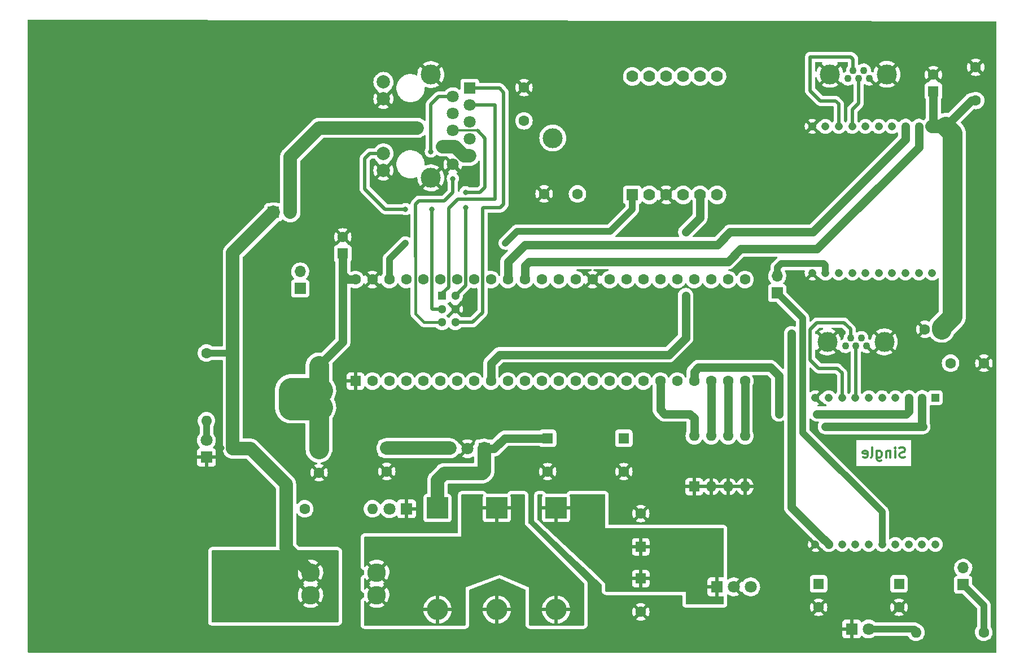
<source format=gbr>
%TF.GenerationSoftware,KiCad,Pcbnew,(6.0.10)*%
%TF.CreationDate,2023-01-17T16:51:49-07:00*%
%TF.ProjectId,MicroPanda,4d696372-6f50-4616-9e64-612e6b696361,rev?*%
%TF.SameCoordinates,Original*%
%TF.FileFunction,Copper,L2,Bot*%
%TF.FilePolarity,Positive*%
%FSLAX46Y46*%
G04 Gerber Fmt 4.6, Leading zero omitted, Abs format (unit mm)*
G04 Created by KiCad (PCBNEW (6.0.10)) date 2023-01-17 16:51:49*
%MOMM*%
%LPD*%
G01*
G04 APERTURE LIST*
%ADD10C,0.300000*%
%TA.AperFunction,NonConductor*%
%ADD11C,0.300000*%
%TD*%
%TA.AperFunction,ComponentPad*%
%ADD12C,1.100000*%
%TD*%
%TA.AperFunction,ComponentPad*%
%ADD13C,3.000000*%
%TD*%
%TA.AperFunction,ComponentPad*%
%ADD14C,1.600000*%
%TD*%
%TA.AperFunction,ComponentPad*%
%ADD15O,1.600000X1.600000*%
%TD*%
%TA.AperFunction,ComponentPad*%
%ADD16R,1.800000X1.800000*%
%TD*%
%TA.AperFunction,ComponentPad*%
%ADD17C,1.800000*%
%TD*%
%TA.AperFunction,ComponentPad*%
%ADD18R,1.700000X1.700000*%
%TD*%
%TA.AperFunction,ComponentPad*%
%ADD19O,1.700000X1.700000*%
%TD*%
%TA.AperFunction,ComponentPad*%
%ADD20R,3.200000X3.200000*%
%TD*%
%TA.AperFunction,ComponentPad*%
%ADD21O,3.200000X3.200000*%
%TD*%
%TA.AperFunction,ComponentPad*%
%ADD22R,1.600000X1.600000*%
%TD*%
%TA.AperFunction,ComponentPad*%
%ADD23R,1.300000X1.300000*%
%TD*%
%TA.AperFunction,ComponentPad*%
%ADD24C,1.300000*%
%TD*%
%TA.AperFunction,ComponentPad*%
%ADD25R,1.778000X1.778000*%
%TD*%
%TA.AperFunction,ComponentPad*%
%ADD26C,1.778000*%
%TD*%
%TA.AperFunction,ComponentPad*%
%ADD27R,1.208000X1.208000*%
%TD*%
%TA.AperFunction,ComponentPad*%
%ADD28C,1.208000*%
%TD*%
%TA.AperFunction,ComponentPad*%
%ADD29C,2.000000*%
%TD*%
%TA.AperFunction,ComponentPad*%
%ADD30C,2.780000*%
%TD*%
%TA.AperFunction,ComponentPad*%
%ADD31R,2.600000X2.600000*%
%TD*%
%TA.AperFunction,ComponentPad*%
%ADD32C,2.600000*%
%TD*%
%TA.AperFunction,ViaPad*%
%ADD33C,0.800000*%
%TD*%
%TA.AperFunction,Conductor*%
%ADD34C,1.016000*%
%TD*%
%TA.AperFunction,Conductor*%
%ADD35C,2.000000*%
%TD*%
%TA.AperFunction,Conductor*%
%ADD36C,3.810000*%
%TD*%
%TA.AperFunction,Conductor*%
%ADD37C,1.270000*%
%TD*%
%TA.AperFunction,Conductor*%
%ADD38C,3.000000*%
%TD*%
%TA.AperFunction,Conductor*%
%ADD39C,2.032000*%
%TD*%
%TA.AperFunction,Conductor*%
%ADD40C,0.500000*%
%TD*%
%TA.AperFunction,Conductor*%
%ADD41C,0.320000*%
%TD*%
%TA.AperFunction,Conductor*%
%ADD42C,0.300000*%
%TD*%
%TA.AperFunction,Conductor*%
%ADD43C,0.508000*%
%TD*%
%TA.AperFunction,Conductor*%
%ADD44C,0.400000*%
%TD*%
G04 APERTURE END LIST*
D10*
D11*
X208410571Y-111605142D02*
X208196285Y-111676571D01*
X207839142Y-111676571D01*
X207696285Y-111605142D01*
X207624857Y-111533714D01*
X207553428Y-111390857D01*
X207553428Y-111248000D01*
X207624857Y-111105142D01*
X207696285Y-111033714D01*
X207839142Y-110962285D01*
X208124857Y-110890857D01*
X208267714Y-110819428D01*
X208339142Y-110748000D01*
X208410571Y-110605142D01*
X208410571Y-110462285D01*
X208339142Y-110319428D01*
X208267714Y-110248000D01*
X208124857Y-110176571D01*
X207767714Y-110176571D01*
X207553428Y-110248000D01*
X206910571Y-111676571D02*
X206910571Y-110676571D01*
X206910571Y-110176571D02*
X206982000Y-110248000D01*
X206910571Y-110319428D01*
X206839142Y-110248000D01*
X206910571Y-110176571D01*
X206910571Y-110319428D01*
X206196285Y-110676571D02*
X206196285Y-111676571D01*
X206196285Y-110819428D02*
X206124857Y-110748000D01*
X205982000Y-110676571D01*
X205767714Y-110676571D01*
X205624857Y-110748000D01*
X205553428Y-110890857D01*
X205553428Y-111676571D01*
X204196285Y-110676571D02*
X204196285Y-111890857D01*
X204267714Y-112033714D01*
X204339142Y-112105142D01*
X204482000Y-112176571D01*
X204696285Y-112176571D01*
X204839142Y-112105142D01*
X204196285Y-111605142D02*
X204339142Y-111676571D01*
X204624857Y-111676571D01*
X204767714Y-111605142D01*
X204839142Y-111533714D01*
X204910571Y-111390857D01*
X204910571Y-110962285D01*
X204839142Y-110819428D01*
X204767714Y-110748000D01*
X204624857Y-110676571D01*
X204339142Y-110676571D01*
X204196285Y-110748000D01*
X203267714Y-111676571D02*
X203410571Y-111605142D01*
X203482000Y-111462285D01*
X203482000Y-110176571D01*
X202124857Y-111605142D02*
X202267714Y-111676571D01*
X202553428Y-111676571D01*
X202696285Y-111605142D01*
X202767714Y-111462285D01*
X202767714Y-110890857D01*
X202696285Y-110748000D01*
X202553428Y-110676571D01*
X202267714Y-110676571D01*
X202124857Y-110748000D01*
X202053428Y-110890857D01*
X202053428Y-111033714D01*
X202767714Y-111176571D01*
D12*
%TO.P,J3,1,VBUS*%
%TO.N,Net-(J3-Pad1)*%
X199459000Y-94961000D03*
%TO.P,J3,2,D-*%
%TO.N,Net-(J3-Pad2)*%
X200259000Y-93761000D03*
%TO.P,J3,3,D+*%
%TO.N,Net-(J3-Pad3)*%
X201059000Y-94961000D03*
%TO.P,J3,4,ID*%
%TO.N,unconnected-(J3-Pad4)*%
X201859000Y-93761000D03*
%TO.P,J3,5,GND*%
%TO.N,GND*%
X202659000Y-94961000D03*
D13*
%TO.P,J3,6,Shield*%
X196759000Y-94336000D03*
X205309000Y-94336000D03*
%TD*%
D12*
%TO.P,J2,1,VBUS*%
%TO.N,Net-(J2-Pad1)*%
X199839777Y-54820760D03*
%TO.P,J2,2,D-*%
%TO.N,Net-(J2-Pad2)*%
X200639777Y-53620760D03*
%TO.P,J2,3,D+*%
%TO.N,Net-(J2-Pad3)*%
X201439777Y-54820760D03*
%TO.P,J2,4,ID*%
%TO.N,unconnected-(J2-Pad4)*%
X202239777Y-53620760D03*
%TO.P,J2,5,GND*%
%TO.N,GND*%
X203039777Y-54820760D03*
D13*
%TO.P,J2,6,Shield*%
X205689777Y-54195760D03*
X197139777Y-54195760D03*
%TD*%
D14*
%TO.P,R3,1*%
%TO.N,+3.3V*%
X220218000Y-137922000D03*
D15*
%TO.P,R3,2*%
%TO.N,Net-(D6-Pad2)*%
X210058000Y-137922000D03*
%TD*%
D14*
%TO.P,R2,1*%
%TO.N,+5V*%
X118364000Y-119380000D03*
D15*
%TO.P,R2,2*%
%TO.N,Net-(D5-Pad2)*%
X128524000Y-119380000D03*
%TD*%
D14*
%TO.P,R1,1*%
%TO.N,+12V*%
X103632000Y-96012000D03*
D15*
%TO.P,R1,2*%
%TO.N,Net-(R1-Pad2)*%
X103632000Y-106172000D03*
%TD*%
D16*
%TO.P,D6,1,K*%
%TO.N,GND*%
X200406000Y-137414000D03*
D17*
%TO.P,D6,2,A*%
%TO.N,Net-(D6-Pad2)*%
X202946000Y-137414000D03*
%TD*%
%TO.P,D5,2,A*%
%TO.N,Net-(D5-Pad2)*%
X131089000Y-119380000D03*
D16*
%TO.P,D5,1,K*%
%TO.N,GND*%
X133629000Y-119380000D03*
%TD*%
%TO.P,D4,1,K*%
%TO.N,GND*%
X103632000Y-111662000D03*
D17*
%TO.P,D4,2,A*%
%TO.N,Net-(R1-Pad2)*%
X103632000Y-109122000D03*
%TD*%
D18*
%TO.P,J11,1,Pin_1*%
%TO.N,+5V*%
X116332000Y-101600000D03*
D19*
%TO.P,J11,2,Pin_2*%
X116332000Y-104140000D03*
%TD*%
D20*
%TO.P,D2,1,K*%
%TO.N,Net-(C1-Pad1)*%
X156073463Y-119272074D03*
D21*
%TO.P,D2,2,A*%
%TO.N,Net-(D1-Pad2)*%
X156073463Y-134512074D03*
%TD*%
D22*
%TO.P,SW1,1*%
%TO.N,GND*%
X176794000Y-116054574D03*
D15*
%TO.P,SW1,2*%
X179334000Y-116054574D03*
%TO.P,SW1,3*%
X181874000Y-116054574D03*
%TO.P,SW1,4*%
X184414000Y-116054574D03*
%TO.P,SW1,5*%
%TO.N,Net-(SW1-Pad5)*%
X184414000Y-108434574D03*
%TO.P,SW1,6*%
%TO.N,Net-(SW1-Pad6)*%
X181874000Y-108434574D03*
%TO.P,SW1,7*%
%TO.N,Net-(SW1-Pad7)*%
X179334000Y-108434574D03*
%TO.P,SW1,8*%
%TO.N,Net-(SW1-Pad8)*%
X176794000Y-108434574D03*
%TD*%
D22*
%TO.P,C2,1*%
%TO.N,Net-(C1-Pad1)*%
X168773463Y-125095329D03*
D14*
%TO.P,C2,2*%
%TO.N,GND*%
X168773463Y-120095329D03*
%TD*%
D22*
%TO.P,C7,1*%
%TO.N,+5V*%
X130673463Y-110291470D03*
D14*
%TO.P,C7,2*%
%TO.N,GND*%
X130673463Y-113791470D03*
%TD*%
D22*
%TO.P,C13,1*%
%TO.N,+3.3V*%
X213890900Y-92456000D03*
D14*
%TO.P,C13,2*%
%TO.N,GND*%
X211390900Y-92456000D03*
%TD*%
D22*
%TO.P,U3,1,GND*%
%TO.N,GND*%
X125984000Y-100222074D03*
D14*
%TO.P,U3,2,0_RX1_CRX2_CS1*%
%TO.N,unconnected-(U3-Pad2)*%
X128524000Y-100222074D03*
%TO.P,U3,3,1_TX1_CTX2_MISO1*%
%TO.N,unconnected-(U3-Pad3)*%
X131064000Y-100222074D03*
%TO.P,U3,4,2_OUT2*%
%TO.N,unconnected-(U3-Pad4)*%
X133604000Y-100222074D03*
%TO.P,U3,5,3_LRCLK2*%
%TO.N,unconnected-(U3-Pad5)*%
X136144000Y-100222074D03*
%TO.P,U3,6,4_BCLK2*%
%TO.N,unconnected-(U3-Pad6)*%
X138684000Y-100222074D03*
%TO.P,U3,7,5_IN2*%
%TO.N,unconnected-(U3-Pad7)*%
X141224000Y-100222074D03*
%TO.P,U3,8,6_OUT1D*%
%TO.N,unconnected-(U3-Pad8)*%
X143764000Y-100222074D03*
%TO.P,U3,9,7_RX2_OUT1A*%
%TO.N,Net-(U3-Pad9)*%
X146304000Y-100222074D03*
%TO.P,U3,10,8_TX2_IN1*%
%TO.N,unconnected-(U3-Pad10)*%
X148844000Y-100222074D03*
%TO.P,U3,11,9_OUT1C*%
%TO.N,unconnected-(U3-Pad11)*%
X151384000Y-100222074D03*
%TO.P,U3,12,10_CS_MQSR*%
%TO.N,unconnected-(U3-Pad12)*%
X153924000Y-100222074D03*
%TO.P,U3,13,11_MOSI_CTX1*%
%TO.N,unconnected-(U3-Pad13)*%
X156464000Y-100222074D03*
%TO.P,U3,14,12_MISO_MQSL*%
%TO.N,unconnected-(U3-Pad14)*%
X159004000Y-100222074D03*
%TO.P,U3,15,3V3*%
%TO.N,unconnected-(U3-Pad15)*%
X161544000Y-100222074D03*
%TO.P,U3,16,24_A10_TX6_SCL2*%
%TO.N,unconnected-(U3-Pad16)*%
X164084000Y-100222074D03*
%TO.P,U3,17,25_A11_RX6_SDA2*%
%TO.N,unconnected-(U3-Pad17)*%
X166624000Y-100222074D03*
%TO.P,U3,18,26_A12_MOSI1*%
%TO.N,unconnected-(U3-Pad18)*%
X169164000Y-100222074D03*
%TO.P,U3,19,27_A13_SCK1*%
%TO.N,Net-(SW1-Pad8)*%
X171704000Y-100222074D03*
%TO.P,U3,20,28_RX7*%
%TO.N,Net-(U3-Pad20)*%
X174244000Y-100222074D03*
%TO.P,U3,21,29_TX7*%
%TO.N,Net-(U3-Pad21)*%
X176784000Y-100222074D03*
%TO.P,U3,22,30_CRX3*%
%TO.N,Net-(SW1-Pad7)*%
X179324000Y-100222074D03*
%TO.P,U3,23,31_CTX3*%
%TO.N,Net-(SW1-Pad6)*%
X181864000Y-100222074D03*
%TO.P,U3,24,32_OUT1B*%
%TO.N,Net-(SW1-Pad5)*%
X184404000Y-100222074D03*
%TO.P,U3,25,33_MCLK2*%
%TO.N,unconnected-(U3-Pad25)*%
X184404000Y-84982074D03*
%TO.P,U3,26,34_RX8*%
%TO.N,unconnected-(U3-Pad26)*%
X181864000Y-84982074D03*
%TO.P,U3,27,35_TX8*%
%TO.N,unconnected-(U3-Pad27)*%
X179324000Y-84982074D03*
%TO.P,U3,28,36_CS*%
%TO.N,unconnected-(U3-Pad28)*%
X176784000Y-84982074D03*
%TO.P,U3,29,37_CS*%
%TO.N,unconnected-(U3-Pad29)*%
X174244000Y-84982074D03*
%TO.P,U3,30,38_CS1_IN1*%
%TO.N,unconnected-(U3-Pad30)*%
X171704000Y-84982074D03*
%TO.P,U3,31,39_MISO1_OUT1A*%
%TO.N,unconnected-(U3-Pad31)*%
X169164000Y-84982074D03*
%TO.P,U3,32,40_A16*%
%TO.N,unconnected-(U3-Pad32)*%
X166624000Y-84982074D03*
%TO.P,U3,33,41_A17*%
%TO.N,unconnected-(U3-Pad33)*%
X164084000Y-84982074D03*
%TO.P,U3,34,GND*%
%TO.N,GND*%
X161544000Y-84982074D03*
%TO.P,U3,35,13_SCK_LED*%
%TO.N,unconnected-(U3-Pad35)*%
X159004000Y-84982074D03*
%TO.P,U3,36,14_A0_TX3_SPDIF_OUT*%
%TO.N,Net-(J7-Pad1)*%
X156464000Y-84982074D03*
%TO.P,U3,37,15_A1_RX3_SPDIF_IN*%
%TO.N,Net-(J7-Pad2)*%
X153924000Y-84982074D03*
%TO.P,U3,38,16_A2_RX4_SCL1*%
%TO.N,Net-(U3-Pad38)*%
X151384000Y-84982074D03*
%TO.P,U3,39,17_A3_TX4_SDA1*%
%TO.N,Net-(U3-Pad39)*%
X148844000Y-84982074D03*
%TO.P,U3,40,18_A4_SDA*%
%TO.N,unconnected-(U3-Pad40)*%
X146304000Y-84982074D03*
%TO.P,U3,41,19_A5_SCL*%
%TO.N,unconnected-(U3-Pad41)*%
X143764000Y-84982074D03*
%TO.P,U3,42,20_A6_TX5_LRCLK1*%
%TO.N,unconnected-(U3-Pad42)*%
X141224000Y-84982074D03*
%TO.P,U3,43,21_A7_RX5_BCLK1*%
%TO.N,unconnected-(U3-Pad43)*%
X138684000Y-84982074D03*
%TO.P,U3,44,22_A8_CTX1*%
%TO.N,unconnected-(U3-Pad44)*%
X136144000Y-84982074D03*
%TO.P,U3,45,23_A9_CRX1_MCLK1*%
%TO.N,unconnected-(U3-Pad45)*%
X133604000Y-84982074D03*
%TO.P,U3,46,3V3*%
%TO.N,Net-(C11-Pad1)*%
X131064000Y-84982074D03*
%TO.P,U3,47,GND*%
%TO.N,GND*%
X128524000Y-84982074D03*
%TO.P,U3,48,VIN*%
%TO.N,+5V*%
X125984000Y-84982074D03*
D23*
%TO.P,U3,60,R+*%
%TO.N,Net-(J1-Pad3)*%
X138954000Y-87420474D03*
D24*
%TO.P,U3,61,LED*%
%TO.N,Net-(J1-Pad13)*%
X138954000Y-89420474D03*
%TO.P,U3,62,T-*%
%TO.N,Net-(J1-Pad2)*%
X138954000Y-91420474D03*
%TO.P,U3,63,T+*%
%TO.N,Net-(J1-Pad1)*%
X140954000Y-91420474D03*
%TO.P,U3,64,GND*%
%TO.N,GND*%
X140954000Y-89420474D03*
%TO.P,U3,65,R-*%
%TO.N,Net-(J1-Pad6)*%
X140954000Y-87420474D03*
%TD*%
D16*
%TO.P,U1,1,IN*%
%TO.N,Net-(C1-Pad1)*%
X180183463Y-131098148D03*
D17*
%TO.P,U1,2,GND*%
%TO.N,GND*%
X182723463Y-131098148D03*
%TO.P,U1,3,OUT*%
%TO.N,+3.3V*%
X185263463Y-131098148D03*
%TD*%
D13*
%TO.P,J4,1,Pin_1*%
%TO.N,Earth*%
X155575000Y-63754000D03*
%TD*%
D18*
%TO.P,J7,1,Pin_1*%
%TO.N,Net-(J7-Pad1)*%
X117685000Y-86320000D03*
D19*
%TO.P,J7,2,Pin_2*%
%TO.N,Net-(J7-Pad2)*%
X117685000Y-83780000D03*
%TD*%
%TO.P,J6,2,Pin_2*%
%TO.N,Net-(J1-Pad9)*%
X116205000Y-74905000D03*
D18*
%TO.P,J6,1,Pin_1*%
%TO.N,+12V*%
X113665000Y-74905000D03*
%TD*%
D14*
%TO.P,C14,1*%
%TO.N,+3.3V*%
X215241500Y-97536000D03*
%TO.P,C14,2*%
%TO.N,GND*%
X220241500Y-97536000D03*
%TD*%
%TO.P,C11,1*%
%TO.N,Net-(C11-Pad1)*%
X159281500Y-72136000D03*
%TO.P,C11,2*%
%TO.N,GND*%
X154281500Y-72136000D03*
%TD*%
%TO.P,C15,1*%
%TO.N,+3.3V*%
X219011500Y-58126000D03*
%TO.P,C15,2*%
%TO.N,GND*%
X219011500Y-53126000D03*
%TD*%
D22*
%TO.P,C8,1*%
%TO.N,+5V*%
X120513463Y-110453215D03*
D14*
%TO.P,C8,2*%
%TO.N,GND*%
X120513463Y-113953215D03*
%TD*%
D16*
%TO.P,U2,1,IN*%
%TO.N,Net-(C5-Pad1)*%
X145283463Y-110382074D03*
D17*
%TO.P,U2,2,GND*%
%TO.N,GND*%
X142743463Y-110382074D03*
%TO.P,U2,3,OUT*%
%TO.N,+5V*%
X140203463Y-110382074D03*
%TD*%
D22*
%TO.P,C1,1*%
%TO.N,Net-(C1-Pad1)*%
X168773463Y-129861470D03*
D14*
%TO.P,C1,2*%
%TO.N,GND*%
X168773463Y-134861470D03*
%TD*%
D18*
%TO.P,J8,1,Pin_1*%
%TO.N,+3.3V*%
X217145000Y-130790000D03*
D19*
%TO.P,J8,2,Pin_2*%
X217145000Y-128250000D03*
%TD*%
D25*
%TO.P,U4,JP1_1,VIN*%
%TO.N,Net-(C11-Pad1)*%
X167503463Y-72282074D03*
D26*
%TO.P,U4,JP1_2,3VO*%
%TO.N,unconnected-(U4-PadJP1_2)*%
X170043463Y-72282074D03*
%TO.P,U4,JP1_3,GND*%
%TO.N,GND*%
X172583463Y-72282074D03*
%TO.P,U4,JP1_4,SCL*%
%TO.N,unconnected-(U4-PadJP1_4)*%
X175123463Y-72282074D03*
%TO.P,U4,JP1_5,SDA*%
%TO.N,Net-(U3-Pad9)*%
X177663463Y-72282074D03*
%TO.P,U4,JP1_6,~{INT}*%
%TO.N,unconnected-(U4-PadJP1_6)*%
X180203463Y-72282074D03*
%TO.P,U4,JP2_1,BT*%
%TO.N,unconnected-(U4-PadJP2_1)*%
X167503463Y-54502074D03*
%TO.P,U4,JP2_2,P0*%
%TO.N,Net-(C11-Pad1)*%
X170043463Y-54502074D03*
%TO.P,U4,JP2_3,P1*%
%TO.N,unconnected-(U4-PadJP2_3)*%
X172583463Y-54502074D03*
%TO.P,U4,JP2_4,~{RST}*%
%TO.N,unconnected-(U4-PadJP2_4)*%
X175123463Y-54502074D03*
%TO.P,U4,JP2_5,DI*%
%TO.N,unconnected-(U4-PadJP2_5)*%
X177663463Y-54502074D03*
%TO.P,U4,JP2_6,CS*%
%TO.N,unconnected-(U4-PadJP2_6)*%
X180203463Y-54502074D03*
%TD*%
D27*
%TO.P,U6,1,VCC*%
%TO.N,+3.3V*%
X212964903Y-102714600D03*
D28*
%TO.P,U6,2,TX1*%
%TO.N,Net-(U3-Pad20)*%
X210964903Y-102714600D03*
%TO.P,U6,3,RX1*%
%TO.N,Net-(U3-Pad21)*%
X208964903Y-102714600D03*
%TO.P,U6,4,NC4*%
%TO.N,unconnected-(U6-Pad4)*%
X206964903Y-102714600D03*
%TO.P,U6,5,RESET*%
%TO.N,unconnected-(U6-Pad5)*%
X204964903Y-102714600D03*
%TO.P,U6,6,V_USB*%
%TO.N,Net-(J3-Pad1)*%
X202964903Y-102714600D03*
%TO.P,U6,7,USB+*%
%TO.N,Net-(J3-Pad3)*%
X200964903Y-102714600D03*
%TO.P,U6,8,USB-*%
%TO.N,Net-(J3-Pad2)*%
X198964903Y-102714600D03*
%TO.P,U6,9,SCL*%
%TO.N,unconnected-(U6-Pad9)*%
X196964903Y-102714600D03*
%TO.P,U6,10,GND10*%
%TO.N,GND*%
X194964903Y-102714600D03*
%TO.P,U6,11,GND11*%
X194964903Y-124721900D03*
%TO.P,U6,12,TX2*%
%TO.N,Net-(U5-Pad16)*%
X196964903Y-124721900D03*
%TO.P,U6,13,TPS*%
%TO.N,unconnected-(U6-Pad13)*%
X198964903Y-124721900D03*
%TO.P,U6,14,V_BCKP*%
%TO.N,unconnected-(U6-Pad14)*%
X200964903Y-124721900D03*
%TO.P,U6,15,NC15*%
%TO.N,unconnected-(U6-Pad15)*%
X202964903Y-124721900D03*
%TO.P,U6,16,RX2*%
%TO.N,Net-(J10-Pad1)*%
X204964903Y-124721900D03*
%TO.P,U6,17,SDA*%
%TO.N,unconnected-(U6-Pad17)*%
X206964903Y-124721900D03*
%TO.P,U6,18,RTKFIX*%
%TO.N,unconnected-(U6-Pad18)*%
X208964903Y-124721900D03*
%TO.P,U6,19,EXTINT*%
%TO.N,unconnected-(U6-Pad19)*%
X210964903Y-124721900D03*
%TO.P,U6,20,NC20*%
%TO.N,unconnected-(U6-Pad20)*%
X212964903Y-124721900D03*
%TD*%
D20*
%TO.P,D3,1,K*%
%TO.N,Net-(D1-Pad2)*%
X147183463Y-119272074D03*
D21*
%TO.P,D3,2,A*%
%TO.N,GND*%
X147183463Y-134512074D03*
%TD*%
D20*
%TO.P,D1,1,K*%
%TO.N,Net-(C5-Pad1)*%
X138293463Y-119272074D03*
D21*
%TO.P,D1,2,A*%
%TO.N,Net-(D1-Pad2)*%
X138293463Y-134512074D03*
%TD*%
D22*
%TO.P,C6,1*%
%TO.N,Net-(C5-Pad1)*%
X154803463Y-108809121D03*
D14*
%TO.P,C6,2*%
%TO.N,GND*%
X154803463Y-113809121D03*
%TD*%
D16*
%TO.P,J1,1,TD+*%
%TO.N,Net-(J1-Pad1)*%
X143129000Y-56266000D03*
D17*
%TO.P,J1,2,TD-*%
%TO.N,Net-(J1-Pad2)*%
X140589000Y-57536000D03*
%TO.P,J1,3,RD+*%
%TO.N,Net-(J1-Pad3)*%
X143129000Y-58806000D03*
%TO.P,J1,4,CT*%
%TO.N,Net-(C17-Pad1)*%
X140589000Y-60076000D03*
%TO.P,J1,5,CT*%
X143129000Y-61346000D03*
%TO.P,J1,6,RD-*%
%TO.N,Net-(J1-Pad6)*%
X140589000Y-62616000D03*
%TO.P,J1,7,7*%
%TO.N,Earth*%
X143129000Y-63886000D03*
%TO.P,J1,9,V+*%
%TO.N,Net-(J1-Pad9)*%
X143129000Y-66426000D03*
%TO.P,J1,10,V-*%
%TO.N,GND*%
X140589000Y-67696000D03*
D29*
%TO.P,J1,11,LLED+*%
%TO.N,unconnected-(J1-Pad11)*%
X130179000Y-55346000D03*
%TO.P,J1,12,LLED-*%
%TO.N,GND*%
X130179000Y-57886000D03*
%TO.P,J1,13,RLED+*%
%TO.N,Net-(J1-Pad13)*%
X130179000Y-66066000D03*
%TO.P,J1,14,RLED-*%
%TO.N,GND*%
X130179000Y-68606000D03*
D13*
%TO.P,J1,15,SHIELD*%
X137289000Y-54226000D03*
X137289000Y-69726000D03*
%TD*%
D18*
%TO.P,J10,1,Pin_1*%
%TO.N,Net-(J10-Pad1)*%
X189230000Y-86995000D03*
D19*
%TO.P,J10,2,Pin_2*%
%TO.N,Net-(J10-Pad2)*%
X189230000Y-84455000D03*
%TD*%
D22*
%TO.P,C5,1*%
%TO.N,Net-(C5-Pad1)*%
X166233463Y-108809121D03*
D14*
%TO.P,C5,2*%
%TO.N,GND*%
X166233463Y-113809121D03*
%TD*%
D22*
%TO.P,C12,1*%
%TO.N,+3.3V*%
X212661500Y-56740758D03*
D14*
%TO.P,C12,2*%
%TO.N,GND*%
X212661500Y-54240758D03*
%TD*%
D22*
%TO.P,C3,1*%
%TO.N,+3.3V*%
X207508463Y-130660094D03*
D14*
%TO.P,C3,2*%
%TO.N,GND*%
X207508463Y-134160094D03*
%TD*%
D27*
%TO.P,U5,1,VCC*%
%TO.N,+3.3V*%
X212475977Y-61999360D03*
D28*
%TO.P,U5,2,TX1*%
%TO.N,Net-(U3-Pad38)*%
X210475977Y-61999360D03*
%TO.P,U5,3,RX1*%
%TO.N,Net-(U3-Pad39)*%
X208475977Y-61999360D03*
%TO.P,U5,4,NC4*%
%TO.N,unconnected-(U5-Pad4)*%
X206475977Y-61999360D03*
%TO.P,U5,5,RESET*%
%TO.N,unconnected-(U5-Pad5)*%
X204475977Y-61999360D03*
%TO.P,U5,6,V_USB*%
%TO.N,Net-(J2-Pad1)*%
X202475977Y-61999360D03*
%TO.P,U5,7,USB+*%
%TO.N,Net-(J2-Pad3)*%
X200475977Y-61999360D03*
%TO.P,U5,8,USB-*%
%TO.N,Net-(J2-Pad2)*%
X198475977Y-61999360D03*
%TO.P,U5,9,SCL*%
%TO.N,unconnected-(U5-Pad9)*%
X196475977Y-61999360D03*
%TO.P,U5,10,GND10*%
%TO.N,GND*%
X194475977Y-61999360D03*
%TO.P,U5,11,GND11*%
X194475977Y-84006660D03*
%TO.P,U5,12,TX2*%
%TO.N,Net-(J10-Pad2)*%
X196475977Y-84006660D03*
%TO.P,U5,13,TPS*%
%TO.N,unconnected-(U5-Pad13)*%
X198475977Y-84006660D03*
%TO.P,U5,14,V_BCKP*%
%TO.N,unconnected-(U5-Pad14)*%
X200475977Y-84006660D03*
%TO.P,U5,15,NC15*%
%TO.N,unconnected-(U5-Pad15)*%
X202475977Y-84006660D03*
%TO.P,U5,16,RX2*%
%TO.N,Net-(U5-Pad16)*%
X204475977Y-84006660D03*
%TO.P,U5,17,SDA*%
%TO.N,unconnected-(U5-Pad17)*%
X206475977Y-84006660D03*
%TO.P,U5,18,RTKFIX*%
%TO.N,unconnected-(U5-Pad18)*%
X208475977Y-84006660D03*
%TO.P,U5,19,EXTINT*%
%TO.N,unconnected-(U5-Pad19)*%
X210475977Y-84006660D03*
%TO.P,U5,20,NC20*%
%TO.N,unconnected-(U5-Pad20)*%
X212475977Y-84006660D03*
%TD*%
D18*
%TO.P,J9,1,Pin_1*%
%TO.N,+5V*%
X120675000Y-101620000D03*
D19*
%TO.P,J9,2,Pin_2*%
X120675000Y-104160000D03*
%TD*%
D22*
%TO.P,C4,1*%
%TO.N,+3.3V*%
X195443463Y-130660195D03*
D14*
%TO.P,C4,2*%
%TO.N,GND*%
X195443463Y-134160195D03*
%TD*%
%TO.P,C17,1*%
%TO.N,Net-(C17-Pad1)*%
X151257000Y-61174000D03*
%TO.P,C17,2*%
%TO.N,GND*%
X151257000Y-56174000D03*
%TD*%
D30*
%TO.P,F1,1*%
%TO.N,+12V*%
X119243463Y-132343148D03*
X119243463Y-128943148D03*
%TO.P,F1,2*%
%TO.N,Net-(D1-Pad2)*%
X129163463Y-128943148D03*
X129163463Y-132343148D03*
%TD*%
D31*
%TO.P,J5,1,Pin_1*%
%TO.N,+12V*%
X108118463Y-132753148D03*
D32*
%TO.P,J5,2,Pin_2*%
X108118463Y-127673148D03*
%TO.P,J5,3,Pin_3*%
%TO.N,GND*%
X108118463Y-122593148D03*
%TO.P,J5,4,Pin_4*%
X108118463Y-117513148D03*
%TD*%
D22*
%TO.P,C10,1*%
%TO.N,+5V*%
X124079000Y-81084454D03*
D14*
%TO.P,C10,2*%
%TO.N,GND*%
X124079000Y-78584454D03*
%TD*%
D33*
%TO.N,GND*%
X191008000Y-137922000D03*
X163131500Y-138176000D03*
X119380000Y-92710000D03*
X187896500Y-50546000D03*
X145351500Y-138811000D03*
X98361500Y-135636000D03*
X184086500Y-93091000D03*
X115506500Y-56261000D03*
X197421500Y-67691000D03*
X158051500Y-53086000D03*
X105981500Y-110236000D03*
X132334000Y-107188000D03*
X105981500Y-75946000D03*
X204406500Y-117221000D03*
X219646500Y-85471000D03*
X177736500Y-138176000D03*
X189166500Y-115951000D03*
X219011500Y-109601000D03*
X124396500Y-138811000D03*
X188531500Y-71501000D03*
X154241500Y-103886000D03*
X125222000Y-122682000D03*
X166306500Y-89916000D03*
%TO.N,Net-(J1-Pad6)*%
X142494000Y-74168000D03*
X142494000Y-71882000D03*
%TO.N,Net-(C11-Pad1)*%
X133477000Y-79502000D03*
X148463000Y-79502000D03*
%TO.N,Net-(J1-Pad2)*%
X137287000Y-65786000D03*
X140589000Y-69850000D03*
%TO.N,Net-(U3-Pad9)*%
X175514000Y-87376000D03*
X175514000Y-77851000D03*
%TO.N,Net-(U3-Pad20)*%
X196469000Y-107061000D03*
%TO.N,Net-(U5-Pad16)*%
X191389000Y-93091000D03*
%TO.N,Net-(J1-Pad13)*%
X133477000Y-74422000D03*
X137414000Y-74422000D03*
%TO.N,Net-(U3-Pad21)*%
X195199000Y-105156000D03*
X189484000Y-105156000D03*
%TO.N,Net-(J1-Pad9)*%
X139065000Y-65024000D03*
X135255000Y-62230000D03*
%TD*%
D34*
%TO.N,Net-(D6-Pad2)*%
X209804000Y-137414000D02*
X210058000Y-137668000D01*
X202946000Y-137414000D02*
X209804000Y-137414000D01*
%TO.N,+3.3V*%
X220218000Y-133863000D02*
X217145000Y-130790000D01*
X220218000Y-137668000D02*
X220218000Y-133863000D01*
%TO.N,+5V*%
X139954000Y-110132611D02*
X140203463Y-110382074D01*
%TO.N,Net-(R1-Pad2)*%
X103632000Y-106172000D02*
X103632000Y-109122000D01*
%TO.N,+12V*%
X103632000Y-96012000D02*
X107188000Y-96012000D01*
X107188000Y-96012000D02*
X107581500Y-95618500D01*
D35*
X107581500Y-95618500D02*
X107581500Y-80988500D01*
X107581500Y-110363000D02*
X107581500Y-95618500D01*
X107581500Y-80988500D02*
X113665000Y-74905000D01*
X110236000Y-110363000D02*
X107581500Y-110363000D01*
X115570000Y-115697000D02*
X110236000Y-110363000D01*
X115570000Y-125269685D02*
X115570000Y-115697000D01*
X119243463Y-128943148D02*
X115570000Y-125269685D01*
D36*
%TO.N,+5V*%
X116352000Y-101620000D02*
X116332000Y-101600000D01*
X120675000Y-101620000D02*
X116352000Y-101620000D01*
X116352000Y-104160000D02*
X116332000Y-104140000D01*
X120675000Y-104160000D02*
X116352000Y-104160000D01*
X116332000Y-101600000D02*
X116332000Y-104140000D01*
D37*
%TO.N,+3.3V*%
X218353000Y-58126000D02*
X214479640Y-61999360D01*
X212661500Y-56740758D02*
X212661500Y-61813837D01*
D38*
X213890900Y-92456000D02*
X213890900Y-92179100D01*
D37*
X212661500Y-61813837D02*
X212475977Y-61999360D01*
D38*
X215519000Y-90551000D02*
X215519000Y-63038720D01*
D37*
X219011500Y-58126000D02*
X218353000Y-58126000D01*
D38*
X213890900Y-92179100D02*
X215519000Y-90551000D01*
D39*
X214479640Y-61999360D02*
X212475977Y-61999360D01*
D38*
X215519000Y-63038720D02*
X214479640Y-61999360D01*
D37*
%TO.N,+5V*%
X124079000Y-94361000D02*
X120513463Y-97926537D01*
X124079000Y-81084454D02*
X124079000Y-94361000D01*
D35*
X130673463Y-110291470D02*
X140112859Y-110291470D01*
D38*
X120513463Y-97926537D02*
X120513463Y-110453215D01*
D37*
X125984000Y-84982074D02*
X124860074Y-84982074D01*
X124860074Y-84982074D02*
X124079000Y-84201000D01*
X124079000Y-84201000D02*
X124079000Y-81084454D01*
%TO.N,Net-(C5-Pad1)*%
X146792926Y-110382074D02*
X148365879Y-108809121D01*
D39*
X145283463Y-113796537D02*
X145283463Y-110382074D01*
X145034000Y-114046000D02*
X145283463Y-113796537D01*
D37*
X148365879Y-108809121D02*
X154803463Y-108809121D01*
D39*
X139319000Y-114046000D02*
X145034000Y-114046000D01*
D37*
X145283463Y-110382074D02*
X146792926Y-110382074D01*
D39*
X138293463Y-115071537D02*
X139319000Y-114046000D01*
X138293463Y-119272074D02*
X138293463Y-115071537D01*
D40*
%TO.N,Net-(J1-Pad3)*%
X141351000Y-72898000D02*
X146939000Y-72898000D01*
D41*
X143134000Y-58801000D02*
X143129000Y-58806000D01*
D40*
X139954000Y-86106000D02*
X139954000Y-76581000D01*
X146939000Y-58801000D02*
X143134000Y-58801000D01*
X138954000Y-87106000D02*
X139954000Y-86106000D01*
X139954000Y-74295000D02*
X141351000Y-72898000D01*
X139954000Y-76581000D02*
X139954000Y-74295000D01*
X146939000Y-72898000D02*
X146939000Y-58801000D01*
D41*
X138954000Y-87420474D02*
X138954000Y-87106000D01*
D40*
%TO.N,Net-(J1-Pad6)*%
X145415000Y-63754000D02*
X145415000Y-71120000D01*
X142494000Y-74168000D02*
X142494000Y-85880474D01*
X144277000Y-62616000D02*
X145415000Y-63754000D01*
D42*
X140589000Y-62616000D02*
X144277000Y-62616000D01*
D40*
X144653000Y-71882000D02*
X142494000Y-71882000D01*
X142494000Y-85880474D02*
X140954000Y-87420474D01*
X145415000Y-71120000D02*
X144653000Y-71882000D01*
D34*
%TO.N,Net-(C11-Pad1)*%
X131064000Y-84982074D02*
X131064000Y-81915000D01*
X164211000Y-77724000D02*
X150241000Y-77724000D01*
X150241000Y-77724000D02*
X148463000Y-79502000D01*
X131064000Y-81915000D02*
X133477000Y-79502000D01*
X167503463Y-74431537D02*
X164211000Y-77724000D01*
X167503463Y-72282074D02*
X167503463Y-74431537D01*
D43*
%TO.N,Net-(J2-Pad2)*%
X198475977Y-58648977D02*
X198475977Y-61999360D01*
X200639777Y-51922777D02*
X200279000Y-51562000D01*
X200279000Y-51562000D02*
X194183000Y-51562000D01*
X194183000Y-56642000D02*
X195707000Y-58166000D01*
X195707000Y-58166000D02*
X197993000Y-58166000D01*
X197993000Y-58166000D02*
X198475977Y-58648977D01*
X194183000Y-51562000D02*
X194183000Y-56642000D01*
X200639777Y-53620760D02*
X200639777Y-51922777D01*
%TO.N,Net-(J2-Pad3)*%
X200475977Y-59493023D02*
X200475977Y-61999360D01*
X201439777Y-58529223D02*
X200475977Y-59493023D01*
X201439777Y-54820760D02*
X201439777Y-58529223D01*
%TO.N,Net-(J3-Pad2)*%
X200259000Y-92436000D02*
X199263000Y-91440000D01*
X198247000Y-98298000D02*
X198964903Y-99015903D01*
X200259000Y-93761000D02*
X200259000Y-92436000D01*
X198964903Y-99015903D02*
X198964903Y-102714600D01*
X199263000Y-91440000D02*
X195199000Y-91440000D01*
X195199000Y-91440000D02*
X194183000Y-92456000D01*
X194183000Y-97028000D02*
X195453000Y-98298000D01*
X194183000Y-92456000D02*
X194183000Y-97028000D01*
X195453000Y-98298000D02*
X198247000Y-98298000D01*
%TO.N,Net-(J3-Pad3)*%
X201059000Y-102620503D02*
X200964903Y-102714600D01*
X201059000Y-94961000D02*
X201059000Y-102620503D01*
D40*
%TO.N,Net-(J1-Pad1)*%
X140954000Y-91420474D02*
X143529526Y-91420474D01*
X148209000Y-56896000D02*
X147579000Y-56266000D01*
X147579000Y-56266000D02*
X143129000Y-56266000D01*
X147701000Y-74168000D02*
X148209000Y-73660000D01*
X143529526Y-91420474D02*
X145034000Y-89916000D01*
X145161000Y-74168000D02*
X147701000Y-74168000D01*
X145034000Y-74295000D02*
X145161000Y-74168000D01*
X148209000Y-73660000D02*
X148209000Y-56896000D01*
X145034000Y-89916000D02*
X145034000Y-74295000D01*
%TO.N,Net-(J1-Pad2)*%
X138425000Y-57536000D02*
X140589000Y-57536000D01*
X137287000Y-65786000D02*
X137287000Y-58674000D01*
D44*
X136251474Y-91420474D02*
X138954000Y-91420474D01*
D40*
X135001000Y-81534000D02*
X134984000Y-81551000D01*
D44*
X134984000Y-81551000D02*
X134944000Y-81591000D01*
D40*
X140589000Y-69850000D02*
X140589000Y-71882000D01*
X135509000Y-73152000D02*
X135001000Y-73660000D01*
X137287000Y-58674000D02*
X138425000Y-57536000D01*
X140589000Y-71882000D02*
X139319000Y-73152000D01*
X135001000Y-73660000D02*
X135001000Y-81534000D01*
D44*
X134944000Y-90113000D02*
X136251474Y-91420474D01*
D40*
X139319000Y-73152000D02*
X135509000Y-73152000D01*
D44*
X134944000Y-81591000D02*
X134944000Y-90113000D01*
D37*
%TO.N,Net-(U3-Pad9)*%
X146304000Y-100222074D02*
X146304000Y-97536000D01*
X147574000Y-96266000D02*
X172974000Y-96266000D01*
X177663463Y-75701537D02*
X175514000Y-77851000D01*
X146304000Y-97536000D02*
X147574000Y-96266000D01*
X175514000Y-93726000D02*
X175514000Y-87376000D01*
X177663463Y-72282074D02*
X177663463Y-75701537D01*
X172974000Y-96266000D02*
X175514000Y-93726000D01*
%TO.N,Net-(U3-Pad20)*%
X210964903Y-106951903D02*
X211074000Y-107061000D01*
X211074000Y-107061000D02*
X196469000Y-107061000D01*
X210964903Y-102714600D02*
X210964903Y-106951903D01*
%TO.N,Net-(U5-Pad16)*%
X191389000Y-119145997D02*
X195525903Y-123282900D01*
X196964903Y-124686846D02*
X196964903Y-124721900D01*
X191389000Y-93091000D02*
X191389000Y-119145997D01*
X195560957Y-123282900D02*
X196964903Y-124686846D01*
X195525903Y-123282900D02*
X195560957Y-123282900D01*
D43*
%TO.N,Net-(J1-Pad13)*%
X130179000Y-66066000D02*
X128117000Y-66066000D01*
X128117000Y-66066000D02*
X127381000Y-66802000D01*
X127381000Y-71374000D02*
X130429000Y-74422000D01*
X130429000Y-74422000D02*
X133477000Y-74422000D01*
D40*
X137553474Y-89420474D02*
X138954000Y-89420474D01*
D43*
X127381000Y-66802000D02*
X127381000Y-71374000D01*
D40*
X137414000Y-89281000D02*
X137553474Y-89420474D01*
X137414000Y-74422000D02*
X137414000Y-89281000D01*
D37*
%TO.N,Net-(SW1-Pad5)*%
X184404000Y-100222074D02*
X184404000Y-108424574D01*
%TO.N,Net-(SW1-Pad6)*%
X181864000Y-100222074D02*
X181864000Y-108424574D01*
%TO.N,Net-(SW1-Pad7)*%
X179324000Y-100222074D02*
X179324000Y-108424574D01*
%TO.N,Net-(SW1-Pad8)*%
X171704000Y-104521000D02*
X172339000Y-105156000D01*
X171704000Y-100222074D02*
X171704000Y-104521000D01*
X176149000Y-105156000D02*
X176794000Y-105801000D01*
X176794000Y-105801000D02*
X176794000Y-108434574D01*
X172339000Y-105156000D02*
X176149000Y-105156000D01*
%TO.N,Net-(U3-Pad38)*%
X195199000Y-80391000D02*
X183769000Y-80391000D01*
X183769000Y-80391000D02*
X181864000Y-82296000D01*
X210475977Y-65114023D02*
X195199000Y-80391000D01*
X181864000Y-82296000D02*
X152019000Y-82296000D01*
X152019000Y-82296000D02*
X151384000Y-82931000D01*
X151384000Y-82931000D02*
X151384000Y-84982074D01*
X210475977Y-61999360D02*
X210475977Y-65114023D01*
%TO.N,Net-(U3-Pad21)*%
X208964903Y-104725097D02*
X208534000Y-105156000D01*
X208534000Y-105156000D02*
X195199000Y-105156000D01*
X189484000Y-99441000D02*
X188214000Y-98171000D01*
X176784000Y-98806000D02*
X176784000Y-100222074D01*
X177419000Y-98171000D02*
X176784000Y-98806000D01*
X188214000Y-98171000D02*
X177419000Y-98171000D01*
X189484000Y-105156000D02*
X189484000Y-99441000D01*
X208964903Y-102714600D02*
X208964903Y-104725097D01*
%TO.N,Net-(U3-Pad39)*%
X208475977Y-63939023D02*
X194564000Y-77851000D01*
X151384000Y-79756000D02*
X148844000Y-82296000D01*
X180276500Y-79756000D02*
X151384000Y-79756000D01*
X194564000Y-77851000D02*
X182181500Y-77851000D01*
X182181500Y-77851000D02*
X180276500Y-79756000D01*
X208475977Y-61999360D02*
X208475977Y-63939023D01*
X148844000Y-82296000D02*
X148844000Y-84982074D01*
D35*
%TO.N,Net-(J1-Pad9)*%
X142288849Y-66426000D02*
X140886849Y-65024000D01*
X135255000Y-62230000D02*
X120523000Y-62230000D01*
X140886849Y-65024000D02*
X139065000Y-65024000D01*
X120523000Y-62230000D02*
X116205000Y-66548000D01*
X143129000Y-66426000D02*
X142288849Y-66426000D01*
X116205000Y-66548000D02*
X116205000Y-74905000D01*
D34*
%TO.N,Net-(J10-Pad1)*%
X193040000Y-107950000D02*
X193040000Y-90805000D01*
X204964903Y-119874903D02*
X193040000Y-107950000D01*
X193040000Y-90805000D02*
X189230000Y-86995000D01*
X204964903Y-124721900D02*
X204964903Y-119874903D01*
%TO.N,Net-(J10-Pad2)*%
X196475977Y-82810977D02*
X196215000Y-82550000D01*
X189865000Y-82550000D02*
X189230000Y-83185000D01*
X196215000Y-82550000D02*
X189865000Y-82550000D01*
X189230000Y-83185000D02*
X189230000Y-84455000D01*
X196475977Y-84006660D02*
X196475977Y-82810977D01*
%TD*%
%TA.AperFunction,Conductor*%
%TO.N,+12V*%
G36*
X123386121Y-125642076D02*
G01*
X123432614Y-125695732D01*
X123444000Y-125748074D01*
X123444000Y-136291074D01*
X123423998Y-136359195D01*
X123370342Y-136405688D01*
X123318000Y-136417074D01*
X104520000Y-136417074D01*
X104451879Y-136397072D01*
X104405386Y-136343416D01*
X104394000Y-136291074D01*
X104394000Y-133853845D01*
X118097933Y-133853845D01*
X118105323Y-133864147D01*
X118145857Y-133897148D01*
X118153132Y-133902261D01*
X118375772Y-134036301D01*
X118383696Y-134040337D01*
X118622994Y-134141668D01*
X118631399Y-134144546D01*
X118882603Y-134211150D01*
X118891324Y-134212814D01*
X119149411Y-134243361D01*
X119158276Y-134243779D01*
X119418080Y-134237656D01*
X119426935Y-134236819D01*
X119683284Y-134194151D01*
X119691918Y-134192078D01*
X119939702Y-134113714D01*
X119947964Y-134110443D01*
X120182228Y-133997952D01*
X120189952Y-133993546D01*
X120381521Y-133865544D01*
X120389809Y-133855626D01*
X120382552Y-133841447D01*
X119256275Y-132715170D01*
X119242331Y-132707556D01*
X119240498Y-132707687D01*
X119233883Y-132711938D01*
X118105099Y-133840722D01*
X118097933Y-133853845D01*
X104394000Y-133853845D01*
X104394000Y-132287830D01*
X117341729Y-132287830D01*
X117351931Y-132547507D01*
X117352906Y-132556336D01*
X117399596Y-132811986D01*
X117401807Y-132820597D01*
X117484049Y-133067104D01*
X117487453Y-133075322D01*
X117603613Y-133307796D01*
X117608131Y-133315435D01*
X117722004Y-133480197D01*
X117732322Y-133488548D01*
X117745977Y-133481424D01*
X118871441Y-132355960D01*
X118877819Y-132344280D01*
X119607871Y-132344280D01*
X119608002Y-132346113D01*
X119612253Y-132352728D01*
X120741881Y-133482356D01*
X120755282Y-133489674D01*
X120765184Y-133482688D01*
X120780033Y-133465023D01*
X120785257Y-133457833D01*
X120922781Y-133237321D01*
X120926933Y-133229481D01*
X121032016Y-132991786D01*
X121035026Y-132983425D01*
X121105564Y-132733314D01*
X121107368Y-132724606D01*
X121142129Y-132465811D01*
X121142657Y-132459418D01*
X121146210Y-132346370D01*
X121146083Y-132339927D01*
X121127643Y-132079483D01*
X121126390Y-132070679D01*
X121071693Y-131816622D01*
X121069214Y-131808089D01*
X120979266Y-131564276D01*
X120975611Y-131556181D01*
X120852204Y-131327467D01*
X120847445Y-131319969D01*
X120764071Y-131207089D01*
X120752943Y-131198647D01*
X120740350Y-131205471D01*
X119615485Y-132330336D01*
X119607871Y-132344280D01*
X118877819Y-132344280D01*
X118879055Y-132342016D01*
X118878924Y-132340183D01*
X118874673Y-132333568D01*
X117746403Y-131205298D01*
X117733562Y-131198286D01*
X117722873Y-131206081D01*
X117672410Y-131270093D01*
X117667417Y-131277441D01*
X117536887Y-131502164D01*
X117532983Y-131510134D01*
X117435420Y-131751004D01*
X117432673Y-131759461D01*
X117370025Y-132011666D01*
X117368496Y-132020427D01*
X117342008Y-132278947D01*
X117341729Y-132287830D01*
X104394000Y-132287830D01*
X104394000Y-130453845D01*
X118097933Y-130453845D01*
X118105323Y-130464147D01*
X118145857Y-130497148D01*
X118153138Y-130502265D01*
X118206860Y-130534608D01*
X118254904Y-130586880D01*
X118267061Y-130656828D01*
X118239471Y-130722244D01*
X118215130Y-130745070D01*
X118107079Y-130822284D01*
X118098677Y-130833005D01*
X118105657Y-130846132D01*
X119230651Y-131971126D01*
X119244595Y-131978740D01*
X119246428Y-131978609D01*
X119253043Y-131974358D01*
X120381131Y-130846270D01*
X120387985Y-130833718D01*
X120379778Y-130822647D01*
X120291710Y-130755436D01*
X120280558Y-130748110D01*
X120281135Y-130747232D01*
X120234860Y-130699951D01*
X120220515Y-130630419D01*
X120246039Y-130564169D01*
X120276088Y-130535992D01*
X120381521Y-130465544D01*
X120389809Y-130455626D01*
X120382552Y-130441447D01*
X119256275Y-129315170D01*
X119242331Y-129307556D01*
X119240498Y-129307687D01*
X119233883Y-129311938D01*
X118105099Y-130440722D01*
X118097933Y-130453845D01*
X104394000Y-130453845D01*
X104394000Y-128887830D01*
X117341729Y-128887830D01*
X117351931Y-129147507D01*
X117352906Y-129156336D01*
X117399596Y-129411986D01*
X117401807Y-129420597D01*
X117484049Y-129667104D01*
X117487453Y-129675322D01*
X117603613Y-129907796D01*
X117608131Y-129915435D01*
X117722004Y-130080197D01*
X117732322Y-130088548D01*
X117745977Y-130081424D01*
X118871441Y-128955960D01*
X118877819Y-128944280D01*
X119607871Y-128944280D01*
X119608002Y-128946113D01*
X119612253Y-128952728D01*
X120741881Y-130082356D01*
X120755282Y-130089674D01*
X120765184Y-130082688D01*
X120780033Y-130065023D01*
X120785257Y-130057833D01*
X120922781Y-129837321D01*
X120926933Y-129829481D01*
X121032016Y-129591786D01*
X121035026Y-129583425D01*
X121105564Y-129333314D01*
X121107368Y-129324606D01*
X121142129Y-129065811D01*
X121142657Y-129059418D01*
X121146210Y-128946370D01*
X121146083Y-128939927D01*
X121127643Y-128679483D01*
X121126390Y-128670679D01*
X121071693Y-128416622D01*
X121069214Y-128408089D01*
X120979266Y-128164276D01*
X120975611Y-128156181D01*
X120852204Y-127927467D01*
X120847445Y-127919969D01*
X120764071Y-127807089D01*
X120752943Y-127798647D01*
X120740350Y-127805471D01*
X119615485Y-128930336D01*
X119607871Y-128944280D01*
X118877819Y-128944280D01*
X118879055Y-128942016D01*
X118878924Y-128940183D01*
X118874673Y-128933568D01*
X117746403Y-127805298D01*
X117733562Y-127798286D01*
X117722873Y-127806081D01*
X117672410Y-127870093D01*
X117667417Y-127877441D01*
X117536887Y-128102164D01*
X117532983Y-128110134D01*
X117435420Y-128351004D01*
X117432673Y-128359461D01*
X117370025Y-128611666D01*
X117368496Y-128620427D01*
X117342008Y-128878947D01*
X117341729Y-128887830D01*
X104394000Y-128887830D01*
X104394000Y-127433005D01*
X118098677Y-127433005D01*
X118105657Y-127446132D01*
X119230651Y-128571126D01*
X119244595Y-128578740D01*
X119246428Y-128578609D01*
X119253043Y-128574358D01*
X120381131Y-127446270D01*
X120387985Y-127433718D01*
X120379778Y-127422647D01*
X120291710Y-127355436D01*
X120284285Y-127350559D01*
X120057545Y-127223578D01*
X120049493Y-127219789D01*
X119807132Y-127126026D01*
X119798642Y-127123414D01*
X119545473Y-127064733D01*
X119536695Y-127063343D01*
X119277784Y-127040919D01*
X119268913Y-127040779D01*
X119009416Y-127055060D01*
X119000606Y-127056174D01*
X118745725Y-127106872D01*
X118737149Y-127109218D01*
X118491958Y-127195322D01*
X118483792Y-127198856D01*
X118253179Y-127318651D01*
X118245607Y-127323290D01*
X118107079Y-127422284D01*
X118098677Y-127433005D01*
X104394000Y-127433005D01*
X104394000Y-125748074D01*
X104414002Y-125679953D01*
X104467658Y-125633460D01*
X104520000Y-125622074D01*
X123318000Y-125622074D01*
X123386121Y-125642076D01*
G37*
%TD.AperFunction*%
%TD*%
%TA.AperFunction,Conductor*%
%TO.N,GND*%
G36*
X185137003Y-46163347D02*
G01*
X221999419Y-46227784D01*
X222067505Y-46247905D01*
X222113904Y-46301642D01*
X222125199Y-46353787D01*
X222124097Y-93752294D01*
X222123045Y-139056366D01*
X222123003Y-140844003D01*
X222102999Y-140912123D01*
X222049343Y-140958615D01*
X221997003Y-140970000D01*
X149480710Y-140970014D01*
X76961003Y-140970029D01*
X76892882Y-140950027D01*
X76846389Y-140896371D01*
X76835003Y-140844026D01*
X76835061Y-138358669D01*
X198998001Y-138358669D01*
X198998371Y-138365490D01*
X199003895Y-138416352D01*
X199007521Y-138431604D01*
X199052676Y-138552054D01*
X199061214Y-138567649D01*
X199137715Y-138669724D01*
X199150276Y-138682285D01*
X199252351Y-138758786D01*
X199267946Y-138767324D01*
X199388394Y-138812478D01*
X199403649Y-138816105D01*
X199454514Y-138821631D01*
X199461328Y-138822000D01*
X200133885Y-138822000D01*
X200149124Y-138817525D01*
X200150329Y-138816135D01*
X200152000Y-138808452D01*
X200152000Y-138803884D01*
X200660000Y-138803884D01*
X200664475Y-138819123D01*
X200665865Y-138820328D01*
X200673548Y-138821999D01*
X201350669Y-138821999D01*
X201357490Y-138821629D01*
X201408352Y-138816105D01*
X201423604Y-138812479D01*
X201544054Y-138767324D01*
X201559649Y-138758786D01*
X201661724Y-138682285D01*
X201674285Y-138669724D01*
X201750786Y-138567649D01*
X201759324Y-138552054D01*
X201780773Y-138494840D01*
X201823415Y-138438075D01*
X201889977Y-138413376D01*
X201959325Y-138428584D01*
X201979240Y-138442126D01*
X202135349Y-138571730D01*
X202335322Y-138688584D01*
X202551694Y-138771209D01*
X202556760Y-138772240D01*
X202556761Y-138772240D01*
X202609846Y-138783040D01*
X202778656Y-138817385D01*
X202909324Y-138822176D01*
X203004949Y-138825683D01*
X203004953Y-138825683D01*
X203010113Y-138825872D01*
X203015233Y-138825216D01*
X203015235Y-138825216D01*
X203114668Y-138812478D01*
X203239847Y-138796442D01*
X203244795Y-138794957D01*
X203244802Y-138794956D01*
X203456747Y-138731369D01*
X203461690Y-138729886D01*
X203542236Y-138690427D01*
X203665049Y-138630262D01*
X203665052Y-138630260D01*
X203669684Y-138627991D01*
X203858243Y-138493494D01*
X203861898Y-138489852D01*
X203861906Y-138489845D01*
X203884581Y-138467249D01*
X203946952Y-138433333D01*
X203973520Y-138430500D01*
X208771077Y-138430500D01*
X208839198Y-138450502D01*
X208885271Y-138503249D01*
X208920477Y-138578749D01*
X208954957Y-138627991D01*
X209046541Y-138758786D01*
X209051802Y-138766300D01*
X209213700Y-138928198D01*
X209218208Y-138931355D01*
X209218211Y-138931357D01*
X209296389Y-138986098D01*
X209401251Y-139059523D01*
X209406233Y-139061846D01*
X209406238Y-139061849D01*
X209603775Y-139153961D01*
X209608757Y-139156284D01*
X209614065Y-139157706D01*
X209614067Y-139157707D01*
X209824598Y-139214119D01*
X209824600Y-139214119D01*
X209829913Y-139215543D01*
X210058000Y-139235498D01*
X210286087Y-139215543D01*
X210291400Y-139214119D01*
X210291402Y-139214119D01*
X210501933Y-139157707D01*
X210501935Y-139157706D01*
X210507243Y-139156284D01*
X210512225Y-139153961D01*
X210709762Y-139061849D01*
X210709767Y-139061846D01*
X210714749Y-139059523D01*
X210819611Y-138986098D01*
X210897789Y-138931357D01*
X210897792Y-138931355D01*
X210902300Y-138928198D01*
X211064198Y-138766300D01*
X211069460Y-138758786D01*
X211161043Y-138627991D01*
X211195523Y-138578749D01*
X211197846Y-138573767D01*
X211197849Y-138573762D01*
X211289961Y-138376225D01*
X211289961Y-138376224D01*
X211292284Y-138371243D01*
X211325115Y-138248719D01*
X211350119Y-138155402D01*
X211350119Y-138155400D01*
X211351543Y-138150087D01*
X211371498Y-137922000D01*
X211351543Y-137693913D01*
X211292284Y-137472757D01*
X211262147Y-137408128D01*
X211197849Y-137270238D01*
X211197846Y-137270233D01*
X211195523Y-137265251D01*
X211109141Y-137141885D01*
X211067357Y-137082211D01*
X211067355Y-137082208D01*
X211064198Y-137077700D01*
X210902300Y-136915802D01*
X210897792Y-136912645D01*
X210897789Y-136912643D01*
X210778414Y-136829056D01*
X210714749Y-136784477D01*
X210550784Y-136708019D01*
X210523045Y-136690347D01*
X210495024Y-136666835D01*
X210491371Y-136663649D01*
X210489502Y-136661954D01*
X210487308Y-136659760D01*
X210453742Y-136632188D01*
X210452945Y-136631526D01*
X210381067Y-136571214D01*
X210376361Y-136568627D01*
X210372211Y-136565218D01*
X210366787Y-136562310D01*
X210366777Y-136562303D01*
X210289632Y-136520939D01*
X210288472Y-136520310D01*
X210258557Y-136503864D01*
X210206379Y-136475179D01*
X210201259Y-136473555D01*
X210196526Y-136471017D01*
X210107007Y-136443648D01*
X210105748Y-136443256D01*
X210022239Y-136416765D01*
X210022235Y-136416764D01*
X210016365Y-136414902D01*
X210011027Y-136414303D01*
X210005891Y-136412733D01*
X209999760Y-136412110D01*
X209999759Y-136412110D01*
X209980456Y-136410149D01*
X209912569Y-136403254D01*
X209911449Y-136403134D01*
X209861216Y-136397500D01*
X209857711Y-136397500D01*
X209856603Y-136397438D01*
X209850908Y-136396990D01*
X209813695Y-136393210D01*
X209813688Y-136393210D01*
X209807565Y-136392588D01*
X209761515Y-136396941D01*
X209749657Y-136397500D01*
X203975347Y-136397500D01*
X203907226Y-136377498D01*
X203897255Y-136370382D01*
X203732177Y-136240011D01*
X203732172Y-136240008D01*
X203728123Y-136236810D01*
X203723607Y-136234317D01*
X203723604Y-136234315D01*
X203529879Y-136127373D01*
X203529875Y-136127371D01*
X203525355Y-136124876D01*
X203520486Y-136123152D01*
X203520482Y-136123150D01*
X203311903Y-136049288D01*
X203311899Y-136049287D01*
X203307028Y-136047562D01*
X203301935Y-136046655D01*
X203301932Y-136046654D01*
X203084095Y-136007851D01*
X203084089Y-136007850D01*
X203079006Y-136006945D01*
X203001644Y-136006000D01*
X202852581Y-136004179D01*
X202852579Y-136004179D01*
X202847411Y-136004116D01*
X202618464Y-136039150D01*
X202398314Y-136111106D01*
X202393726Y-136113494D01*
X202393722Y-136113496D01*
X202277520Y-136173987D01*
X202192872Y-136218052D01*
X202188739Y-136221155D01*
X202188736Y-136221157D01*
X202011790Y-136354012D01*
X202007655Y-136357117D01*
X202004083Y-136360855D01*
X201989787Y-136375815D01*
X201928263Y-136411245D01*
X201857351Y-136407788D01*
X201799564Y-136366543D01*
X201780711Y-136332994D01*
X201759324Y-136275946D01*
X201750786Y-136260351D01*
X201674285Y-136158276D01*
X201661724Y-136145715D01*
X201559649Y-136069214D01*
X201544054Y-136060676D01*
X201423606Y-136015522D01*
X201408351Y-136011895D01*
X201357486Y-136006369D01*
X201350672Y-136006000D01*
X200678115Y-136006000D01*
X200662876Y-136010475D01*
X200661671Y-136011865D01*
X200660000Y-136019548D01*
X200660000Y-138803884D01*
X200152000Y-138803884D01*
X200152000Y-137686115D01*
X200147525Y-137670876D01*
X200146135Y-137669671D01*
X200138452Y-137668000D01*
X199016116Y-137668000D01*
X199000877Y-137672475D01*
X198999672Y-137673865D01*
X198998001Y-137681548D01*
X198998001Y-138358669D01*
X76835061Y-138358669D01*
X76835657Y-112606669D01*
X102224001Y-112606669D01*
X102224371Y-112613490D01*
X102229895Y-112664352D01*
X102233521Y-112679604D01*
X102278676Y-112800054D01*
X102287214Y-112815649D01*
X102363715Y-112917724D01*
X102376276Y-112930285D01*
X102478351Y-113006786D01*
X102493946Y-113015324D01*
X102614394Y-113060478D01*
X102629649Y-113064105D01*
X102680514Y-113069631D01*
X102687328Y-113070000D01*
X103359885Y-113070000D01*
X103375124Y-113065525D01*
X103376329Y-113064135D01*
X103378000Y-113056452D01*
X103378000Y-113051884D01*
X103886000Y-113051884D01*
X103890475Y-113067123D01*
X103891865Y-113068328D01*
X103899548Y-113069999D01*
X104576669Y-113069999D01*
X104583490Y-113069629D01*
X104634352Y-113064105D01*
X104649604Y-113060479D01*
X104770054Y-113015324D01*
X104785649Y-113006786D01*
X104887724Y-112930285D01*
X104900285Y-112917724D01*
X104976786Y-112815649D01*
X104985324Y-112800054D01*
X105030478Y-112679606D01*
X105034105Y-112664351D01*
X105039631Y-112613486D01*
X105040000Y-112606672D01*
X105040000Y-111934115D01*
X105035525Y-111918876D01*
X105034135Y-111917671D01*
X105026452Y-111916000D01*
X103904115Y-111916000D01*
X103888876Y-111920475D01*
X103887671Y-111921865D01*
X103886000Y-111929548D01*
X103886000Y-113051884D01*
X103378000Y-113051884D01*
X103378000Y-111934115D01*
X103373525Y-111918876D01*
X103372135Y-111917671D01*
X103364452Y-111916000D01*
X102242116Y-111916000D01*
X102226877Y-111920475D01*
X102225672Y-111921865D01*
X102224001Y-111929548D01*
X102224001Y-112606669D01*
X76835657Y-112606669D01*
X76835739Y-109087469D01*
X102219095Y-109087469D01*
X102219392Y-109092622D01*
X102219392Y-109092625D01*
X102232118Y-109313334D01*
X102232427Y-109318697D01*
X102233564Y-109323743D01*
X102233565Y-109323749D01*
X102257633Y-109430543D01*
X102283346Y-109544642D01*
X102285288Y-109549424D01*
X102285289Y-109549428D01*
X102351133Y-109711581D01*
X102370484Y-109759237D01*
X102491501Y-109956719D01*
X102509730Y-109977763D01*
X102603653Y-110086191D01*
X102633135Y-110150776D01*
X102623020Y-110221049D01*
X102576519Y-110274697D01*
X102552646Y-110286670D01*
X102493944Y-110308677D01*
X102478351Y-110317214D01*
X102376276Y-110393715D01*
X102363715Y-110406276D01*
X102287214Y-110508351D01*
X102278676Y-110523946D01*
X102233522Y-110644394D01*
X102229895Y-110659649D01*
X102224369Y-110710514D01*
X102224000Y-110717328D01*
X102224000Y-111389885D01*
X102228475Y-111405124D01*
X102229865Y-111406329D01*
X102237548Y-111408000D01*
X105021884Y-111408000D01*
X105037123Y-111403525D01*
X105038328Y-111402135D01*
X105039999Y-111394452D01*
X105039999Y-110717331D01*
X105039629Y-110710510D01*
X105034105Y-110659648D01*
X105030479Y-110644396D01*
X104985324Y-110523946D01*
X104976786Y-110508351D01*
X104900285Y-110406276D01*
X104887724Y-110393715D01*
X104785649Y-110317214D01*
X104770052Y-110308675D01*
X104711415Y-110286693D01*
X104654650Y-110244052D01*
X104629950Y-110177490D01*
X104645157Y-110108141D01*
X104666703Y-110079461D01*
X104704641Y-110041654D01*
X104708303Y-110038005D01*
X104843458Y-109849917D01*
X104890641Y-109754450D01*
X104943784Y-109646922D01*
X104943785Y-109646920D01*
X104946078Y-109642280D01*
X105013408Y-109420671D01*
X105043640Y-109191041D01*
X105044916Y-109138809D01*
X105045245Y-109125365D01*
X105045245Y-109125361D01*
X105045327Y-109122000D01*
X105038656Y-109040855D01*
X105026773Y-108896318D01*
X105026772Y-108896312D01*
X105026349Y-108891167D01*
X104969925Y-108666533D01*
X104965859Y-108657181D01*
X104879630Y-108458868D01*
X104879628Y-108458865D01*
X104877570Y-108454131D01*
X104751764Y-108259665D01*
X104723703Y-108228826D01*
X104681306Y-108182232D01*
X104650254Y-108118386D01*
X104648500Y-108097433D01*
X104648500Y-107041315D01*
X104671287Y-106969044D01*
X104721846Y-106896838D01*
X104769523Y-106828749D01*
X104771846Y-106823767D01*
X104771849Y-106823762D01*
X104863961Y-106626225D01*
X104863961Y-106626224D01*
X104866284Y-106621243D01*
X104877888Y-106577939D01*
X104924119Y-106405402D01*
X104924119Y-106405400D01*
X104925543Y-106400087D01*
X104945498Y-106172000D01*
X104925543Y-105943913D01*
X104919083Y-105919805D01*
X104867707Y-105728067D01*
X104867706Y-105728065D01*
X104866284Y-105722757D01*
X104856148Y-105701020D01*
X104771849Y-105520238D01*
X104771846Y-105520233D01*
X104769523Y-105515251D01*
X104660480Y-105359522D01*
X104641357Y-105332211D01*
X104641355Y-105332208D01*
X104638198Y-105327700D01*
X104476300Y-105165802D01*
X104471792Y-105162645D01*
X104471789Y-105162643D01*
X104387287Y-105103474D01*
X104288749Y-105034477D01*
X104283767Y-105032154D01*
X104283762Y-105032151D01*
X104086225Y-104940039D01*
X104086224Y-104940039D01*
X104081243Y-104937716D01*
X104075935Y-104936294D01*
X104075933Y-104936293D01*
X103865402Y-104879881D01*
X103865400Y-104879881D01*
X103860087Y-104878457D01*
X103632000Y-104858502D01*
X103403913Y-104878457D01*
X103398600Y-104879881D01*
X103398598Y-104879881D01*
X103188067Y-104936293D01*
X103188065Y-104936294D01*
X103182757Y-104937716D01*
X103177776Y-104940039D01*
X103177775Y-104940039D01*
X102980238Y-105032151D01*
X102980233Y-105032154D01*
X102975251Y-105034477D01*
X102876713Y-105103474D01*
X102792211Y-105162643D01*
X102792208Y-105162645D01*
X102787700Y-105165802D01*
X102625802Y-105327700D01*
X102622645Y-105332208D01*
X102622643Y-105332211D01*
X102603520Y-105359522D01*
X102494477Y-105515251D01*
X102492154Y-105520233D01*
X102492151Y-105520238D01*
X102407852Y-105701020D01*
X102397716Y-105722757D01*
X102396294Y-105728065D01*
X102396293Y-105728067D01*
X102344917Y-105919805D01*
X102338457Y-105943913D01*
X102318502Y-106172000D01*
X102338457Y-106400087D01*
X102339881Y-106405400D01*
X102339881Y-106405402D01*
X102386113Y-106577939D01*
X102397716Y-106621243D01*
X102400039Y-106626224D01*
X102400039Y-106626225D01*
X102492151Y-106823762D01*
X102492154Y-106823767D01*
X102494477Y-106828749D01*
X102542154Y-106896838D01*
X102592713Y-106969044D01*
X102615500Y-107041315D01*
X102615500Y-108096377D01*
X102595498Y-108164498D01*
X102580594Y-108183428D01*
X102558072Y-108206996D01*
X102533639Y-108232564D01*
X102530725Y-108236836D01*
X102530724Y-108236837D01*
X102515152Y-108259665D01*
X102403119Y-108423899D01*
X102305602Y-108633981D01*
X102243707Y-108857169D01*
X102219095Y-109087469D01*
X76835739Y-109087469D01*
X76836042Y-96012000D01*
X102318502Y-96012000D01*
X102338457Y-96240087D01*
X102339881Y-96245400D01*
X102339881Y-96245402D01*
X102380275Y-96396151D01*
X102397716Y-96461243D01*
X102400039Y-96466224D01*
X102400039Y-96466225D01*
X102492151Y-96663762D01*
X102492154Y-96663767D01*
X102494477Y-96668749D01*
X102545547Y-96741684D01*
X102601536Y-96821644D01*
X102625802Y-96856300D01*
X102787700Y-97018198D01*
X102792208Y-97021355D01*
X102792211Y-97021357D01*
X102836915Y-97052659D01*
X102975251Y-97149523D01*
X102980233Y-97151846D01*
X102980238Y-97151849D01*
X103173868Y-97242139D01*
X103182757Y-97246284D01*
X103188065Y-97247706D01*
X103188067Y-97247707D01*
X103398598Y-97304119D01*
X103398600Y-97304119D01*
X103403913Y-97305543D01*
X103632000Y-97325498D01*
X103860087Y-97305543D01*
X103865400Y-97304119D01*
X103865402Y-97304119D01*
X104075933Y-97247707D01*
X104075935Y-97247706D01*
X104081243Y-97246284D01*
X104090132Y-97242139D01*
X104283762Y-97151849D01*
X104283767Y-97151846D01*
X104288749Y-97149523D01*
X104429044Y-97051287D01*
X104501315Y-97028500D01*
X105947000Y-97028500D01*
X106015121Y-97048502D01*
X106061614Y-97102158D01*
X106073000Y-97154500D01*
X106073000Y-110325188D01*
X106072870Y-110330903D01*
X106069014Y-110415817D01*
X106069595Y-110420837D01*
X106069595Y-110420841D01*
X106079685Y-110508043D01*
X106080113Y-110512407D01*
X106087560Y-110604965D01*
X106088767Y-110609879D01*
X106091982Y-110622969D01*
X106094782Y-110638533D01*
X106096333Y-110651929D01*
X106096915Y-110656956D01*
X106098291Y-110661818D01*
X106098291Y-110661819D01*
X106122193Y-110746290D01*
X106123316Y-110750540D01*
X106145463Y-110840706D01*
X106147438Y-110845359D01*
X106147439Y-110845362D01*
X106152708Y-110857774D01*
X106157961Y-110872689D01*
X106163010Y-110890532D01*
X106165144Y-110895107D01*
X106165146Y-110895114D01*
X106202244Y-110974669D01*
X106204027Y-110978673D01*
X106240312Y-111064156D01*
X106243002Y-111068428D01*
X106243007Y-111068437D01*
X106250192Y-111079846D01*
X106257767Y-111093740D01*
X106265599Y-111110536D01*
X106268444Y-111114723D01*
X106268445Y-111114724D01*
X106317781Y-111187320D01*
X106320189Y-111190999D01*
X106369667Y-111269567D01*
X106373003Y-111273351D01*
X106373006Y-111273355D01*
X106381932Y-111283479D01*
X106391625Y-111295976D01*
X106402044Y-111311307D01*
X106405521Y-111314984D01*
X106405526Y-111314990D01*
X106465808Y-111378735D01*
X106468775Y-111381984D01*
X106526854Y-111447863D01*
X106526860Y-111447869D01*
X106530198Y-111451655D01*
X106534101Y-111454861D01*
X106534103Y-111454863D01*
X106544528Y-111463426D01*
X106556094Y-111474211D01*
X106568832Y-111487681D01*
X106599650Y-111511243D01*
X106642566Y-111544055D01*
X106646013Y-111546786D01*
X106717778Y-111605734D01*
X106733806Y-111615062D01*
X106746939Y-111623854D01*
X106761674Y-111635120D01*
X106842207Y-111678301D01*
X106843490Y-111678989D01*
X106847319Y-111681129D01*
X106872337Y-111695690D01*
X106923196Y-111725291D01*
X106923200Y-111725293D01*
X106927578Y-111727841D01*
X106932303Y-111729655D01*
X106932316Y-111729661D01*
X106944882Y-111734484D01*
X106959271Y-111741071D01*
X106971151Y-111747441D01*
X106971154Y-111747442D01*
X106975609Y-111749831D01*
X106980387Y-111751476D01*
X106980398Y-111751481D01*
X107063410Y-111780064D01*
X107067543Y-111781568D01*
X107149472Y-111813018D01*
X107149480Y-111813020D01*
X107154202Y-111814833D01*
X107172341Y-111818623D01*
X107187593Y-111822823D01*
X107205131Y-111828862D01*
X107296687Y-111844676D01*
X107300928Y-111845486D01*
X107331364Y-111851844D01*
X107386868Y-111863440D01*
X107386874Y-111863441D01*
X107391820Y-111864474D01*
X107396867Y-111864703D01*
X107396873Y-111864704D01*
X107406815Y-111865155D01*
X107410339Y-111865315D01*
X107426061Y-111867023D01*
X107444336Y-111870179D01*
X107451144Y-111870488D01*
X107472006Y-111871436D01*
X107472025Y-111871436D01*
X107473425Y-111871500D01*
X107543688Y-111871500D01*
X107549403Y-111871630D01*
X107634317Y-111875486D01*
X107639337Y-111874905D01*
X107639341Y-111874905D01*
X107661550Y-111872335D01*
X107676032Y-111871500D01*
X109558969Y-111871500D01*
X109627090Y-111891502D01*
X109648064Y-111908405D01*
X114024595Y-116284936D01*
X114058621Y-116347248D01*
X114061500Y-116374031D01*
X114061500Y-124982574D01*
X114041498Y-125050695D01*
X113987842Y-125097188D01*
X113935500Y-125108574D01*
X104520000Y-125108574D01*
X104516654Y-125108934D01*
X104516649Y-125108934D01*
X104414215Y-125119946D01*
X104414208Y-125119947D01*
X104410851Y-125120308D01*
X104407551Y-125121026D01*
X104407550Y-125121026D01*
X104361790Y-125130980D01*
X104361785Y-125130981D01*
X104358509Y-125131694D01*
X104254343Y-125166364D01*
X104131388Y-125245382D01*
X104077732Y-125291875D01*
X104074792Y-125295268D01*
X103987919Y-125395524D01*
X103987917Y-125395527D01*
X103982018Y-125402335D01*
X103921302Y-125535284D01*
X103901300Y-125603405D01*
X103900660Y-125607854D01*
X103900659Y-125607860D01*
X103881366Y-125742050D01*
X103880500Y-125748074D01*
X103880500Y-136291074D01*
X103880860Y-136294420D01*
X103880860Y-136294425D01*
X103891476Y-136393168D01*
X103892234Y-136400223D01*
X103892952Y-136403523D01*
X103892952Y-136403524D01*
X103899961Y-136435743D01*
X103903620Y-136452565D01*
X103938290Y-136556731D01*
X104017308Y-136679686D01*
X104020250Y-136683081D01*
X104020252Y-136683084D01*
X104034348Y-136699351D01*
X104063801Y-136733342D01*
X104067194Y-136736282D01*
X104167450Y-136823155D01*
X104167453Y-136823157D01*
X104174261Y-136829056D01*
X104307210Y-136889772D01*
X104330964Y-136896747D01*
X104371008Y-136908505D01*
X104371012Y-136908506D01*
X104375331Y-136909774D01*
X104379780Y-136910414D01*
X104379786Y-136910415D01*
X104515553Y-136929935D01*
X104515558Y-136929935D01*
X104520000Y-136930574D01*
X123318000Y-136930574D01*
X123321346Y-136930214D01*
X123321351Y-136930214D01*
X123423785Y-136919202D01*
X123423792Y-136919201D01*
X123427149Y-136918840D01*
X123441115Y-136915802D01*
X123476210Y-136908168D01*
X123476215Y-136908167D01*
X123479491Y-136907454D01*
X123583657Y-136872784D01*
X123706612Y-136793766D01*
X123720016Y-136782152D01*
X123722500Y-136780000D01*
X126740500Y-136780000D01*
X126740860Y-136783346D01*
X126740860Y-136783351D01*
X126750475Y-136872784D01*
X126752234Y-136889149D01*
X126752952Y-136892449D01*
X126752952Y-136892450D01*
X126759961Y-136924669D01*
X126763620Y-136941491D01*
X126798290Y-137045657D01*
X126877308Y-137168612D01*
X126923801Y-137222268D01*
X126927194Y-137225208D01*
X127027450Y-137312081D01*
X127027453Y-137312083D01*
X127034261Y-137317982D01*
X127167210Y-137378698D01*
X127190964Y-137385673D01*
X127231008Y-137397431D01*
X127231012Y-137397432D01*
X127235331Y-137398700D01*
X127239780Y-137399340D01*
X127239786Y-137399341D01*
X127375553Y-137418861D01*
X127375558Y-137418861D01*
X127380000Y-137419500D01*
X142368000Y-137419500D01*
X142371346Y-137419140D01*
X142371351Y-137419140D01*
X142473785Y-137408128D01*
X142473792Y-137408127D01*
X142477149Y-137407766D01*
X142480450Y-137407048D01*
X142526210Y-137397094D01*
X142526215Y-137397093D01*
X142529491Y-137396380D01*
X142633657Y-137361710D01*
X142756612Y-137282692D01*
X142810268Y-137236199D01*
X142865888Y-137172010D01*
X142900081Y-137132550D01*
X142900083Y-137132547D01*
X142905982Y-137125739D01*
X142966698Y-136992790D01*
X142986700Y-136924669D01*
X142987487Y-136919202D01*
X143006861Y-136784447D01*
X143006861Y-136784442D01*
X143007500Y-136780000D01*
X143007500Y-134779503D01*
X145087822Y-134779503D01*
X145088025Y-134781108D01*
X145141709Y-135054738D01*
X145143920Y-135062990D01*
X145234245Y-135326810D01*
X145237560Y-135334695D01*
X145362852Y-135583810D01*
X145367208Y-135591176D01*
X145525150Y-135820981D01*
X145530458Y-135827679D01*
X145718133Y-136033932D01*
X145724304Y-136039849D01*
X145938224Y-136218715D01*
X145945156Y-136223750D01*
X146181358Y-136371920D01*
X146188909Y-136375969D01*
X146443044Y-136490714D01*
X146451075Y-136493701D01*
X146718430Y-136572896D01*
X146726781Y-136574763D01*
X146911553Y-136603036D01*
X146925340Y-136601181D01*
X146929463Y-136587372D01*
X146929463Y-136586634D01*
X147437463Y-136586634D01*
X147441568Y-136600616D01*
X147454734Y-136602659D01*
X147575121Y-136588090D01*
X147583538Y-136586485D01*
X147853249Y-136515728D01*
X147861365Y-136512997D01*
X148118984Y-136406287D01*
X148126646Y-136402484D01*
X148367406Y-136261795D01*
X148374471Y-136256994D01*
X148593914Y-136084928D01*
X148600270Y-136079205D01*
X148794324Y-135878956D01*
X148799844Y-135872425D01*
X148964927Y-135647691D01*
X148969511Y-135640467D01*
X149102562Y-135395420D01*
X149106130Y-135387627D01*
X149204690Y-135126795D01*
X149207167Y-135118589D01*
X149269416Y-134846794D01*
X149270757Y-134838331D01*
X149275595Y-134784118D01*
X149272624Y-134769199D01*
X149260817Y-134766074D01*
X147455578Y-134766074D01*
X147440339Y-134770549D01*
X147439134Y-134771939D01*
X147437463Y-134779622D01*
X147437463Y-136586634D01*
X146929463Y-136586634D01*
X146929463Y-134784189D01*
X146924988Y-134768950D01*
X146923598Y-134767745D01*
X146915915Y-134766074D01*
X145104689Y-134766074D01*
X145089504Y-134770533D01*
X145087822Y-134779503D01*
X143007500Y-134779503D01*
X143007500Y-134240016D01*
X145090323Y-134240016D01*
X145093493Y-134255105D01*
X145104956Y-134258074D01*
X146911348Y-134258074D01*
X146926587Y-134253599D01*
X146927792Y-134252209D01*
X146929463Y-134244526D01*
X146929463Y-134239959D01*
X147437463Y-134239959D01*
X147441938Y-134255198D01*
X147443328Y-134256403D01*
X147451011Y-134258074D01*
X149260958Y-134258074D01*
X149275949Y-134253672D01*
X149278004Y-134242389D01*
X149277132Y-134229593D01*
X149275971Y-134221121D01*
X149219425Y-133948072D01*
X149217121Y-133939818D01*
X149124042Y-133676971D01*
X149120646Y-133669123D01*
X148992749Y-133421328D01*
X148988321Y-133414016D01*
X148827978Y-133185872D01*
X148822596Y-133179226D01*
X148632781Y-132974960D01*
X148626541Y-132969101D01*
X148410759Y-132792485D01*
X148403787Y-132787530D01*
X148166023Y-132641828D01*
X148158453Y-132637870D01*
X147903120Y-132525788D01*
X147895060Y-132522886D01*
X147626895Y-132446498D01*
X147618517Y-132444716D01*
X147455398Y-132421501D01*
X147441412Y-132423532D01*
X147437463Y-132437017D01*
X147437463Y-134239959D01*
X146929463Y-134239959D01*
X146929463Y-132437406D01*
X146925419Y-132423635D01*
X146911880Y-132421606D01*
X146770084Y-132440274D01*
X146761686Y-132441967D01*
X146492737Y-132515543D01*
X146484642Y-132518362D01*
X146228157Y-132627762D01*
X146220534Y-132631646D01*
X145981269Y-132774842D01*
X145974240Y-132779727D01*
X145756616Y-132954078D01*
X145750327Y-132959861D01*
X145558376Y-133162135D01*
X145552923Y-133168728D01*
X145390210Y-133395166D01*
X145385693Y-133402451D01*
X145255220Y-133648873D01*
X145251734Y-133656701D01*
X145155909Y-133918555D01*
X145153520Y-133926778D01*
X145094117Y-134199225D01*
X145092868Y-134207681D01*
X145090323Y-134240016D01*
X143007500Y-134240016D01*
X143007500Y-131634174D01*
X143027502Y-131566053D01*
X143081158Y-131519560D01*
X143089258Y-131516197D01*
X147513867Y-129856968D01*
X147584674Y-129851777D01*
X147607743Y-129859133D01*
X151429134Y-131496872D01*
X151483867Y-131542091D01*
X151505500Y-131612684D01*
X151505500Y-136780000D01*
X151505860Y-136783346D01*
X151505860Y-136783351D01*
X151515475Y-136872784D01*
X151517234Y-136889149D01*
X151517952Y-136892449D01*
X151517952Y-136892450D01*
X151524961Y-136924669D01*
X151528620Y-136941491D01*
X151563290Y-137045657D01*
X151642308Y-137168612D01*
X151688801Y-137222268D01*
X151692194Y-137225208D01*
X151792450Y-137312081D01*
X151792453Y-137312083D01*
X151799261Y-137317982D01*
X151932210Y-137378698D01*
X151955964Y-137385673D01*
X151996008Y-137397431D01*
X151996012Y-137397432D01*
X152000331Y-137398700D01*
X152004780Y-137399340D01*
X152004786Y-137399341D01*
X152140553Y-137418861D01*
X152140558Y-137418861D01*
X152145000Y-137419500D01*
X160148000Y-137419500D01*
X160151346Y-137419140D01*
X160151351Y-137419140D01*
X160253785Y-137408128D01*
X160253792Y-137408127D01*
X160257149Y-137407766D01*
X160260450Y-137407048D01*
X160306210Y-137397094D01*
X160306215Y-137397093D01*
X160309491Y-137396380D01*
X160413657Y-137361710D01*
X160536612Y-137282692D01*
X160590268Y-137236199D01*
X160645888Y-137172010D01*
X160671992Y-137141885D01*
X198998000Y-137141885D01*
X199002475Y-137157124D01*
X199003865Y-137158329D01*
X199011548Y-137160000D01*
X200133885Y-137160000D01*
X200149124Y-137155525D01*
X200150329Y-137154135D01*
X200152000Y-137146452D01*
X200152000Y-136024116D01*
X200147525Y-136008877D01*
X200146135Y-136007672D01*
X200138452Y-136006001D01*
X199461331Y-136006001D01*
X199454510Y-136006371D01*
X199403648Y-136011895D01*
X199388396Y-136015521D01*
X199267946Y-136060676D01*
X199252351Y-136069214D01*
X199150276Y-136145715D01*
X199137715Y-136158276D01*
X199061214Y-136260351D01*
X199052676Y-136275946D01*
X199007522Y-136396394D01*
X199003895Y-136411649D01*
X198998369Y-136462514D01*
X198998000Y-136469328D01*
X198998000Y-137141885D01*
X160671992Y-137141885D01*
X160680081Y-137132550D01*
X160680083Y-137132547D01*
X160685982Y-137125739D01*
X160746698Y-136992790D01*
X160766700Y-136924669D01*
X160767487Y-136919202D01*
X160786861Y-136784447D01*
X160786861Y-136784442D01*
X160787500Y-136780000D01*
X160787500Y-135947532D01*
X168051956Y-135947532D01*
X168061252Y-135959547D01*
X168112457Y-135995401D01*
X168121952Y-136000884D01*
X168319410Y-136092960D01*
X168329702Y-136096706D01*
X168540151Y-136153095D01*
X168550944Y-136154998D01*
X168767988Y-136173987D01*
X168778938Y-136173987D01*
X168995982Y-136154998D01*
X169006775Y-136153095D01*
X169217224Y-136096706D01*
X169227516Y-136092960D01*
X169424974Y-136000884D01*
X169434469Y-135995401D01*
X169486511Y-135958961D01*
X169494887Y-135948482D01*
X169487819Y-135935036D01*
X168786275Y-135233492D01*
X168772331Y-135225878D01*
X168770498Y-135226009D01*
X168763883Y-135230260D01*
X168058386Y-135935757D01*
X168051956Y-135947532D01*
X160787500Y-135947532D01*
X160787500Y-134866945D01*
X167460946Y-134866945D01*
X167479935Y-135083989D01*
X167481838Y-135094782D01*
X167538227Y-135305231D01*
X167541973Y-135315523D01*
X167634049Y-135512981D01*
X167639532Y-135522476D01*
X167675972Y-135574518D01*
X167686451Y-135582894D01*
X167699897Y-135575826D01*
X168401441Y-134874282D01*
X168407819Y-134862602D01*
X169137871Y-134862602D01*
X169138002Y-134864435D01*
X169142253Y-134871050D01*
X169847750Y-135576547D01*
X169859525Y-135582977D01*
X169871540Y-135573681D01*
X169907394Y-135522476D01*
X169912877Y-135512981D01*
X170004953Y-135315523D01*
X170008699Y-135305231D01*
X170024501Y-135246257D01*
X194721956Y-135246257D01*
X194731252Y-135258272D01*
X194782457Y-135294126D01*
X194791952Y-135299609D01*
X194989410Y-135391685D01*
X194999702Y-135395431D01*
X195210151Y-135451820D01*
X195220944Y-135453723D01*
X195437988Y-135472712D01*
X195448938Y-135472712D01*
X195665982Y-135453723D01*
X195676775Y-135451820D01*
X195887224Y-135395431D01*
X195897516Y-135391685D01*
X196094974Y-135299609D01*
X196104469Y-135294126D01*
X196156511Y-135257686D01*
X196164887Y-135247207D01*
X196164335Y-135246156D01*
X206786956Y-135246156D01*
X206796252Y-135258171D01*
X206847457Y-135294025D01*
X206856952Y-135299508D01*
X207054410Y-135391584D01*
X207064702Y-135395330D01*
X207275151Y-135451719D01*
X207285944Y-135453622D01*
X207502988Y-135472611D01*
X207513938Y-135472611D01*
X207730982Y-135453622D01*
X207741775Y-135451719D01*
X207952224Y-135395330D01*
X207962516Y-135391584D01*
X208159974Y-135299508D01*
X208169469Y-135294025D01*
X208221511Y-135257585D01*
X208229887Y-135247106D01*
X208222819Y-135233660D01*
X207521275Y-134532116D01*
X207507331Y-134524502D01*
X207505498Y-134524633D01*
X207498883Y-134528884D01*
X206793386Y-135234381D01*
X206786956Y-135246156D01*
X196164335Y-135246156D01*
X196157819Y-135233761D01*
X195456275Y-134532217D01*
X195442331Y-134524603D01*
X195440498Y-134524734D01*
X195433883Y-134528985D01*
X194728386Y-135234482D01*
X194721956Y-135246257D01*
X170024501Y-135246257D01*
X170065088Y-135094782D01*
X170066991Y-135083989D01*
X170085980Y-134866945D01*
X170085980Y-134855995D01*
X170066991Y-134638951D01*
X170065088Y-134628158D01*
X170008699Y-134417709D01*
X170004953Y-134407417D01*
X169912877Y-134209959D01*
X169907394Y-134200464D01*
X169870954Y-134148422D01*
X169860475Y-134140046D01*
X169847029Y-134147114D01*
X169145485Y-134848658D01*
X169137871Y-134862602D01*
X168407819Y-134862602D01*
X168409055Y-134860338D01*
X168408924Y-134858505D01*
X168404673Y-134851890D01*
X167699176Y-134146393D01*
X167687401Y-134139963D01*
X167675386Y-134149259D01*
X167639532Y-134200464D01*
X167634049Y-134209959D01*
X167541973Y-134407417D01*
X167538227Y-134417709D01*
X167481838Y-134628158D01*
X167479935Y-134638951D01*
X167460946Y-134855995D01*
X167460946Y-134866945D01*
X160787500Y-134866945D01*
X160787500Y-133774458D01*
X168052039Y-133774458D01*
X168059107Y-133787904D01*
X168760651Y-134489448D01*
X168774595Y-134497062D01*
X168776428Y-134496931D01*
X168783043Y-134492680D01*
X169488540Y-133787183D01*
X169494970Y-133775408D01*
X169485674Y-133763393D01*
X169434469Y-133727539D01*
X169424974Y-133722056D01*
X169227516Y-133629980D01*
X169217224Y-133626234D01*
X169006775Y-133569845D01*
X168995982Y-133567942D01*
X168778938Y-133548953D01*
X168767988Y-133548953D01*
X168550944Y-133567942D01*
X168540151Y-133569845D01*
X168329702Y-133626234D01*
X168319410Y-133629980D01*
X168121952Y-133722056D01*
X168112457Y-133727539D01*
X168060415Y-133763979D01*
X168052039Y-133774458D01*
X160787500Y-133774458D01*
X160787500Y-130608190D01*
X160784559Y-130553308D01*
X160781680Y-130526525D01*
X160781410Y-130524857D01*
X160773875Y-130478360D01*
X160773874Y-130478355D01*
X160772884Y-130472248D01*
X160728356Y-130352866D01*
X160723378Y-130339521D01*
X160723377Y-130339519D01*
X160721806Y-130335307D01*
X160687780Y-130272995D01*
X160663197Y-130240157D01*
X160602891Y-130159598D01*
X160602887Y-130159594D01*
X160600194Y-130155996D01*
X151934405Y-121490207D01*
X151900379Y-121427895D01*
X151897500Y-121401112D01*
X151897500Y-120976412D01*
X152775500Y-120976412D01*
X152779393Y-121039526D01*
X152783200Y-121070265D01*
X152794821Y-121132421D01*
X152850286Y-121267646D01*
X152886302Y-121328829D01*
X152977619Y-121442951D01*
X155621131Y-123921243D01*
X156054823Y-124327829D01*
X156982825Y-125197831D01*
X157720956Y-125889829D01*
X158174061Y-126314615D01*
X161138707Y-129093970D01*
X162066709Y-129963972D01*
X162457830Y-130330648D01*
X162804840Y-130655970D01*
X162895677Y-130741130D01*
X162931693Y-130802313D01*
X162935500Y-130833052D01*
X162935500Y-131700000D01*
X162935860Y-131703346D01*
X162935860Y-131703351D01*
X162944374Y-131782541D01*
X162947234Y-131809149D01*
X162947952Y-131812449D01*
X162947952Y-131812450D01*
X162953388Y-131837437D01*
X162958620Y-131861491D01*
X162993290Y-131965657D01*
X163010636Y-131992648D01*
X163072308Y-132088612D01*
X163075250Y-132092007D01*
X163075252Y-132092010D01*
X163085663Y-132104025D01*
X163118801Y-132142268D01*
X163122194Y-132145208D01*
X163222450Y-132232081D01*
X163222453Y-132232083D01*
X163229261Y-132237982D01*
X163362210Y-132298698D01*
X163385964Y-132305673D01*
X163426008Y-132317431D01*
X163426012Y-132317432D01*
X163430331Y-132318700D01*
X163434780Y-132319340D01*
X163434786Y-132319341D01*
X163570553Y-132338861D01*
X163570558Y-132338861D01*
X163575000Y-132339500D01*
X174874500Y-132339500D01*
X174942621Y-132359502D01*
X174989114Y-132413158D01*
X175000500Y-132465500D01*
X175000500Y-133605000D01*
X175000860Y-133608346D01*
X175000860Y-133608351D01*
X175008697Y-133681245D01*
X175012234Y-133714149D01*
X175012952Y-133717449D01*
X175012952Y-133717450D01*
X175019961Y-133749669D01*
X175023620Y-133766491D01*
X175058290Y-133870657D01*
X175137308Y-133993612D01*
X175183801Y-134047268D01*
X175187194Y-134050208D01*
X175287450Y-134137081D01*
X175287453Y-134137083D01*
X175294261Y-134142982D01*
X175302459Y-134146726D01*
X175325238Y-134157129D01*
X175427210Y-134203698D01*
X175440775Y-134207681D01*
X175491008Y-134222431D01*
X175491012Y-134222432D01*
X175495331Y-134223700D01*
X175499780Y-134224340D01*
X175499786Y-134224341D01*
X175635553Y-134243861D01*
X175635558Y-134243861D01*
X175640000Y-134244500D01*
X181103000Y-134244500D01*
X181106346Y-134244140D01*
X181106351Y-134244140D01*
X181208785Y-134233128D01*
X181208792Y-134233127D01*
X181212149Y-134232766D01*
X181215450Y-134232048D01*
X181261210Y-134222094D01*
X181261215Y-134222093D01*
X181264491Y-134221380D01*
X181368657Y-134186710D01*
X181401396Y-134165670D01*
X194130946Y-134165670D01*
X194149935Y-134382714D01*
X194151838Y-134393507D01*
X194208227Y-134603956D01*
X194211973Y-134614248D01*
X194304049Y-134811706D01*
X194309532Y-134821201D01*
X194345972Y-134873243D01*
X194356451Y-134881619D01*
X194369897Y-134874551D01*
X195071441Y-134173007D01*
X195077819Y-134161327D01*
X195807871Y-134161327D01*
X195808002Y-134163160D01*
X195812253Y-134169775D01*
X196517750Y-134875272D01*
X196529525Y-134881702D01*
X196541540Y-134872406D01*
X196577394Y-134821201D01*
X196582877Y-134811706D01*
X196674953Y-134614248D01*
X196678699Y-134603956D01*
X196735088Y-134393507D01*
X196736991Y-134382714D01*
X196755980Y-134165670D01*
X196755980Y-134165569D01*
X206195946Y-134165569D01*
X206214935Y-134382613D01*
X206216838Y-134393406D01*
X206273227Y-134603855D01*
X206276973Y-134614147D01*
X206369049Y-134811605D01*
X206374532Y-134821100D01*
X206410972Y-134873142D01*
X206421451Y-134881518D01*
X206434897Y-134874450D01*
X207136441Y-134172906D01*
X207142819Y-134161226D01*
X207872871Y-134161226D01*
X207873002Y-134163059D01*
X207877253Y-134169674D01*
X208582750Y-134875171D01*
X208594525Y-134881601D01*
X208606540Y-134872305D01*
X208642394Y-134821100D01*
X208647877Y-134811605D01*
X208739953Y-134614147D01*
X208743699Y-134603855D01*
X208800088Y-134393406D01*
X208801991Y-134382613D01*
X208820980Y-134165569D01*
X208820980Y-134154619D01*
X208801991Y-133937575D01*
X208800088Y-133926782D01*
X208743699Y-133716333D01*
X208739953Y-133706041D01*
X208647877Y-133508583D01*
X208642394Y-133499088D01*
X208605954Y-133447046D01*
X208595475Y-133438670D01*
X208582029Y-133445738D01*
X207880485Y-134147282D01*
X207872871Y-134161226D01*
X207142819Y-134161226D01*
X207144055Y-134158962D01*
X207143924Y-134157129D01*
X207139673Y-134150514D01*
X206434176Y-133445017D01*
X206422401Y-133438587D01*
X206410386Y-133447883D01*
X206374532Y-133499088D01*
X206369049Y-133508583D01*
X206276973Y-133706041D01*
X206273227Y-133716333D01*
X206216838Y-133926782D01*
X206214935Y-133937575D01*
X206195946Y-134154619D01*
X206195946Y-134165569D01*
X196755980Y-134165569D01*
X196755980Y-134154720D01*
X196736991Y-133937676D01*
X196735088Y-133926883D01*
X196678699Y-133716434D01*
X196674953Y-133706142D01*
X196582877Y-133508684D01*
X196577394Y-133499189D01*
X196540954Y-133447147D01*
X196530475Y-133438771D01*
X196517029Y-133445839D01*
X195815485Y-134147383D01*
X195807871Y-134161327D01*
X195077819Y-134161327D01*
X195079055Y-134159063D01*
X195078924Y-134157230D01*
X195074673Y-134150615D01*
X194369176Y-133445118D01*
X194357401Y-133438688D01*
X194345386Y-133447984D01*
X194309532Y-133499189D01*
X194304049Y-133508684D01*
X194211973Y-133706142D01*
X194208227Y-133716434D01*
X194151838Y-133926883D01*
X194149935Y-133937676D01*
X194130946Y-134154720D01*
X194130946Y-134165670D01*
X181401396Y-134165670D01*
X181491612Y-134107692D01*
X181545268Y-134061199D01*
X181600888Y-133997010D01*
X181635081Y-133957550D01*
X181635083Y-133957547D01*
X181640982Y-133950739D01*
X181645970Y-133939818D01*
X181677554Y-133870657D01*
X181701698Y-133817790D01*
X181710685Y-133787183D01*
X181720431Y-133753992D01*
X181720432Y-133753988D01*
X181721700Y-133749669D01*
X181725671Y-133722056D01*
X181741861Y-133609447D01*
X181741861Y-133609442D01*
X181742500Y-133605000D01*
X181742500Y-133073183D01*
X194722039Y-133073183D01*
X194729107Y-133086629D01*
X195430651Y-133788173D01*
X195444595Y-133795787D01*
X195446428Y-133795656D01*
X195453043Y-133791405D01*
X196158540Y-133085908D01*
X196164970Y-133074133D01*
X196164157Y-133073082D01*
X206787039Y-133073082D01*
X206794107Y-133086528D01*
X207495651Y-133788072D01*
X207509595Y-133795686D01*
X207511428Y-133795555D01*
X207518043Y-133791304D01*
X208223540Y-133085807D01*
X208229970Y-133074032D01*
X208220674Y-133062017D01*
X208169469Y-133026163D01*
X208159974Y-133020680D01*
X207962516Y-132928604D01*
X207952224Y-132924858D01*
X207741775Y-132868469D01*
X207730982Y-132866566D01*
X207513938Y-132847577D01*
X207502988Y-132847577D01*
X207285944Y-132866566D01*
X207275151Y-132868469D01*
X207064702Y-132924858D01*
X207054410Y-132928604D01*
X206856952Y-133020680D01*
X206847457Y-133026163D01*
X206795415Y-133062603D01*
X206787039Y-133073082D01*
X196164157Y-133073082D01*
X196155674Y-133062118D01*
X196104469Y-133026264D01*
X196094974Y-133020781D01*
X195897516Y-132928705D01*
X195887224Y-132924959D01*
X195676775Y-132868570D01*
X195665982Y-132866667D01*
X195448938Y-132847678D01*
X195437988Y-132847678D01*
X195220944Y-132866667D01*
X195210151Y-132868570D01*
X194999702Y-132924959D01*
X194989410Y-132928705D01*
X194791952Y-133020781D01*
X194782457Y-133026264D01*
X194730415Y-133062704D01*
X194722039Y-133073183D01*
X181742500Y-133073183D01*
X181742500Y-132632147D01*
X181734375Y-132556565D01*
X181731128Y-132526362D01*
X181731127Y-132526355D01*
X181730766Y-132522998D01*
X181726097Y-132501533D01*
X181720094Y-132473937D01*
X181720093Y-132473932D01*
X181719380Y-132470656D01*
X181685920Y-132370125D01*
X181685710Y-132369494D01*
X181683176Y-132298542D01*
X181719403Y-132237484D01*
X181782890Y-132205705D01*
X181853480Y-132213294D01*
X181885747Y-132232759D01*
X181909122Y-132252165D01*
X181917562Y-132258075D01*
X182108540Y-132369673D01*
X182117827Y-132374123D01*
X182324466Y-132453031D01*
X182334364Y-132455907D01*
X182551116Y-132500005D01*
X182561346Y-132501224D01*
X182782377Y-132509330D01*
X182792686Y-132508862D01*
X183012086Y-132480756D01*
X183022151Y-132478616D01*
X183234020Y-132415053D01*
X183243615Y-132411292D01*
X183442241Y-132313986D01*
X183451099Y-132308707D01*
X183508560Y-132267720D01*
X183516960Y-132257022D01*
X183509972Y-132243868D01*
X182453348Y-131187243D01*
X182419322Y-131124931D01*
X182421157Y-131099280D01*
X183087871Y-131099280D01*
X183088002Y-131101114D01*
X183092253Y-131107728D01*
X183869770Y-131885244D01*
X183881776Y-131891800D01*
X183908411Y-131871452D01*
X183909290Y-131872602D01*
X183946135Y-131843882D01*
X184016839Y-131837437D01*
X184079803Y-131870240D01*
X184099895Y-131895222D01*
X184120263Y-131928461D01*
X184120269Y-131928469D01*
X184122964Y-131932867D01*
X184274610Y-132107932D01*
X184452812Y-132255878D01*
X184652785Y-132372732D01*
X184869157Y-132455357D01*
X184874223Y-132456388D01*
X184874224Y-132456388D01*
X184919011Y-132465500D01*
X185096119Y-132501533D01*
X185226787Y-132506324D01*
X185322412Y-132509831D01*
X185322416Y-132509831D01*
X185327576Y-132510020D01*
X185332696Y-132509364D01*
X185332698Y-132509364D01*
X185405754Y-132500005D01*
X185557310Y-132480590D01*
X185562258Y-132479105D01*
X185562265Y-132479104D01*
X185774210Y-132415517D01*
X185779153Y-132414034D01*
X185860622Y-132374123D01*
X185982512Y-132314410D01*
X185982515Y-132314408D01*
X185987147Y-132312139D01*
X186175706Y-132177642D01*
X186339766Y-132014153D01*
X186360511Y-131985284D01*
X186401342Y-131928461D01*
X186474921Y-131826065D01*
X186483282Y-131809149D01*
X186575247Y-131623070D01*
X186575248Y-131623068D01*
X186577541Y-131618428D01*
X186610992Y-131508329D01*
X194134963Y-131508329D01*
X194141718Y-131570511D01*
X194192848Y-131706900D01*
X194280202Y-131823456D01*
X194396758Y-131910810D01*
X194533147Y-131961940D01*
X194595329Y-131968695D01*
X196291597Y-131968695D01*
X196353779Y-131961940D01*
X196490168Y-131910810D01*
X196606724Y-131823456D01*
X196694078Y-131706900D01*
X196745208Y-131570511D01*
X196751963Y-131508329D01*
X196751963Y-131508228D01*
X206199963Y-131508228D01*
X206206718Y-131570410D01*
X206257848Y-131706799D01*
X206345202Y-131823355D01*
X206461758Y-131910709D01*
X206598147Y-131961839D01*
X206660329Y-131968594D01*
X208356597Y-131968594D01*
X208418779Y-131961839D01*
X208555168Y-131910709D01*
X208671724Y-131823355D01*
X208759078Y-131706799D01*
X208810208Y-131570410D01*
X208816963Y-131508228D01*
X208816963Y-129811960D01*
X208810208Y-129749778D01*
X208759078Y-129613389D01*
X208671724Y-129496833D01*
X208555168Y-129409479D01*
X208418779Y-129358349D01*
X208356597Y-129351594D01*
X206660329Y-129351594D01*
X206598147Y-129358349D01*
X206461758Y-129409479D01*
X206345202Y-129496833D01*
X206257848Y-129613389D01*
X206206718Y-129749778D01*
X206199963Y-129811960D01*
X206199963Y-131508228D01*
X196751963Y-131508228D01*
X196751963Y-129812061D01*
X196745208Y-129749879D01*
X196694078Y-129613490D01*
X196606724Y-129496934D01*
X196490168Y-129409580D01*
X196353779Y-129358450D01*
X196291597Y-129351695D01*
X194595329Y-129351695D01*
X194533147Y-129358450D01*
X194396758Y-129409580D01*
X194280202Y-129496934D01*
X194192848Y-129613490D01*
X194141718Y-129749879D01*
X194134963Y-129812061D01*
X194134963Y-131508329D01*
X186610992Y-131508329D01*
X186644871Y-131396819D01*
X186675103Y-131167189D01*
X186676790Y-131098148D01*
X186669465Y-131009053D01*
X186658236Y-130872466D01*
X186658235Y-130872460D01*
X186657812Y-130867315D01*
X186625566Y-130738938D01*
X186602647Y-130647692D01*
X186602646Y-130647688D01*
X186601388Y-130642681D01*
X186587234Y-130610129D01*
X186511093Y-130435016D01*
X186511091Y-130435013D01*
X186509033Y-130430279D01*
X186383227Y-130235813D01*
X186227350Y-130064506D01*
X186223299Y-130061307D01*
X186223295Y-130061303D01*
X186049640Y-129924159D01*
X186049635Y-129924156D01*
X186045586Y-129920958D01*
X186041070Y-129918465D01*
X186041067Y-129918463D01*
X185847342Y-129811521D01*
X185847338Y-129811519D01*
X185842818Y-129809024D01*
X185837949Y-129807300D01*
X185837945Y-129807298D01*
X185629366Y-129733436D01*
X185629362Y-129733435D01*
X185624491Y-129731710D01*
X185619398Y-129730803D01*
X185619395Y-129730802D01*
X185401558Y-129691999D01*
X185401552Y-129691998D01*
X185396469Y-129691093D01*
X185323559Y-129690202D01*
X185170044Y-129688327D01*
X185170042Y-129688327D01*
X185164874Y-129688264D01*
X184935927Y-129723298D01*
X184715777Y-129795254D01*
X184711189Y-129797642D01*
X184711185Y-129797644D01*
X184597225Y-129856968D01*
X184510335Y-129902200D01*
X184506202Y-129905303D01*
X184506199Y-129905305D01*
X184375982Y-130003075D01*
X184325118Y-130041265D01*
X184321546Y-130045003D01*
X184215479Y-130155996D01*
X184165102Y-130208712D01*
X184162191Y-130212980D01*
X184097465Y-130307864D01*
X184042553Y-130352866D01*
X183972028Y-130361037D01*
X183908282Y-130329782D01*
X183898442Y-130318142D01*
X183882001Y-130303983D01*
X183872436Y-130308386D01*
X183095484Y-131085337D01*
X183087871Y-131099280D01*
X182421157Y-131099280D01*
X182424387Y-131054115D01*
X182453348Y-131009053D01*
X182723463Y-130738938D01*
X183512453Y-129949947D01*
X183519473Y-129937091D01*
X183511699Y-129926421D01*
X183509365Y-129924578D01*
X183500783Y-129918877D01*
X183307141Y-129811981D01*
X183297735Y-129807754D01*
X183089235Y-129733920D01*
X183079272Y-129731288D01*
X182861510Y-129692498D01*
X182851259Y-129691529D01*
X182630079Y-129688827D01*
X182619795Y-129689547D01*
X182401156Y-129723003D01*
X182391129Y-129725392D01*
X182180889Y-129794109D01*
X182171379Y-129798106D01*
X181975191Y-129900235D01*
X181966466Y-129905729D01*
X181869985Y-129978169D01*
X181803500Y-130003075D01*
X181734104Y-129988083D01*
X181683831Y-129937952D01*
X181668640Y-129868599D01*
X181679719Y-129825066D01*
X181699827Y-129781036D01*
X181699829Y-129781030D01*
X181701698Y-129776938D01*
X181721700Y-129708817D01*
X181724047Y-129692498D01*
X181741861Y-129568595D01*
X181741861Y-129568590D01*
X181742500Y-129564148D01*
X181742500Y-128216695D01*
X215782251Y-128216695D01*
X215782548Y-128221848D01*
X215782548Y-128221851D01*
X215791625Y-128379278D01*
X215795110Y-128439715D01*
X215796247Y-128444761D01*
X215796248Y-128444767D01*
X215816119Y-128532939D01*
X215844222Y-128657639D01*
X215928266Y-128864616D01*
X216044987Y-129055088D01*
X216191250Y-129223938D01*
X216195230Y-129227242D01*
X216199981Y-129231187D01*
X216239616Y-129290090D01*
X216241113Y-129361071D01*
X216203997Y-129421593D01*
X216163724Y-129446112D01*
X216048295Y-129489385D01*
X215931739Y-129576739D01*
X215844385Y-129693295D01*
X215793255Y-129829684D01*
X215786500Y-129891866D01*
X215786500Y-131688134D01*
X215793255Y-131750316D01*
X215844385Y-131886705D01*
X215931739Y-132003261D01*
X216048295Y-132090615D01*
X216184684Y-132141745D01*
X216246866Y-132148500D01*
X217013762Y-132148500D01*
X217081883Y-132168502D01*
X217102857Y-132185405D01*
X219164595Y-134247143D01*
X219198621Y-134309455D01*
X219201500Y-134336238D01*
X219201500Y-137052685D01*
X219178713Y-137124956D01*
X219080477Y-137265251D01*
X219078154Y-137270233D01*
X219078151Y-137270238D01*
X219013853Y-137408128D01*
X218983716Y-137472757D01*
X218924457Y-137693913D01*
X218904502Y-137922000D01*
X218924457Y-138150087D01*
X218925881Y-138155400D01*
X218925881Y-138155402D01*
X218950886Y-138248719D01*
X218983716Y-138371243D01*
X218986039Y-138376224D01*
X218986039Y-138376225D01*
X219078151Y-138573762D01*
X219078154Y-138573767D01*
X219080477Y-138578749D01*
X219114957Y-138627991D01*
X219206541Y-138758786D01*
X219211802Y-138766300D01*
X219373700Y-138928198D01*
X219378208Y-138931355D01*
X219378211Y-138931357D01*
X219456389Y-138986098D01*
X219561251Y-139059523D01*
X219566233Y-139061846D01*
X219566238Y-139061849D01*
X219763775Y-139153961D01*
X219768757Y-139156284D01*
X219774065Y-139157706D01*
X219774067Y-139157707D01*
X219984598Y-139214119D01*
X219984600Y-139214119D01*
X219989913Y-139215543D01*
X220218000Y-139235498D01*
X220446087Y-139215543D01*
X220451400Y-139214119D01*
X220451402Y-139214119D01*
X220661933Y-139157707D01*
X220661935Y-139157706D01*
X220667243Y-139156284D01*
X220672225Y-139153961D01*
X220869762Y-139061849D01*
X220869767Y-139061846D01*
X220874749Y-139059523D01*
X220979611Y-138986098D01*
X221057789Y-138931357D01*
X221057792Y-138931355D01*
X221062300Y-138928198D01*
X221224198Y-138766300D01*
X221229460Y-138758786D01*
X221321043Y-138627991D01*
X221355523Y-138578749D01*
X221357846Y-138573767D01*
X221357849Y-138573762D01*
X221449961Y-138376225D01*
X221449961Y-138376224D01*
X221452284Y-138371243D01*
X221485115Y-138248719D01*
X221510119Y-138155402D01*
X221510119Y-138155400D01*
X221511543Y-138150087D01*
X221531498Y-137922000D01*
X221511543Y-137693913D01*
X221452284Y-137472757D01*
X221422147Y-137408128D01*
X221357849Y-137270238D01*
X221357846Y-137270233D01*
X221355523Y-137265251D01*
X221257287Y-137124956D01*
X221234500Y-137052685D01*
X221234500Y-133925276D01*
X221235237Y-133911668D01*
X221238696Y-133879823D01*
X221239362Y-133873696D01*
X221234954Y-133823316D01*
X221234626Y-133818507D01*
X221234500Y-133815928D01*
X221234500Y-133812843D01*
X221234200Y-133809781D01*
X221234199Y-133809766D01*
X221230273Y-133769733D01*
X221230150Y-133768416D01*
X221228121Y-133745214D01*
X221221987Y-133675108D01*
X221220489Y-133669953D01*
X221219965Y-133664606D01*
X221192842Y-133574771D01*
X221192500Y-133573615D01*
X221168091Y-133489596D01*
X221168089Y-133489590D01*
X221166371Y-133483678D01*
X221163902Y-133478914D01*
X221162348Y-133473768D01*
X221118319Y-133390961D01*
X221117753Y-133389883D01*
X221077468Y-133312164D01*
X221074634Y-133306696D01*
X221071282Y-133302497D01*
X221068761Y-133297756D01*
X221064119Y-133292065D01*
X221009562Y-133225171D01*
X221008734Y-133224145D01*
X220979429Y-133187436D01*
X220979428Y-133187435D01*
X220977232Y-133184684D01*
X220974737Y-133182189D01*
X220974027Y-133181395D01*
X220970307Y-133177040D01*
X220946663Y-133148049D01*
X220946660Y-133148046D01*
X220942768Y-133143274D01*
X220907127Y-133113789D01*
X220898348Y-133105800D01*
X218540405Y-130747857D01*
X218506379Y-130685545D01*
X218503500Y-130658762D01*
X218503500Y-129891866D01*
X218496745Y-129829684D01*
X218445615Y-129693295D01*
X218358261Y-129576739D01*
X218241705Y-129489385D01*
X218229132Y-129484672D01*
X218123203Y-129444960D01*
X218066439Y-129402318D01*
X218041739Y-129335756D01*
X218056947Y-129266408D01*
X218078493Y-129237727D01*
X218179435Y-129137137D01*
X218183096Y-129133489D01*
X218242594Y-129050689D01*
X218310435Y-128956277D01*
X218313453Y-128952077D01*
X218412430Y-128751811D01*
X218463537Y-128583599D01*
X218475865Y-128543023D01*
X218475865Y-128543021D01*
X218477370Y-128538069D01*
X218506529Y-128316590D01*
X218508156Y-128250000D01*
X218489852Y-128027361D01*
X218435431Y-127810702D01*
X218346354Y-127605840D01*
X218225014Y-127418277D01*
X218074670Y-127253051D01*
X218070619Y-127249852D01*
X218070615Y-127249848D01*
X217903414Y-127117800D01*
X217903410Y-127117798D01*
X217899359Y-127114598D01*
X217703789Y-127006638D01*
X217698920Y-127004914D01*
X217698916Y-127004912D01*
X217498087Y-126933795D01*
X217498083Y-126933794D01*
X217493212Y-126932069D01*
X217488119Y-126931162D01*
X217488116Y-126931161D01*
X217278373Y-126893800D01*
X217278367Y-126893799D01*
X217273284Y-126892894D01*
X217199452Y-126891992D01*
X217055081Y-126890228D01*
X217055079Y-126890228D01*
X217049911Y-126890165D01*
X216829091Y-126923955D01*
X216616756Y-126993357D01*
X216418607Y-127096507D01*
X216414474Y-127099610D01*
X216414471Y-127099612D01*
X216390247Y-127117800D01*
X216239965Y-127230635D01*
X216085629Y-127392138D01*
X215959743Y-127576680D01*
X215865688Y-127779305D01*
X215805989Y-127994570D01*
X215782251Y-128216695D01*
X181742500Y-128216695D01*
X181742500Y-125666079D01*
X194385085Y-125666079D01*
X194394965Y-125678566D01*
X194427228Y-125700123D01*
X194437333Y-125705610D01*
X194614497Y-125781726D01*
X194625440Y-125785281D01*
X194813499Y-125827835D01*
X194824909Y-125829337D01*
X195017582Y-125836907D01*
X195029064Y-125836305D01*
X195219892Y-125808637D01*
X195231075Y-125805952D01*
X195413660Y-125743973D01*
X195424173Y-125739292D01*
X195535871Y-125676737D01*
X195545736Y-125666659D01*
X195542780Y-125658987D01*
X194977715Y-125093922D01*
X194963771Y-125086308D01*
X194961938Y-125086439D01*
X194955323Y-125090690D01*
X194391281Y-125654732D01*
X194385085Y-125666079D01*
X181742500Y-125666079D01*
X181742500Y-124698433D01*
X193848900Y-124698433D01*
X193861510Y-124890833D01*
X193863310Y-124902201D01*
X193910774Y-125089088D01*
X193914612Y-125099926D01*
X193995337Y-125275034D01*
X194001091Y-125285000D01*
X194007821Y-125294521D01*
X194018411Y-125302911D01*
X194031709Y-125295884D01*
X194592881Y-124734712D01*
X194600495Y-124720768D01*
X194600364Y-124718935D01*
X194596113Y-124712320D01*
X194030484Y-124146691D01*
X194018104Y-124139931D01*
X194012138Y-124144397D01*
X193935841Y-124289414D01*
X193931433Y-124300057D01*
X193874255Y-124484197D01*
X193871865Y-124495441D01*
X193849201Y-124686932D01*
X193848900Y-124698433D01*
X181742500Y-124698433D01*
X181742500Y-122427000D01*
X181738963Y-122394097D01*
X181731128Y-122321215D01*
X181731127Y-122321208D01*
X181730766Y-122317851D01*
X181719380Y-122265509D01*
X181684710Y-122161343D01*
X181605692Y-122038388D01*
X181559199Y-121984732D01*
X181549933Y-121976703D01*
X181455550Y-121894919D01*
X181455547Y-121894917D01*
X181448739Y-121889018D01*
X181315790Y-121828302D01*
X181292036Y-121821327D01*
X181251992Y-121809569D01*
X181251988Y-121809568D01*
X181247669Y-121808300D01*
X181243220Y-121807660D01*
X181243214Y-121807659D01*
X181107447Y-121788139D01*
X181107442Y-121788139D01*
X181103000Y-121787500D01*
X164088500Y-121787500D01*
X164020379Y-121767498D01*
X163973886Y-121713842D01*
X163962500Y-121661500D01*
X163962500Y-121181391D01*
X168051956Y-121181391D01*
X168061252Y-121193406D01*
X168112457Y-121229260D01*
X168121952Y-121234743D01*
X168319410Y-121326819D01*
X168329702Y-121330565D01*
X168540151Y-121386954D01*
X168550944Y-121388857D01*
X168767988Y-121407846D01*
X168778938Y-121407846D01*
X168995982Y-121388857D01*
X169006775Y-121386954D01*
X169217224Y-121330565D01*
X169227516Y-121326819D01*
X169424974Y-121234743D01*
X169434469Y-121229260D01*
X169486511Y-121192820D01*
X169494887Y-121182341D01*
X169487819Y-121168895D01*
X168786275Y-120467351D01*
X168772331Y-120459737D01*
X168770498Y-120459868D01*
X168763883Y-120464119D01*
X168058386Y-121169616D01*
X168051956Y-121181391D01*
X163962500Y-121181391D01*
X163962500Y-120100804D01*
X167460946Y-120100804D01*
X167479935Y-120317848D01*
X167481838Y-120328641D01*
X167538227Y-120539090D01*
X167541973Y-120549382D01*
X167634049Y-120746840D01*
X167639532Y-120756335D01*
X167675972Y-120808377D01*
X167686451Y-120816753D01*
X167699897Y-120809685D01*
X168401441Y-120108141D01*
X168407819Y-120096461D01*
X169137871Y-120096461D01*
X169138002Y-120098294D01*
X169142253Y-120104909D01*
X169847750Y-120810406D01*
X169859525Y-120816836D01*
X169871540Y-120807540D01*
X169907394Y-120756335D01*
X169912877Y-120746840D01*
X170004953Y-120549382D01*
X170008699Y-120539090D01*
X170065088Y-120328641D01*
X170066991Y-120317848D01*
X170085980Y-120100804D01*
X170085980Y-120089854D01*
X170066991Y-119872810D01*
X170065088Y-119862017D01*
X170008699Y-119651568D01*
X170004953Y-119641276D01*
X169912877Y-119443818D01*
X169907394Y-119434323D01*
X169870954Y-119382281D01*
X169860475Y-119373905D01*
X169847029Y-119380973D01*
X169145485Y-120082517D01*
X169137871Y-120096461D01*
X168407819Y-120096461D01*
X168409055Y-120094197D01*
X168408924Y-120092364D01*
X168404673Y-120085749D01*
X167699176Y-119380252D01*
X167687401Y-119373822D01*
X167675386Y-119383118D01*
X167639532Y-119434323D01*
X167634049Y-119443818D01*
X167541973Y-119641276D01*
X167538227Y-119651568D01*
X167481838Y-119862017D01*
X167479935Y-119872810D01*
X167460946Y-120089854D01*
X167460946Y-120100804D01*
X163962500Y-120100804D01*
X163962500Y-119008317D01*
X168052039Y-119008317D01*
X168059107Y-119021763D01*
X168760651Y-119723307D01*
X168774595Y-119730921D01*
X168776428Y-119730790D01*
X168783043Y-119726539D01*
X169488540Y-119021042D01*
X169494970Y-119009267D01*
X169485674Y-118997252D01*
X169434469Y-118961398D01*
X169424974Y-118955915D01*
X169227516Y-118863839D01*
X169217224Y-118860093D01*
X169006775Y-118803704D01*
X168995982Y-118801801D01*
X168778938Y-118782812D01*
X168767988Y-118782812D01*
X168550944Y-118801801D01*
X168540151Y-118803704D01*
X168329702Y-118860093D01*
X168319410Y-118863839D01*
X168121952Y-118955915D01*
X168112457Y-118961398D01*
X168060415Y-118997838D01*
X168052039Y-119008317D01*
X163962500Y-119008317D01*
X163962500Y-117347000D01*
X163962022Y-117342553D01*
X163951128Y-117241215D01*
X163951127Y-117241208D01*
X163950766Y-117237851D01*
X163946515Y-117218307D01*
X163940094Y-117188790D01*
X163940093Y-117188785D01*
X163939380Y-117185509D01*
X163904710Y-117081343D01*
X163825692Y-116958388D01*
X163820784Y-116952723D01*
X163782139Y-116908125D01*
X163779199Y-116904732D01*
X163772864Y-116899243D01*
X175486001Y-116899243D01*
X175486371Y-116906064D01*
X175491895Y-116956926D01*
X175495521Y-116972178D01*
X175540676Y-117092628D01*
X175549214Y-117108223D01*
X175625715Y-117210298D01*
X175638276Y-117222859D01*
X175740351Y-117299360D01*
X175755946Y-117307898D01*
X175876394Y-117353052D01*
X175891649Y-117356679D01*
X175942514Y-117362205D01*
X175949328Y-117362574D01*
X176521885Y-117362574D01*
X176537124Y-117358099D01*
X176538329Y-117356709D01*
X176540000Y-117349026D01*
X176540000Y-117344458D01*
X177048000Y-117344458D01*
X177052475Y-117359697D01*
X177053865Y-117360902D01*
X177061548Y-117362573D01*
X177638669Y-117362573D01*
X177645490Y-117362203D01*
X177696352Y-117356679D01*
X177711604Y-117353053D01*
X177832054Y-117307898D01*
X177847649Y-117299360D01*
X177949724Y-117222859D01*
X177962285Y-117210298D01*
X178038786Y-117108223D01*
X178047324Y-117092628D01*
X178092478Y-116972180D01*
X178096104Y-116956931D01*
X178096561Y-116952723D01*
X178097832Y-116949664D01*
X178097932Y-116949243D01*
X178098000Y-116949259D01*
X178123801Y-116887160D01*
X178182163Y-116846731D01*
X178253117Y-116844273D01*
X178314136Y-116880566D01*
X178324972Y-116893974D01*
X178332084Y-116902449D01*
X178486125Y-117056490D01*
X178494533Y-117063546D01*
X178672993Y-117188505D01*
X178682489Y-117193988D01*
X178879947Y-117286064D01*
X178890239Y-117289810D01*
X179062503Y-117335968D01*
X179076599Y-117335632D01*
X179080000Y-117327690D01*
X179080000Y-117322541D01*
X179588000Y-117322541D01*
X179591973Y-117336072D01*
X179600522Y-117337301D01*
X179777761Y-117289810D01*
X179788053Y-117286064D01*
X179985511Y-117193988D01*
X179995007Y-117188505D01*
X180173467Y-117063546D01*
X180181875Y-117056490D01*
X180335916Y-116902449D01*
X180342972Y-116894041D01*
X180467931Y-116715581D01*
X180473414Y-116706085D01*
X180489805Y-116670933D01*
X180536722Y-116617648D01*
X180604999Y-116598187D01*
X180672959Y-116618729D01*
X180718195Y-116670933D01*
X180734586Y-116706085D01*
X180740069Y-116715581D01*
X180865028Y-116894041D01*
X180872084Y-116902449D01*
X181026125Y-117056490D01*
X181034533Y-117063546D01*
X181212993Y-117188505D01*
X181222489Y-117193988D01*
X181419947Y-117286064D01*
X181430239Y-117289810D01*
X181602503Y-117335968D01*
X181616599Y-117335632D01*
X181620000Y-117327690D01*
X181620000Y-117322541D01*
X182128000Y-117322541D01*
X182131973Y-117336072D01*
X182140522Y-117337301D01*
X182317761Y-117289810D01*
X182328053Y-117286064D01*
X182525511Y-117193988D01*
X182535007Y-117188505D01*
X182713467Y-117063546D01*
X182721875Y-117056490D01*
X182875916Y-116902449D01*
X182882972Y-116894041D01*
X183007931Y-116715581D01*
X183013414Y-116706085D01*
X183029805Y-116670933D01*
X183076722Y-116617648D01*
X183144999Y-116598187D01*
X183212959Y-116618729D01*
X183258195Y-116670933D01*
X183274586Y-116706085D01*
X183280069Y-116715581D01*
X183405028Y-116894041D01*
X183412084Y-116902449D01*
X183566125Y-117056490D01*
X183574533Y-117063546D01*
X183752993Y-117188505D01*
X183762489Y-117193988D01*
X183959947Y-117286064D01*
X183970239Y-117289810D01*
X184142503Y-117335968D01*
X184156599Y-117335632D01*
X184160000Y-117327690D01*
X184160000Y-117322541D01*
X184668000Y-117322541D01*
X184671973Y-117336072D01*
X184680522Y-117337301D01*
X184857761Y-117289810D01*
X184868053Y-117286064D01*
X185065511Y-117193988D01*
X185075007Y-117188505D01*
X185253467Y-117063546D01*
X185261875Y-117056490D01*
X185415916Y-116902449D01*
X185422972Y-116894041D01*
X185547931Y-116715581D01*
X185553414Y-116706085D01*
X185645490Y-116508627D01*
X185649236Y-116498335D01*
X185695394Y-116326071D01*
X185695058Y-116311975D01*
X185687116Y-116308574D01*
X184686115Y-116308574D01*
X184670876Y-116313049D01*
X184669671Y-116314439D01*
X184668000Y-116322122D01*
X184668000Y-117322541D01*
X184160000Y-117322541D01*
X184160000Y-116326689D01*
X184155525Y-116311450D01*
X184154135Y-116310245D01*
X184146452Y-116308574D01*
X182146115Y-116308574D01*
X182130876Y-116313049D01*
X182129671Y-116314439D01*
X182128000Y-116322122D01*
X182128000Y-117322541D01*
X181620000Y-117322541D01*
X181620000Y-116326689D01*
X181615525Y-116311450D01*
X181614135Y-116310245D01*
X181606452Y-116308574D01*
X179606115Y-116308574D01*
X179590876Y-116313049D01*
X179589671Y-116314439D01*
X179588000Y-116322122D01*
X179588000Y-117322541D01*
X179080000Y-117322541D01*
X179080000Y-116326689D01*
X179075525Y-116311450D01*
X179074135Y-116310245D01*
X179066452Y-116308574D01*
X177066115Y-116308574D01*
X177050876Y-116313049D01*
X177049671Y-116314439D01*
X177048000Y-116322122D01*
X177048000Y-117344458D01*
X176540000Y-117344458D01*
X176540000Y-116326689D01*
X176535525Y-116311450D01*
X176534135Y-116310245D01*
X176526452Y-116308574D01*
X175504116Y-116308574D01*
X175488877Y-116313049D01*
X175487672Y-116314439D01*
X175486001Y-116322122D01*
X175486001Y-116899243D01*
X163772864Y-116899243D01*
X163769933Y-116896703D01*
X163675550Y-116814919D01*
X163675547Y-116814917D01*
X163668739Y-116809018D01*
X163535790Y-116748302D01*
X163503913Y-116738942D01*
X163471992Y-116729569D01*
X163471988Y-116729568D01*
X163467669Y-116728300D01*
X163463220Y-116727660D01*
X163463214Y-116727659D01*
X163327447Y-116708139D01*
X163327442Y-116708139D01*
X163323000Y-116707500D01*
X158222177Y-116707500D01*
X158218275Y-116707991D01*
X158218271Y-116707991D01*
X158098943Y-116722998D01*
X158098935Y-116722999D01*
X158095027Y-116723491D01*
X158091208Y-116724467D01*
X158091203Y-116724468D01*
X158067133Y-116730620D01*
X158034571Y-116738942D01*
X158030906Y-116740386D01*
X158030900Y-116740388D01*
X157923201Y-116782822D01*
X157923199Y-116782823D01*
X157915339Y-116785920D01*
X157908578Y-116790988D01*
X157908576Y-116790989D01*
X157801986Y-116870887D01*
X157801982Y-116870891D01*
X157798390Y-116873583D01*
X157748220Y-116923817D01*
X157660705Y-117040880D01*
X157657562Y-117049323D01*
X157645573Y-117081530D01*
X157603063Y-117138393D01*
X157536559Y-117163247D01*
X157527489Y-117163574D01*
X154623578Y-117163574D01*
X154555457Y-117143572D01*
X154508983Y-117089937D01*
X154506459Y-117081343D01*
X154427441Y-116958388D01*
X154422533Y-116952723D01*
X154383888Y-116908125D01*
X154380948Y-116904732D01*
X154371682Y-116896703D01*
X154277299Y-116814919D01*
X154277296Y-116814917D01*
X154270488Y-116809018D01*
X154137539Y-116748302D01*
X154105662Y-116738942D01*
X154073741Y-116729569D01*
X154073737Y-116729568D01*
X154069418Y-116728300D01*
X154064969Y-116727660D01*
X154064963Y-116727659D01*
X153929196Y-116708139D01*
X153929191Y-116708139D01*
X153924749Y-116707500D01*
X153415000Y-116707500D01*
X153411654Y-116707860D01*
X153411649Y-116707860D01*
X153309215Y-116718872D01*
X153309208Y-116718873D01*
X153305851Y-116719234D01*
X153302551Y-116719952D01*
X153302550Y-116719952D01*
X153256790Y-116729906D01*
X153256785Y-116729907D01*
X153253509Y-116730620D01*
X153149343Y-116765290D01*
X153026388Y-116844308D01*
X152972732Y-116890801D01*
X152969792Y-116894194D01*
X152882919Y-116994450D01*
X152882917Y-116994453D01*
X152877018Y-117001261D01*
X152816302Y-117134210D01*
X152815034Y-117138529D01*
X152798750Y-117193988D01*
X152796300Y-117202331D01*
X152795660Y-117206780D01*
X152795659Y-117206786D01*
X152778276Y-117327690D01*
X152775500Y-117347000D01*
X152775500Y-120976412D01*
X151897500Y-120976412D01*
X151897500Y-117347000D01*
X151897022Y-117342553D01*
X151886128Y-117241215D01*
X151886127Y-117241208D01*
X151885766Y-117237851D01*
X151881515Y-117218307D01*
X151875094Y-117188790D01*
X151875093Y-117188785D01*
X151874380Y-117185509D01*
X151839710Y-117081343D01*
X151760692Y-116958388D01*
X151755784Y-116952723D01*
X151717139Y-116908125D01*
X151714199Y-116904732D01*
X151704933Y-116896703D01*
X151610550Y-116814919D01*
X151610547Y-116814917D01*
X151603739Y-116809018D01*
X151470790Y-116748302D01*
X151438913Y-116738942D01*
X151406992Y-116729569D01*
X151406988Y-116729568D01*
X151402669Y-116728300D01*
X151398220Y-116727660D01*
X151398214Y-116727659D01*
X151262447Y-116708139D01*
X151262442Y-116708139D01*
X151258000Y-116707500D01*
X149332177Y-116707500D01*
X149328275Y-116707991D01*
X149328271Y-116707991D01*
X149208943Y-116722998D01*
X149208935Y-116722999D01*
X149205027Y-116723491D01*
X149201208Y-116724467D01*
X149201203Y-116724468D01*
X149177133Y-116730620D01*
X149144571Y-116738942D01*
X149140906Y-116740386D01*
X149140900Y-116740388D01*
X149033201Y-116782822D01*
X149033199Y-116782823D01*
X149025339Y-116785920D01*
X149018578Y-116790988D01*
X149018576Y-116790989D01*
X148911986Y-116870887D01*
X148911982Y-116870891D01*
X148908390Y-116873583D01*
X148858220Y-116923817D01*
X148770705Y-117040880D01*
X148767562Y-117049323D01*
X148755573Y-117081530D01*
X148713063Y-117138393D01*
X148646559Y-117163247D01*
X148637489Y-117163574D01*
X145733578Y-117163574D01*
X145665457Y-117143572D01*
X145618983Y-117089937D01*
X145616459Y-117081343D01*
X145537441Y-116958388D01*
X145532533Y-116952723D01*
X145493888Y-116908125D01*
X145490948Y-116904732D01*
X145481682Y-116896703D01*
X145387299Y-116814919D01*
X145387296Y-116814917D01*
X145380488Y-116809018D01*
X145247539Y-116748302D01*
X145215662Y-116738942D01*
X145183741Y-116729569D01*
X145183737Y-116729568D01*
X145179418Y-116728300D01*
X145174969Y-116727660D01*
X145174963Y-116727659D01*
X145039196Y-116708139D01*
X145039191Y-116708139D01*
X145034749Y-116707500D01*
X141985000Y-116707500D01*
X141981654Y-116707860D01*
X141981649Y-116707860D01*
X141879215Y-116718872D01*
X141879208Y-116718873D01*
X141875851Y-116719234D01*
X141872551Y-116719952D01*
X141872550Y-116719952D01*
X141826790Y-116729906D01*
X141826785Y-116729907D01*
X141823509Y-116730620D01*
X141719343Y-116765290D01*
X141596388Y-116844308D01*
X141542732Y-116890801D01*
X141539792Y-116894194D01*
X141452919Y-116994450D01*
X141452917Y-116994453D01*
X141447018Y-117001261D01*
X141386302Y-117134210D01*
X141385034Y-117138529D01*
X141368750Y-117193988D01*
X141366300Y-117202331D01*
X141365660Y-117206780D01*
X141365659Y-117206786D01*
X141348276Y-117327690D01*
X141345500Y-117347000D01*
X141345500Y-122931500D01*
X141325498Y-122999621D01*
X141271842Y-123046114D01*
X141219500Y-123057500D01*
X127380000Y-123057500D01*
X127376654Y-123057860D01*
X127376649Y-123057860D01*
X127274215Y-123068872D01*
X127274208Y-123068873D01*
X127270851Y-123069234D01*
X127267551Y-123069952D01*
X127267550Y-123069952D01*
X127221790Y-123079906D01*
X127221785Y-123079907D01*
X127218509Y-123080620D01*
X127114343Y-123115290D01*
X126991388Y-123194308D01*
X126937732Y-123240801D01*
X126934792Y-123244194D01*
X126847919Y-123344450D01*
X126847917Y-123344453D01*
X126842018Y-123351261D01*
X126781302Y-123484210D01*
X126761300Y-123552331D01*
X126760660Y-123556780D01*
X126760659Y-123556786D01*
X126747327Y-123649515D01*
X126740500Y-123697000D01*
X126740500Y-127983672D01*
X126747498Y-128068157D01*
X126754320Y-128109056D01*
X126775128Y-128191255D01*
X126841762Y-128321339D01*
X126882793Y-128379278D01*
X126983369Y-128485313D01*
X127109753Y-128558724D01*
X127113919Y-128560404D01*
X127113922Y-128560406D01*
X127135543Y-128569128D01*
X127175595Y-128585284D01*
X127182259Y-128586919D01*
X127182943Y-128587316D01*
X127184247Y-128587737D01*
X127184155Y-128588021D01*
X127243649Y-128622581D01*
X127276013Y-128685772D01*
X127277571Y-128722130D01*
X127262521Y-128869020D01*
X127261052Y-128883362D01*
X127263752Y-128952077D01*
X127271023Y-129137137D01*
X127271607Y-129152011D01*
X127272406Y-129156384D01*
X127272406Y-129156387D01*
X127272439Y-129156565D01*
X127272433Y-129156625D01*
X127272896Y-129160821D01*
X127271981Y-129160922D01*
X127265009Y-129227172D01*
X127220586Y-129282553D01*
X127183991Y-129300113D01*
X127124009Y-129317726D01*
X127114343Y-129320564D01*
X127106764Y-129325434D01*
X127106761Y-129325436D01*
X127046175Y-129364373D01*
X126991388Y-129399582D01*
X126987993Y-129402524D01*
X126987990Y-129402526D01*
X126946757Y-129438255D01*
X126937732Y-129446075D01*
X126934792Y-129449468D01*
X126847919Y-129549724D01*
X126847917Y-129549727D01*
X126842018Y-129556535D01*
X126838274Y-129564733D01*
X126832791Y-129576739D01*
X126781302Y-129689484D01*
X126775625Y-129708817D01*
X126763569Y-129749879D01*
X126761300Y-129757605D01*
X126760660Y-129762054D01*
X126760659Y-129762060D01*
X126741996Y-129891866D01*
X126740500Y-129902274D01*
X126740500Y-131383672D01*
X126747498Y-131468157D01*
X126747925Y-131470715D01*
X126753629Y-131504912D01*
X126754320Y-131509056D01*
X126775128Y-131591255D01*
X126778366Y-131597576D01*
X126778367Y-131597579D01*
X126786511Y-131613477D01*
X126841762Y-131721339D01*
X126882793Y-131779278D01*
X126983369Y-131885313D01*
X127109753Y-131958724D01*
X127113919Y-131960404D01*
X127113922Y-131960406D01*
X127119840Y-131962793D01*
X127175595Y-131985284D01*
X127182259Y-131986919D01*
X127182943Y-131987316D01*
X127184247Y-131987737D01*
X127184155Y-131988021D01*
X127243649Y-132022581D01*
X127276013Y-132085772D01*
X127277571Y-132122130D01*
X127261506Y-132278929D01*
X127261052Y-132283362D01*
X127261227Y-132287814D01*
X127269612Y-132501224D01*
X127271607Y-132552011D01*
X127272406Y-132556384D01*
X127272406Y-132556387D01*
X127272439Y-132556565D01*
X127272433Y-132556625D01*
X127272896Y-132560821D01*
X127271981Y-132560922D01*
X127265009Y-132627172D01*
X127220586Y-132682553D01*
X127183991Y-132700113D01*
X127124009Y-132717726D01*
X127114343Y-132720564D01*
X127106764Y-132725434D01*
X127106761Y-132725436D01*
X127046175Y-132764373D01*
X126991388Y-132799582D01*
X126937732Y-132846075D01*
X126934792Y-132849468D01*
X126847919Y-132949724D01*
X126847917Y-132949727D01*
X126842018Y-132956535D01*
X126838274Y-132964733D01*
X126788313Y-133074133D01*
X126781302Y-133089484D01*
X126780038Y-133093789D01*
X126780035Y-133093797D01*
X126776511Y-133105800D01*
X126774607Y-133112286D01*
X126761300Y-133157605D01*
X126760661Y-133162049D01*
X126760660Y-133162054D01*
X126741150Y-133297756D01*
X126740500Y-133302274D01*
X126740500Y-136780000D01*
X123722500Y-136780000D01*
X123756875Y-136750213D01*
X123760268Y-136747273D01*
X123815888Y-136683084D01*
X123850081Y-136643624D01*
X123850083Y-136643621D01*
X123855982Y-136636813D01*
X123871408Y-136603036D01*
X123895968Y-136549256D01*
X123916698Y-136503864D01*
X123925497Y-136473896D01*
X123935431Y-136440066D01*
X123935432Y-136440062D01*
X123936700Y-136435743D01*
X123939626Y-136415397D01*
X123956861Y-136295521D01*
X123956861Y-136295516D01*
X123957500Y-136291074D01*
X123957500Y-125748074D01*
X123956909Y-125742573D01*
X123946128Y-125642289D01*
X123946127Y-125642282D01*
X123945766Y-125638925D01*
X123943622Y-125629067D01*
X123935094Y-125589864D01*
X123935093Y-125589859D01*
X123934380Y-125586583D01*
X123899710Y-125482417D01*
X123820692Y-125359462D01*
X123816589Y-125354726D01*
X123777139Y-125309199D01*
X123774199Y-125305806D01*
X123762724Y-125295863D01*
X123670550Y-125215993D01*
X123670547Y-125215991D01*
X123663739Y-125210092D01*
X123530790Y-125149376D01*
X123507036Y-125142401D01*
X123466992Y-125130643D01*
X123466988Y-125130642D01*
X123462669Y-125129374D01*
X123458220Y-125128734D01*
X123458214Y-125128733D01*
X123322447Y-125109213D01*
X123322442Y-125109213D01*
X123318000Y-125108574D01*
X117594420Y-125108574D01*
X117526299Y-125088572D01*
X117505325Y-125071669D01*
X117115405Y-124681749D01*
X117081379Y-124619437D01*
X117078500Y-124592654D01*
X117078500Y-120920208D01*
X136184963Y-120920208D01*
X136191718Y-120982390D01*
X136242848Y-121118779D01*
X136330202Y-121235335D01*
X136446758Y-121322689D01*
X136583147Y-121373819D01*
X136645329Y-121380574D01*
X139941597Y-121380574D01*
X140003779Y-121373819D01*
X140140168Y-121322689D01*
X140256724Y-121235335D01*
X140344078Y-121118779D01*
X140395208Y-120982390D01*
X140401963Y-120920208D01*
X140401963Y-117623940D01*
X140395208Y-117561758D01*
X140344078Y-117425369D01*
X140256724Y-117308813D01*
X140140168Y-117221459D01*
X140003779Y-117170329D01*
X139957342Y-117165284D01*
X139944995Y-117163943D01*
X139944993Y-117163943D01*
X139941597Y-117163574D01*
X139938181Y-117163574D01*
X139937147Y-117163518D01*
X139870208Y-117139860D01*
X139826686Y-117083768D01*
X139817963Y-117037702D01*
X139817963Y-115782459D01*
X175486000Y-115782459D01*
X175490475Y-115797698D01*
X175491865Y-115798903D01*
X175499548Y-115800574D01*
X176521885Y-115800574D01*
X176537124Y-115796099D01*
X176538329Y-115794709D01*
X176540000Y-115787026D01*
X176540000Y-115782459D01*
X177048000Y-115782459D01*
X177052475Y-115797698D01*
X177053865Y-115798903D01*
X177061548Y-115800574D01*
X179061885Y-115800574D01*
X179077124Y-115796099D01*
X179078329Y-115794709D01*
X179080000Y-115787026D01*
X179080000Y-115782459D01*
X179588000Y-115782459D01*
X179592475Y-115797698D01*
X179593865Y-115798903D01*
X179601548Y-115800574D01*
X181601885Y-115800574D01*
X181617124Y-115796099D01*
X181618329Y-115794709D01*
X181620000Y-115787026D01*
X181620000Y-115782459D01*
X182128000Y-115782459D01*
X182132475Y-115797698D01*
X182133865Y-115798903D01*
X182141548Y-115800574D01*
X184141885Y-115800574D01*
X184157124Y-115796099D01*
X184158329Y-115794709D01*
X184160000Y-115787026D01*
X184160000Y-115782459D01*
X184668000Y-115782459D01*
X184672475Y-115797698D01*
X184673865Y-115798903D01*
X184681548Y-115800574D01*
X185681967Y-115800574D01*
X185695498Y-115796601D01*
X185696727Y-115788052D01*
X185649236Y-115610813D01*
X185645490Y-115600521D01*
X185553414Y-115403063D01*
X185547931Y-115393567D01*
X185422972Y-115215107D01*
X185415916Y-115206699D01*
X185261875Y-115052658D01*
X185253467Y-115045602D01*
X185075007Y-114920643D01*
X185065511Y-114915160D01*
X184868053Y-114823084D01*
X184857761Y-114819338D01*
X184685497Y-114773180D01*
X184671401Y-114773516D01*
X184668000Y-114781458D01*
X184668000Y-115782459D01*
X184160000Y-115782459D01*
X184160000Y-114786607D01*
X184156027Y-114773076D01*
X184147478Y-114771847D01*
X183970239Y-114819338D01*
X183959947Y-114823084D01*
X183762489Y-114915160D01*
X183752993Y-114920643D01*
X183574533Y-115045602D01*
X183566125Y-115052658D01*
X183412084Y-115206699D01*
X183405028Y-115215107D01*
X183280069Y-115393567D01*
X183274586Y-115403063D01*
X183258195Y-115438215D01*
X183211278Y-115491500D01*
X183143001Y-115510961D01*
X183075041Y-115490419D01*
X183029805Y-115438215D01*
X183013414Y-115403063D01*
X183007931Y-115393567D01*
X182882972Y-115215107D01*
X182875916Y-115206699D01*
X182721875Y-115052658D01*
X182713467Y-115045602D01*
X182535007Y-114920643D01*
X182525511Y-114915160D01*
X182328053Y-114823084D01*
X182317761Y-114819338D01*
X182145497Y-114773180D01*
X182131401Y-114773516D01*
X182128000Y-114781458D01*
X182128000Y-115782459D01*
X181620000Y-115782459D01*
X181620000Y-114786607D01*
X181616027Y-114773076D01*
X181607478Y-114771847D01*
X181430239Y-114819338D01*
X181419947Y-114823084D01*
X181222489Y-114915160D01*
X181212993Y-114920643D01*
X181034533Y-115045602D01*
X181026125Y-115052658D01*
X180872084Y-115206699D01*
X180865028Y-115215107D01*
X180740069Y-115393567D01*
X180734586Y-115403063D01*
X180718195Y-115438215D01*
X180671278Y-115491500D01*
X180603001Y-115510961D01*
X180535041Y-115490419D01*
X180489805Y-115438215D01*
X180473414Y-115403063D01*
X180467931Y-115393567D01*
X180342972Y-115215107D01*
X180335916Y-115206699D01*
X180181875Y-115052658D01*
X180173467Y-115045602D01*
X179995007Y-114920643D01*
X179985511Y-114915160D01*
X179788053Y-114823084D01*
X179777761Y-114819338D01*
X179605497Y-114773180D01*
X179591401Y-114773516D01*
X179588000Y-114781458D01*
X179588000Y-115782459D01*
X179080000Y-115782459D01*
X179080000Y-114786607D01*
X179076027Y-114773076D01*
X179067478Y-114771847D01*
X178890239Y-114819338D01*
X178879947Y-114823084D01*
X178682489Y-114915160D01*
X178672993Y-114920643D01*
X178494533Y-115045602D01*
X178486125Y-115052658D01*
X178332084Y-115206699D01*
X178321493Y-115219320D01*
X178320643Y-115218606D01*
X178269578Y-115259422D01*
X178198959Y-115266730D01*
X178135599Y-115234697D01*
X178099615Y-115173495D01*
X178096562Y-115156429D01*
X178096105Y-115152221D01*
X178092479Y-115136970D01*
X178047324Y-115016520D01*
X178038786Y-115000925D01*
X177962285Y-114898850D01*
X177949724Y-114886289D01*
X177847649Y-114809788D01*
X177832054Y-114801250D01*
X177711606Y-114756096D01*
X177696351Y-114752469D01*
X177645486Y-114746943D01*
X177638672Y-114746574D01*
X177066115Y-114746574D01*
X177050876Y-114751049D01*
X177049671Y-114752439D01*
X177048000Y-114760122D01*
X177048000Y-115782459D01*
X176540000Y-115782459D01*
X176540000Y-114764690D01*
X176535525Y-114749451D01*
X176534135Y-114748246D01*
X176526452Y-114746575D01*
X175949331Y-114746575D01*
X175942510Y-114746945D01*
X175891648Y-114752469D01*
X175876396Y-114756095D01*
X175755946Y-114801250D01*
X175740351Y-114809788D01*
X175638276Y-114886289D01*
X175625715Y-114898850D01*
X175549214Y-115000925D01*
X175540676Y-115016520D01*
X175495522Y-115136968D01*
X175491895Y-115152223D01*
X175486369Y-115203088D01*
X175486000Y-115209902D01*
X175486000Y-115782459D01*
X139817963Y-115782459D01*
X139817963Y-115755197D01*
X139837965Y-115687076D01*
X139854867Y-115666102D01*
X139913563Y-115607405D01*
X139975875Y-115573380D01*
X140002659Y-115570500D01*
X145009773Y-115570500D01*
X145013291Y-115570549D01*
X145108991Y-115573222D01*
X145108993Y-115573222D01*
X145114046Y-115573363D01*
X145119058Y-115572694D01*
X145119063Y-115572694D01*
X145192777Y-115562859D01*
X145199334Y-115562158D01*
X145246486Y-115558364D01*
X145278532Y-115555785D01*
X145310855Y-115547846D01*
X145324229Y-115545319D01*
X145357213Y-115540918D01*
X145433262Y-115517957D01*
X145439617Y-115516219D01*
X145511857Y-115498476D01*
X145511863Y-115498474D01*
X145516773Y-115497268D01*
X145521425Y-115495293D01*
X145521435Y-115495290D01*
X145547407Y-115484265D01*
X145560203Y-115479632D01*
X145592064Y-115470013D01*
X145596614Y-115467794D01*
X145663472Y-115435185D01*
X145669468Y-115432452D01*
X145742593Y-115401413D01*
X145755052Y-115393567D01*
X145770750Y-115383682D01*
X145782659Y-115377054D01*
X145808009Y-115364690D01*
X145808017Y-115364685D01*
X145812559Y-115362470D01*
X145877475Y-115316677D01*
X145882962Y-115313018D01*
X145950183Y-115270687D01*
X145975151Y-115248675D01*
X145985836Y-115240237D01*
X145993689Y-115234697D01*
X146013022Y-115221059D01*
X146015936Y-115218399D01*
X146015940Y-115218395D01*
X146033697Y-115202181D01*
X146033714Y-115202164D01*
X146034753Y-115201216D01*
X146074924Y-115161045D01*
X146080693Y-115155626D01*
X146130414Y-115111791D01*
X146130416Y-115111789D01*
X146134201Y-115108452D01*
X146161040Y-115075778D01*
X146169309Y-115066660D01*
X146340786Y-114895183D01*
X154081956Y-114895183D01*
X154091252Y-114907198D01*
X154142457Y-114943052D01*
X154151952Y-114948535D01*
X154349410Y-115040611D01*
X154359702Y-115044357D01*
X154570151Y-115100746D01*
X154580944Y-115102649D01*
X154797988Y-115121638D01*
X154808938Y-115121638D01*
X155025982Y-115102649D01*
X155036775Y-115100746D01*
X155247224Y-115044357D01*
X155257516Y-115040611D01*
X155454974Y-114948535D01*
X155464469Y-114943052D01*
X155516511Y-114906612D01*
X155524887Y-114896133D01*
X155524388Y-114895183D01*
X165511956Y-114895183D01*
X165521252Y-114907198D01*
X165572457Y-114943052D01*
X165581952Y-114948535D01*
X165779410Y-115040611D01*
X165789702Y-115044357D01*
X166000151Y-115100746D01*
X166010944Y-115102649D01*
X166227988Y-115121638D01*
X166238938Y-115121638D01*
X166455982Y-115102649D01*
X166466775Y-115100746D01*
X166677224Y-115044357D01*
X166687516Y-115040611D01*
X166884974Y-114948535D01*
X166894469Y-114943052D01*
X166946511Y-114906612D01*
X166954887Y-114896133D01*
X166947819Y-114882687D01*
X166246275Y-114181143D01*
X166232331Y-114173529D01*
X166230498Y-114173660D01*
X166223883Y-114177911D01*
X165518386Y-114883408D01*
X165511956Y-114895183D01*
X155524388Y-114895183D01*
X155517819Y-114882687D01*
X154816275Y-114181143D01*
X154802331Y-114173529D01*
X154800498Y-114173660D01*
X154793883Y-114177911D01*
X154088386Y-114883408D01*
X154081956Y-114895183D01*
X146340786Y-114895183D01*
X146344318Y-114891651D01*
X146346840Y-114889198D01*
X146416394Y-114823424D01*
X146420073Y-114819945D01*
X146468328Y-114756829D01*
X146472469Y-114751699D01*
X146520664Y-114695071D01*
X146520672Y-114695060D01*
X146523952Y-114691206D01*
X146541184Y-114662752D01*
X146548863Y-114651495D01*
X146566006Y-114629074D01*
X146566009Y-114629070D01*
X146569076Y-114625058D01*
X146606635Y-114555009D01*
X146609869Y-114549341D01*
X146651037Y-114481366D01*
X146663501Y-114450516D01*
X146669282Y-114438175D01*
X146682614Y-114413311D01*
X146682615Y-114413309D01*
X146685003Y-114408855D01*
X146692629Y-114386708D01*
X146710863Y-114333753D01*
X146713173Y-114327575D01*
X146741040Y-114258601D01*
X146741040Y-114258600D01*
X146742936Y-114253908D01*
X146744400Y-114247465D01*
X146750311Y-114221452D01*
X146754043Y-114208349D01*
X146763226Y-114181680D01*
X146763228Y-114181674D01*
X146764872Y-114176898D01*
X146768481Y-114156009D01*
X146778389Y-114098644D01*
X146779681Y-114092175D01*
X146796167Y-114019612D01*
X146796167Y-114019611D01*
X146797287Y-114014682D01*
X146799377Y-113981465D01*
X146800966Y-113967933D01*
X146806628Y-113935156D01*
X146807963Y-113905759D01*
X146807963Y-113848935D01*
X146808212Y-113841024D01*
X146809875Y-113814596D01*
X153490946Y-113814596D01*
X153509935Y-114031640D01*
X153511838Y-114042433D01*
X153568227Y-114252882D01*
X153571973Y-114263174D01*
X153664049Y-114460632D01*
X153669532Y-114470127D01*
X153705972Y-114522169D01*
X153716451Y-114530545D01*
X153729897Y-114523477D01*
X154431441Y-113821933D01*
X154437819Y-113810253D01*
X155167871Y-113810253D01*
X155168002Y-113812086D01*
X155172253Y-113818701D01*
X155877750Y-114524198D01*
X155889525Y-114530628D01*
X155901540Y-114521332D01*
X155937394Y-114470127D01*
X155942877Y-114460632D01*
X156034953Y-114263174D01*
X156038699Y-114252882D01*
X156095088Y-114042433D01*
X156096991Y-114031640D01*
X156115980Y-113814596D01*
X164920946Y-113814596D01*
X164939935Y-114031640D01*
X164941838Y-114042433D01*
X164998227Y-114252882D01*
X165001973Y-114263174D01*
X165094049Y-114460632D01*
X165099532Y-114470127D01*
X165135972Y-114522169D01*
X165146451Y-114530545D01*
X165159897Y-114523477D01*
X165861441Y-113821933D01*
X165867819Y-113810253D01*
X166597871Y-113810253D01*
X166598002Y-113812086D01*
X166602253Y-113818701D01*
X167307750Y-114524198D01*
X167319525Y-114530628D01*
X167331540Y-114521332D01*
X167367394Y-114470127D01*
X167372877Y-114460632D01*
X167464953Y-114263174D01*
X167468699Y-114252882D01*
X167525088Y-114042433D01*
X167526991Y-114031640D01*
X167545980Y-113814596D01*
X167545980Y-113803646D01*
X167526991Y-113586602D01*
X167525088Y-113575809D01*
X167468699Y-113365360D01*
X167464953Y-113355068D01*
X167372877Y-113157610D01*
X167367394Y-113148115D01*
X167330954Y-113096073D01*
X167320475Y-113087697D01*
X167307029Y-113094765D01*
X166605485Y-113796309D01*
X166597871Y-113810253D01*
X165867819Y-113810253D01*
X165869055Y-113807989D01*
X165868924Y-113806156D01*
X165864673Y-113799541D01*
X165159176Y-113094044D01*
X165147401Y-113087614D01*
X165135386Y-113096910D01*
X165099532Y-113148115D01*
X165094049Y-113157610D01*
X165001973Y-113355068D01*
X164998227Y-113365360D01*
X164941838Y-113575809D01*
X164939935Y-113586602D01*
X164920946Y-113803646D01*
X164920946Y-113814596D01*
X156115980Y-113814596D01*
X156115980Y-113803646D01*
X156096991Y-113586602D01*
X156095088Y-113575809D01*
X156038699Y-113365360D01*
X156034953Y-113355068D01*
X155942877Y-113157610D01*
X155937394Y-113148115D01*
X155900954Y-113096073D01*
X155890475Y-113087697D01*
X155877029Y-113094765D01*
X155175485Y-113796309D01*
X155167871Y-113810253D01*
X154437819Y-113810253D01*
X154439055Y-113807989D01*
X154438924Y-113806156D01*
X154434673Y-113799541D01*
X153729176Y-113094044D01*
X153717401Y-113087614D01*
X153705386Y-113096910D01*
X153669532Y-113148115D01*
X153664049Y-113157610D01*
X153571973Y-113355068D01*
X153568227Y-113365360D01*
X153511838Y-113575809D01*
X153509935Y-113586602D01*
X153490946Y-113803646D01*
X153490946Y-113814596D01*
X146809875Y-113814596D01*
X146812372Y-113774899D01*
X146812690Y-113769844D01*
X146808564Y-113727762D01*
X146807963Y-113715469D01*
X146807963Y-112722109D01*
X154082039Y-112722109D01*
X154089107Y-112735555D01*
X154790651Y-113437099D01*
X154804595Y-113444713D01*
X154806428Y-113444582D01*
X154813043Y-113440331D01*
X155518540Y-112734834D01*
X155524970Y-112723059D01*
X155524235Y-112722109D01*
X165512039Y-112722109D01*
X165519107Y-112735555D01*
X166220651Y-113437099D01*
X166234595Y-113444713D01*
X166236428Y-113444582D01*
X166243043Y-113440331D01*
X166948540Y-112734834D01*
X166954970Y-112723059D01*
X166945674Y-112711044D01*
X166894469Y-112675190D01*
X166884974Y-112669707D01*
X166687516Y-112577631D01*
X166677224Y-112573885D01*
X166466775Y-112517496D01*
X166455982Y-112515593D01*
X166238938Y-112496604D01*
X166227988Y-112496604D01*
X166010944Y-112515593D01*
X166000151Y-112517496D01*
X165789702Y-112573885D01*
X165779410Y-112577631D01*
X165581952Y-112669707D01*
X165572457Y-112675190D01*
X165520415Y-112711630D01*
X165512039Y-112722109D01*
X155524235Y-112722109D01*
X155515674Y-112711044D01*
X155464469Y-112675190D01*
X155454974Y-112669707D01*
X155257516Y-112577631D01*
X155247224Y-112573885D01*
X155036775Y-112517496D01*
X155025982Y-112515593D01*
X154808938Y-112496604D01*
X154797988Y-112496604D01*
X154580944Y-112515593D01*
X154570151Y-112517496D01*
X154359702Y-112573885D01*
X154349410Y-112577631D01*
X154151952Y-112669707D01*
X154142457Y-112675190D01*
X154090415Y-112711630D01*
X154082039Y-112722109D01*
X146807963Y-112722109D01*
X146807963Y-111644044D01*
X146827965Y-111575923D01*
X146881621Y-111529430D01*
X146922433Y-111518573D01*
X147002205Y-111511243D01*
X147007765Y-111509675D01*
X147011338Y-111509013D01*
X147022341Y-111506824D01*
X147025954Y-111506056D01*
X147031691Y-111505377D01*
X147116202Y-111479136D01*
X147119299Y-111478220D01*
X147204475Y-111454197D01*
X147209663Y-111451639D01*
X147213114Y-111450314D01*
X147223492Y-111446173D01*
X147226879Y-111444770D01*
X147232399Y-111443056D01*
X147310672Y-111401875D01*
X147313608Y-111400379D01*
X147392963Y-111361245D01*
X147397594Y-111357787D01*
X147400797Y-111355824D01*
X147410184Y-111349901D01*
X147413277Y-111347892D01*
X147418389Y-111345203D01*
X147487882Y-111290418D01*
X147490452Y-111288447D01*
X147556727Y-111238958D01*
X147556734Y-111238951D01*
X147561355Y-111235501D01*
X147617189Y-111175100D01*
X147620618Y-111171535D01*
X148802627Y-109989526D01*
X148864939Y-109955500D01*
X148891722Y-109952621D01*
X153571860Y-109952621D01*
X153639981Y-109972623D01*
X153647419Y-109977791D01*
X153756758Y-110059736D01*
X153893147Y-110110866D01*
X153955329Y-110117621D01*
X155651597Y-110117621D01*
X155713779Y-110110866D01*
X155850168Y-110059736D01*
X155966724Y-109972382D01*
X156054078Y-109855826D01*
X156105208Y-109719437D01*
X156111963Y-109657255D01*
X164924963Y-109657255D01*
X164931718Y-109719437D01*
X164982848Y-109855826D01*
X165070202Y-109972382D01*
X165186758Y-110059736D01*
X165323147Y-110110866D01*
X165385329Y-110117621D01*
X167081597Y-110117621D01*
X167143779Y-110110866D01*
X167280168Y-110059736D01*
X167396724Y-109972382D01*
X167484078Y-109855826D01*
X167535208Y-109719437D01*
X167541963Y-109657255D01*
X167541963Y-107960987D01*
X167535208Y-107898805D01*
X167484078Y-107762416D01*
X167396724Y-107645860D01*
X167280168Y-107558506D01*
X167143779Y-107507376D01*
X167081597Y-107500621D01*
X165385329Y-107500621D01*
X165323147Y-107507376D01*
X165186758Y-107558506D01*
X165070202Y-107645860D01*
X164982848Y-107762416D01*
X164931718Y-107898805D01*
X164924963Y-107960987D01*
X164924963Y-109657255D01*
X156111963Y-109657255D01*
X156111963Y-107960987D01*
X156105208Y-107898805D01*
X156054078Y-107762416D01*
X155966724Y-107645860D01*
X155850168Y-107558506D01*
X155713779Y-107507376D01*
X155651597Y-107500621D01*
X153955329Y-107500621D01*
X153893147Y-107507376D01*
X153756758Y-107558506D01*
X153647425Y-107640447D01*
X153580919Y-107665295D01*
X153571860Y-107665621D01*
X148408673Y-107665621D01*
X148400432Y-107665351D01*
X148384511Y-107664308D01*
X148335817Y-107661116D01*
X148247953Y-107671516D01*
X148244686Y-107671858D01*
X148218877Y-107674230D01*
X148162355Y-107679423D01*
X148162353Y-107679423D01*
X148156600Y-107679952D01*
X148151038Y-107681521D01*
X148147480Y-107682180D01*
X148136430Y-107684378D01*
X148132849Y-107685139D01*
X148127113Y-107685818D01*
X148042610Y-107712056D01*
X148039478Y-107712984D01*
X147954330Y-107736998D01*
X147949148Y-107739554D01*
X147945703Y-107740876D01*
X147935300Y-107745027D01*
X147931921Y-107746426D01*
X147926405Y-107748139D01*
X147921299Y-107750825D01*
X147921295Y-107750827D01*
X147848096Y-107789339D01*
X147845171Y-107790829D01*
X147822304Y-107802106D01*
X147771020Y-107827396D01*
X147771016Y-107827399D01*
X147765842Y-107829950D01*
X147761217Y-107833404D01*
X147758051Y-107835344D01*
X147748638Y-107841283D01*
X147745528Y-107843302D01*
X147740416Y-107845992D01*
X147682809Y-107891406D01*
X147670937Y-107900765D01*
X147668336Y-107902761D01*
X147597450Y-107955694D01*
X147593536Y-107959928D01*
X147593534Y-107959930D01*
X147541629Y-108016081D01*
X147538199Y-108019647D01*
X146557516Y-109000331D01*
X146495204Y-109034356D01*
X146424192Y-109029218D01*
X146301181Y-108983103D01*
X146301175Y-108983101D01*
X146293779Y-108980329D01*
X146231597Y-108973574D01*
X145891648Y-108973574D01*
X145846494Y-108965205D01*
X145720017Y-108916655D01*
X145720013Y-108916654D01*
X145715293Y-108914842D01*
X145710343Y-108913808D01*
X145710340Y-108913807D01*
X145601968Y-108891167D01*
X145475155Y-108864674D01*
X145230086Y-108853546D01*
X145225065Y-108854127D01*
X145225062Y-108854127D01*
X145014349Y-108878507D01*
X144986389Y-108881742D01*
X144981518Y-108883120D01*
X144981515Y-108883121D01*
X144880987Y-108911568D01*
X144750336Y-108948539D01*
X144722820Y-108961370D01*
X144721964Y-108961769D01*
X144668714Y-108973574D01*
X144335329Y-108973574D01*
X144273147Y-108980329D01*
X144136758Y-109031459D01*
X144020202Y-109118813D01*
X143932848Y-109235369D01*
X143881718Y-109371758D01*
X143874963Y-109433940D01*
X143874963Y-109557595D01*
X143854961Y-109625716D01*
X143838058Y-109646690D01*
X142743463Y-110741284D01*
X141953645Y-111531103D01*
X141946886Y-111543480D01*
X141952168Y-111550535D01*
X142128543Y-111653601D01*
X142137826Y-111658048D01*
X142344466Y-111736957D01*
X142354364Y-111739833D01*
X142571116Y-111783931D01*
X142581346Y-111785150D01*
X142802377Y-111793256D01*
X142812686Y-111792788D01*
X143032086Y-111764682D01*
X143042151Y-111762542D01*
X143254020Y-111698979D01*
X143263615Y-111695218D01*
X143462241Y-111597912D01*
X143471107Y-111592628D01*
X143559794Y-111529368D01*
X143626868Y-111506094D01*
X143695876Y-111522777D01*
X143744910Y-111574120D01*
X143758963Y-111631946D01*
X143758963Y-112395500D01*
X143738961Y-112463621D01*
X143685305Y-112510114D01*
X143632963Y-112521500D01*
X139343212Y-112521500D01*
X139339694Y-112521451D01*
X139244009Y-112518778D01*
X139244006Y-112518778D01*
X139238954Y-112518637D01*
X139233942Y-112519306D01*
X139233937Y-112519306D01*
X139160223Y-112529141D01*
X139153666Y-112529842D01*
X139106514Y-112533636D01*
X139074468Y-112536215D01*
X139042145Y-112544154D01*
X139028771Y-112546681D01*
X138995787Y-112551082D01*
X138919741Y-112574041D01*
X138913402Y-112575776D01*
X138891294Y-112581206D01*
X138841139Y-112593525D01*
X138841133Y-112593527D01*
X138836227Y-112594732D01*
X138805591Y-112607737D01*
X138792783Y-112612373D01*
X138765785Y-112620524D01*
X138760936Y-112621988D01*
X138689525Y-112656817D01*
X138683579Y-112659527D01*
X138610407Y-112690587D01*
X138582235Y-112708327D01*
X138570349Y-112714943D01*
X138540441Y-112729530D01*
X138496653Y-112760419D01*
X138475544Y-112775310D01*
X138470055Y-112778970D01*
X138407102Y-112818613D01*
X138407088Y-112818623D01*
X138402817Y-112821313D01*
X138377840Y-112843333D01*
X138367159Y-112851767D01*
X138339978Y-112870942D01*
X138318247Y-112890784D01*
X138278076Y-112930955D01*
X138272308Y-112936373D01*
X138218799Y-112983548D01*
X138215594Y-112987450D01*
X138191960Y-113016222D01*
X138183691Y-113025340D01*
X137232608Y-113976423D01*
X137230087Y-113978875D01*
X137156853Y-114048129D01*
X137118232Y-114098644D01*
X137108601Y-114111241D01*
X137104457Y-114116375D01*
X137056262Y-114173003D01*
X137056254Y-114173014D01*
X137052974Y-114176868D01*
X137050350Y-114181200D01*
X137050349Y-114181202D01*
X137035743Y-114205320D01*
X137028064Y-114216577D01*
X137007850Y-114243016D01*
X136970291Y-114313065D01*
X136967057Y-114318733D01*
X136925889Y-114386708D01*
X136923992Y-114391402D01*
X136923990Y-114391407D01*
X136913425Y-114417557D01*
X136907644Y-114429899D01*
X136895539Y-114452476D01*
X136891923Y-114459219D01*
X136890278Y-114463998D01*
X136890277Y-114463999D01*
X136866063Y-114534321D01*
X136863753Y-114540499D01*
X136850399Y-114573551D01*
X136833990Y-114614166D01*
X136832868Y-114619102D01*
X136832867Y-114619107D01*
X136826615Y-114646622D01*
X136822883Y-114659725D01*
X136813700Y-114686394D01*
X136813698Y-114686400D01*
X136812054Y-114691176D01*
X136811193Y-114696159D01*
X136811192Y-114696164D01*
X136798537Y-114769430D01*
X136797245Y-114775897D01*
X136779639Y-114853392D01*
X136779322Y-114858435D01*
X136779321Y-114858440D01*
X136777549Y-114886609D01*
X136775961Y-114900133D01*
X136770298Y-114932918D01*
X136770118Y-114936879D01*
X136770118Y-114936880D01*
X136769244Y-114956134D01*
X136768963Y-114962315D01*
X136768963Y-115019139D01*
X136768714Y-115027050D01*
X136764236Y-115098230D01*
X136768355Y-115140237D01*
X136768362Y-115140309D01*
X136768963Y-115152605D01*
X136768963Y-117037702D01*
X136748961Y-117105823D01*
X136695305Y-117152316D01*
X136649779Y-117163518D01*
X136648745Y-117163574D01*
X136645329Y-117163574D01*
X136641933Y-117163943D01*
X136641931Y-117163943D01*
X136629584Y-117165284D01*
X136583147Y-117170329D01*
X136446758Y-117221459D01*
X136330202Y-117308813D01*
X136242848Y-117425369D01*
X136191718Y-117561758D01*
X136184963Y-117623940D01*
X136184963Y-120920208D01*
X117078500Y-120920208D01*
X117078500Y-120225037D01*
X117098502Y-120156916D01*
X117152158Y-120110423D01*
X117222432Y-120100319D01*
X117287012Y-120129813D01*
X117307713Y-120152766D01*
X117348012Y-120210318D01*
X117357802Y-120224300D01*
X117519700Y-120386198D01*
X117524208Y-120389355D01*
X117524211Y-120389357D01*
X117524821Y-120389784D01*
X117707251Y-120517523D01*
X117712233Y-120519846D01*
X117712238Y-120519849D01*
X117871238Y-120593991D01*
X117914757Y-120614284D01*
X117920065Y-120615706D01*
X117920067Y-120615707D01*
X118130598Y-120672119D01*
X118130600Y-120672119D01*
X118135913Y-120673543D01*
X118364000Y-120693498D01*
X118592087Y-120673543D01*
X118597400Y-120672119D01*
X118597402Y-120672119D01*
X118807933Y-120615707D01*
X118807935Y-120615706D01*
X118813243Y-120614284D01*
X118856762Y-120593991D01*
X119015762Y-120519849D01*
X119015767Y-120519846D01*
X119020749Y-120517523D01*
X119203179Y-120389784D01*
X119203789Y-120389357D01*
X119203792Y-120389355D01*
X119208300Y-120386198D01*
X119370198Y-120224300D01*
X119379989Y-120210318D01*
X119449936Y-120110423D01*
X119501523Y-120036749D01*
X119503846Y-120031767D01*
X119503849Y-120031762D01*
X119595961Y-119834225D01*
X119595961Y-119834224D01*
X119598284Y-119829243D01*
X119617344Y-119758113D01*
X119656119Y-119613402D01*
X119656119Y-119613400D01*
X119657543Y-119608087D01*
X119677498Y-119380000D01*
X127210502Y-119380000D01*
X127230457Y-119608087D01*
X127231881Y-119613400D01*
X127231881Y-119613402D01*
X127270657Y-119758113D01*
X127289716Y-119829243D01*
X127292039Y-119834224D01*
X127292039Y-119834225D01*
X127384151Y-120031762D01*
X127384154Y-120031767D01*
X127386477Y-120036749D01*
X127438064Y-120110423D01*
X127508012Y-120210318D01*
X127517802Y-120224300D01*
X127679700Y-120386198D01*
X127684208Y-120389355D01*
X127684211Y-120389357D01*
X127684821Y-120389784D01*
X127867251Y-120517523D01*
X127872233Y-120519846D01*
X127872238Y-120519849D01*
X128031238Y-120593991D01*
X128074757Y-120614284D01*
X128080065Y-120615706D01*
X128080067Y-120615707D01*
X128290598Y-120672119D01*
X128290600Y-120672119D01*
X128295913Y-120673543D01*
X128524000Y-120693498D01*
X128752087Y-120673543D01*
X128757400Y-120672119D01*
X128757402Y-120672119D01*
X128967933Y-120615707D01*
X128967935Y-120615706D01*
X128973243Y-120614284D01*
X129016762Y-120593991D01*
X129175762Y-120519849D01*
X129175767Y-120519846D01*
X129180749Y-120517523D01*
X129363179Y-120389784D01*
X129363789Y-120389357D01*
X129363792Y-120389355D01*
X129368300Y-120386198D01*
X129530198Y-120224300D01*
X129539989Y-120210318D01*
X129646173Y-120058671D01*
X129701630Y-120014343D01*
X129772250Y-120007034D01*
X129835610Y-120039065D01*
X129856818Y-120065106D01*
X129948501Y-120214719D01*
X130100147Y-120389784D01*
X130278349Y-120537730D01*
X130478322Y-120654584D01*
X130694694Y-120737209D01*
X130699760Y-120738240D01*
X130699761Y-120738240D01*
X130742032Y-120746840D01*
X130921656Y-120783385D01*
X131052324Y-120788176D01*
X131147949Y-120791683D01*
X131147953Y-120791683D01*
X131153113Y-120791872D01*
X131158233Y-120791216D01*
X131158235Y-120791216D01*
X131257668Y-120778478D01*
X131382847Y-120762442D01*
X131387795Y-120760957D01*
X131387802Y-120760956D01*
X131599747Y-120697369D01*
X131604690Y-120695886D01*
X131609565Y-120693498D01*
X131808049Y-120596262D01*
X131808052Y-120596260D01*
X131812684Y-120593991D01*
X132001243Y-120459494D01*
X132004898Y-120455852D01*
X132004906Y-120455845D01*
X132046697Y-120414199D01*
X132109068Y-120380282D01*
X132179875Y-120385470D01*
X132236637Y-120428116D01*
X132253619Y-120459218D01*
X132275677Y-120518056D01*
X132284214Y-120533649D01*
X132360715Y-120635724D01*
X132373276Y-120648285D01*
X132475351Y-120724786D01*
X132490946Y-120733324D01*
X132611394Y-120778478D01*
X132626649Y-120782105D01*
X132677514Y-120787631D01*
X132684328Y-120788000D01*
X133356885Y-120788000D01*
X133372124Y-120783525D01*
X133373329Y-120782135D01*
X133375000Y-120774452D01*
X133375000Y-120769884D01*
X133883000Y-120769884D01*
X133887475Y-120785123D01*
X133888865Y-120786328D01*
X133896548Y-120787999D01*
X134573669Y-120787999D01*
X134580490Y-120787629D01*
X134631352Y-120782105D01*
X134646604Y-120778479D01*
X134767054Y-120733324D01*
X134782649Y-120724786D01*
X134884724Y-120648285D01*
X134897285Y-120635724D01*
X134973786Y-120533649D01*
X134982324Y-120518054D01*
X135027478Y-120397606D01*
X135031105Y-120382351D01*
X135036631Y-120331486D01*
X135037000Y-120324672D01*
X135037000Y-119652115D01*
X135032525Y-119636876D01*
X135031135Y-119635671D01*
X135023452Y-119634000D01*
X133901115Y-119634000D01*
X133885876Y-119638475D01*
X133884671Y-119639865D01*
X133883000Y-119647548D01*
X133883000Y-120769884D01*
X133375000Y-120769884D01*
X133375000Y-119107885D01*
X133883000Y-119107885D01*
X133887475Y-119123124D01*
X133888865Y-119124329D01*
X133896548Y-119126000D01*
X135018884Y-119126000D01*
X135034123Y-119121525D01*
X135035328Y-119120135D01*
X135036999Y-119112452D01*
X135036999Y-118435331D01*
X135036629Y-118428510D01*
X135031105Y-118377648D01*
X135027479Y-118362396D01*
X134982324Y-118241946D01*
X134973786Y-118226351D01*
X134897285Y-118124276D01*
X134884724Y-118111715D01*
X134782649Y-118035214D01*
X134767054Y-118026676D01*
X134646606Y-117981522D01*
X134631351Y-117977895D01*
X134580486Y-117972369D01*
X134573672Y-117972000D01*
X133901115Y-117972000D01*
X133885876Y-117976475D01*
X133884671Y-117977865D01*
X133883000Y-117985548D01*
X133883000Y-119107885D01*
X133375000Y-119107885D01*
X133375000Y-117990116D01*
X133370525Y-117974877D01*
X133369135Y-117973672D01*
X133361452Y-117972001D01*
X132684331Y-117972001D01*
X132677510Y-117972371D01*
X132626648Y-117977895D01*
X132611396Y-117981521D01*
X132490946Y-118026676D01*
X132475351Y-118035214D01*
X132373276Y-118111715D01*
X132360715Y-118124276D01*
X132284214Y-118226351D01*
X132275675Y-118241948D01*
X132254934Y-118297275D01*
X132212293Y-118354040D01*
X132145731Y-118378740D01*
X132076383Y-118363533D01*
X132053388Y-118346909D01*
X132052887Y-118346358D01*
X131925348Y-118245634D01*
X131875177Y-118206011D01*
X131875172Y-118206008D01*
X131871123Y-118202810D01*
X131866607Y-118200317D01*
X131866604Y-118200315D01*
X131672879Y-118093373D01*
X131672875Y-118093371D01*
X131668355Y-118090876D01*
X131663486Y-118089152D01*
X131663482Y-118089150D01*
X131454903Y-118015288D01*
X131454899Y-118015287D01*
X131450028Y-118013562D01*
X131444935Y-118012655D01*
X131444932Y-118012654D01*
X131227095Y-117973851D01*
X131227089Y-117973850D01*
X131222006Y-117972945D01*
X131144644Y-117972000D01*
X130995581Y-117970179D01*
X130995579Y-117970179D01*
X130990411Y-117970116D01*
X130761464Y-118005150D01*
X130541314Y-118077106D01*
X130536726Y-118079494D01*
X130536722Y-118079496D01*
X130340461Y-118181663D01*
X130335872Y-118184052D01*
X130331739Y-118187155D01*
X130331736Y-118187157D01*
X130185073Y-118297275D01*
X130150655Y-118323117D01*
X129990639Y-118490564D01*
X129987725Y-118494836D01*
X129987724Y-118494837D01*
X129875828Y-118658871D01*
X129860119Y-118681899D01*
X129857942Y-118686589D01*
X129856912Y-118688402D01*
X129805871Y-118737751D01*
X129736253Y-118751671D01*
X129670160Y-118725742D01*
X129644145Y-118698432D01*
X129533357Y-118540211D01*
X129533355Y-118540208D01*
X129530198Y-118535700D01*
X129368300Y-118373802D01*
X129363792Y-118370645D01*
X129363789Y-118370643D01*
X129259008Y-118297275D01*
X129180749Y-118242477D01*
X129175767Y-118240154D01*
X129175762Y-118240151D01*
X128978225Y-118148039D01*
X128978224Y-118148039D01*
X128973243Y-118145716D01*
X128967935Y-118144294D01*
X128967933Y-118144293D01*
X128757402Y-118087881D01*
X128757400Y-118087881D01*
X128752087Y-118086457D01*
X128524000Y-118066502D01*
X128295913Y-118086457D01*
X128290600Y-118087881D01*
X128290598Y-118087881D01*
X128080067Y-118144293D01*
X128080065Y-118144294D01*
X128074757Y-118145716D01*
X128069776Y-118148039D01*
X128069775Y-118148039D01*
X127872238Y-118240151D01*
X127872233Y-118240154D01*
X127867251Y-118242477D01*
X127788992Y-118297275D01*
X127684211Y-118370643D01*
X127684208Y-118370645D01*
X127679700Y-118373802D01*
X127517802Y-118535700D01*
X127386477Y-118723251D01*
X127384154Y-118728233D01*
X127384151Y-118728238D01*
X127348961Y-118803704D01*
X127289716Y-118930757D01*
X127288294Y-118936065D01*
X127288293Y-118936067D01*
X127238972Y-119120135D01*
X127230457Y-119151913D01*
X127210502Y-119380000D01*
X119677498Y-119380000D01*
X119657543Y-119151913D01*
X119649028Y-119120135D01*
X119599707Y-118936067D01*
X119599706Y-118936065D01*
X119598284Y-118930757D01*
X119539039Y-118803704D01*
X119503849Y-118728238D01*
X119503846Y-118728233D01*
X119501523Y-118723251D01*
X119370198Y-118535700D01*
X119208300Y-118373802D01*
X119203792Y-118370645D01*
X119203789Y-118370643D01*
X119099008Y-118297275D01*
X119020749Y-118242477D01*
X119015767Y-118240154D01*
X119015762Y-118240151D01*
X118818225Y-118148039D01*
X118818224Y-118148039D01*
X118813243Y-118145716D01*
X118807935Y-118144294D01*
X118807933Y-118144293D01*
X118597402Y-118087881D01*
X118597400Y-118087881D01*
X118592087Y-118086457D01*
X118364000Y-118066502D01*
X118135913Y-118086457D01*
X118130600Y-118087881D01*
X118130598Y-118087881D01*
X117920067Y-118144293D01*
X117920065Y-118144294D01*
X117914757Y-118145716D01*
X117909776Y-118148039D01*
X117909775Y-118148039D01*
X117712238Y-118240151D01*
X117712233Y-118240154D01*
X117707251Y-118242477D01*
X117628992Y-118297275D01*
X117524211Y-118370643D01*
X117524208Y-118370645D01*
X117519700Y-118373802D01*
X117357802Y-118535700D01*
X117354645Y-118540208D01*
X117354643Y-118540211D01*
X117307713Y-118607234D01*
X117252256Y-118651562D01*
X117181636Y-118658871D01*
X117118276Y-118626840D01*
X117082291Y-118565639D01*
X117078500Y-118534963D01*
X117078500Y-115721016D01*
X117078549Y-115717498D01*
X117081193Y-115622850D01*
X117081193Y-115622847D01*
X117081334Y-115617795D01*
X117070941Y-115539902D01*
X117070241Y-115533353D01*
X117064346Y-115460077D01*
X117064345Y-115460073D01*
X117063940Y-115455035D01*
X117056101Y-115423122D01*
X117053573Y-115409738D01*
X117052726Y-115403386D01*
X117049229Y-115377180D01*
X117026522Y-115301971D01*
X117024781Y-115295608D01*
X117012779Y-115246743D01*
X117006037Y-115219294D01*
X116993199Y-115189048D01*
X116988561Y-115176237D01*
X116983125Y-115158233D01*
X116979067Y-115144792D01*
X116976849Y-115140244D01*
X116976846Y-115140237D01*
X116944629Y-115074182D01*
X116941893Y-115068180D01*
X116929624Y-115039277D01*
X119791956Y-115039277D01*
X119801252Y-115051292D01*
X119852457Y-115087146D01*
X119861952Y-115092629D01*
X120059410Y-115184705D01*
X120069702Y-115188451D01*
X120280151Y-115244840D01*
X120290944Y-115246743D01*
X120507988Y-115265732D01*
X120518938Y-115265732D01*
X120735982Y-115246743D01*
X120746775Y-115244840D01*
X120957224Y-115188451D01*
X120967516Y-115184705D01*
X121164974Y-115092629D01*
X121174469Y-115087146D01*
X121226511Y-115050706D01*
X121234887Y-115040227D01*
X121227819Y-115026781D01*
X121078570Y-114877532D01*
X129951956Y-114877532D01*
X129961252Y-114889547D01*
X130012457Y-114925401D01*
X130021952Y-114930884D01*
X130219410Y-115022960D01*
X130229702Y-115026706D01*
X130440151Y-115083095D01*
X130450944Y-115084998D01*
X130667988Y-115103987D01*
X130678938Y-115103987D01*
X130895982Y-115084998D01*
X130906775Y-115083095D01*
X131117224Y-115026706D01*
X131127516Y-115022960D01*
X131324974Y-114930884D01*
X131334469Y-114925401D01*
X131386511Y-114888961D01*
X131394887Y-114878482D01*
X131387819Y-114865036D01*
X130686275Y-114163492D01*
X130672331Y-114155878D01*
X130670498Y-114156009D01*
X130663883Y-114160260D01*
X129958386Y-114865757D01*
X129951956Y-114877532D01*
X121078570Y-114877532D01*
X120526275Y-114325237D01*
X120512331Y-114317623D01*
X120510498Y-114317754D01*
X120503883Y-114322005D01*
X119798386Y-115027502D01*
X119791956Y-115039277D01*
X116929624Y-115039277D01*
X116913162Y-115000495D01*
X116911188Y-114995844D01*
X116893681Y-114968044D01*
X116887052Y-114956134D01*
X116880672Y-114943052D01*
X116872654Y-114926612D01*
X116827357Y-114862400D01*
X116823699Y-114856914D01*
X116784529Y-114794714D01*
X116784528Y-114794713D01*
X116781833Y-114790433D01*
X116778492Y-114786644D01*
X116778488Y-114786638D01*
X116760102Y-114765783D01*
X116751656Y-114755088D01*
X116735009Y-114731490D01*
X116732726Y-114728253D01*
X116713091Y-114706750D01*
X116673375Y-114667034D01*
X116667956Y-114661264D01*
X116624650Y-114612142D01*
X116624647Y-114612139D01*
X116621302Y-114608345D01*
X116589011Y-114581821D01*
X116579892Y-114573551D01*
X115965031Y-113958690D01*
X119200946Y-113958690D01*
X119219935Y-114175734D01*
X119221838Y-114186527D01*
X119278227Y-114396976D01*
X119281973Y-114407268D01*
X119374049Y-114604726D01*
X119379532Y-114614221D01*
X119415972Y-114666263D01*
X119426451Y-114674639D01*
X119439897Y-114667571D01*
X120141441Y-113966027D01*
X120147819Y-113954347D01*
X120877871Y-113954347D01*
X120878002Y-113956180D01*
X120882253Y-113962795D01*
X121587750Y-114668292D01*
X121599525Y-114674722D01*
X121611540Y-114665426D01*
X121647394Y-114614221D01*
X121652877Y-114604726D01*
X121744953Y-114407268D01*
X121748699Y-114396976D01*
X121805088Y-114186527D01*
X121806991Y-114175734D01*
X121825980Y-113958690D01*
X121825980Y-113947740D01*
X121812787Y-113796945D01*
X129360946Y-113796945D01*
X129379935Y-114013989D01*
X129381838Y-114024782D01*
X129438227Y-114235231D01*
X129441973Y-114245523D01*
X129534049Y-114442981D01*
X129539532Y-114452476D01*
X129575972Y-114504518D01*
X129586451Y-114512894D01*
X129599897Y-114505826D01*
X130301441Y-113804282D01*
X130307819Y-113792602D01*
X131037871Y-113792602D01*
X131038002Y-113794435D01*
X131042253Y-113801050D01*
X131747750Y-114506547D01*
X131759525Y-114512977D01*
X131771540Y-114503681D01*
X131807394Y-114452476D01*
X131812877Y-114442981D01*
X131904953Y-114245523D01*
X131908699Y-114235231D01*
X131965088Y-114024782D01*
X131966991Y-114013989D01*
X131985980Y-113796945D01*
X131985980Y-113785995D01*
X131966991Y-113568951D01*
X131965088Y-113558158D01*
X131908699Y-113347709D01*
X131904953Y-113337417D01*
X131812877Y-113139959D01*
X131807394Y-113130464D01*
X131770954Y-113078422D01*
X131760475Y-113070046D01*
X131747029Y-113077114D01*
X131045485Y-113778658D01*
X131037871Y-113792602D01*
X130307819Y-113792602D01*
X130309055Y-113790338D01*
X130308924Y-113788505D01*
X130304673Y-113781890D01*
X129599176Y-113076393D01*
X129587401Y-113069963D01*
X129575386Y-113079259D01*
X129539532Y-113130464D01*
X129534049Y-113139959D01*
X129441973Y-113337417D01*
X129438227Y-113347709D01*
X129381838Y-113558158D01*
X129379935Y-113568951D01*
X129360946Y-113785995D01*
X129360946Y-113796945D01*
X121812787Y-113796945D01*
X121806991Y-113730696D01*
X121805088Y-113719903D01*
X121748699Y-113509454D01*
X121744953Y-113499162D01*
X121652877Y-113301704D01*
X121647394Y-113292209D01*
X121610954Y-113240167D01*
X121600475Y-113231791D01*
X121587029Y-113238859D01*
X120885485Y-113940403D01*
X120877871Y-113954347D01*
X120147819Y-113954347D01*
X120149055Y-113952083D01*
X120148924Y-113950250D01*
X120144673Y-113943635D01*
X119439176Y-113238138D01*
X119427401Y-113231708D01*
X119415386Y-113241004D01*
X119379532Y-113292209D01*
X119374049Y-113301704D01*
X119281973Y-113499162D01*
X119278227Y-113509454D01*
X119221838Y-113719903D01*
X119219935Y-113730696D01*
X119200946Y-113947740D01*
X119200946Y-113958690D01*
X115965031Y-113958690D01*
X111319675Y-109313334D01*
X111317221Y-109310812D01*
X111252138Y-109241988D01*
X111252135Y-109241986D01*
X111248668Y-109238319D01*
X111186239Y-109190589D01*
X111181108Y-109186448D01*
X111125133Y-109138809D01*
X111125132Y-109138808D01*
X111121280Y-109135530D01*
X111116955Y-109132911D01*
X111116950Y-109132907D01*
X111093176Y-109118509D01*
X111081929Y-109110837D01*
X111055826Y-109090880D01*
X111047352Y-109086336D01*
X110997340Y-109059520D01*
X110986592Y-109053757D01*
X110980868Y-109050493D01*
X110964954Y-109040855D01*
X110913642Y-109009779D01*
X110883181Y-108997472D01*
X110870841Y-108991692D01*
X110849649Y-108980329D01*
X110841891Y-108976169D01*
X110837110Y-108974523D01*
X110837106Y-108974521D01*
X110767599Y-108950588D01*
X110761421Y-108948278D01*
X110693266Y-108920742D01*
X110693267Y-108920742D01*
X110688571Y-108918845D01*
X110656539Y-108911568D01*
X110643441Y-108907837D01*
X110612369Y-108897138D01*
X110534900Y-108883757D01*
X110528496Y-108882477D01*
X110451856Y-108865065D01*
X110419047Y-108863001D01*
X110405547Y-108861415D01*
X110373164Y-108855821D01*
X110369207Y-108855641D01*
X110369204Y-108855641D01*
X110345494Y-108854564D01*
X110345475Y-108854564D01*
X110344075Y-108854500D01*
X110287892Y-108854500D01*
X110279980Y-108854251D01*
X110278010Y-108854127D01*
X110209587Y-108849822D01*
X110171608Y-108853546D01*
X110168008Y-108853899D01*
X110155712Y-108854500D01*
X109216000Y-108854500D01*
X109147879Y-108834498D01*
X109101386Y-108780842D01*
X109090000Y-108728500D01*
X109090000Y-104217959D01*
X113917525Y-104217959D01*
X113918504Y-104217958D01*
X113918572Y-104296069D01*
X113919084Y-104300038D01*
X113919084Y-104300039D01*
X113927776Y-104367424D01*
X113928554Y-104375515D01*
X113933134Y-104447302D01*
X113933895Y-104451236D01*
X113933896Y-104451243D01*
X113947219Y-104520103D01*
X113948478Y-104527918D01*
X113953066Y-104563484D01*
X113957965Y-104601466D01*
X113958977Y-104605338D01*
X113958978Y-104605342D01*
X113976159Y-104671065D01*
X113977961Y-104678998D01*
X113989650Y-104739412D01*
X113991625Y-104749622D01*
X113992881Y-104753430D01*
X114014847Y-104820044D01*
X114017089Y-104827636D01*
X114021428Y-104844233D01*
X114035844Y-104899381D01*
X114062740Y-104966118D01*
X114065527Y-104973736D01*
X114088057Y-105042059D01*
X114089785Y-105045673D01*
X114120040Y-105108964D01*
X114123227Y-105116208D01*
X114132114Y-105138258D01*
X114150946Y-105184986D01*
X114152902Y-105188478D01*
X114152904Y-105188483D01*
X114186099Y-105247757D01*
X114189842Y-105254979D01*
X114204099Y-105284801D01*
X114220865Y-105319873D01*
X114223042Y-105323244D01*
X114223045Y-105323250D01*
X114261097Y-105382183D01*
X114265179Y-105388963D01*
X114268570Y-105395018D01*
X114301406Y-105453650D01*
X114318110Y-105476183D01*
X114344247Y-105511441D01*
X114348878Y-105518130D01*
X114384134Y-105572732D01*
X114387897Y-105578560D01*
X114435712Y-105635242D01*
X114440612Y-105641435D01*
X114484783Y-105701020D01*
X114532437Y-105752842D01*
X114534146Y-105754741D01*
X114535428Y-105756195D01*
X114537880Y-105759362D01*
X114540715Y-105762192D01*
X114540722Y-105762200D01*
X114550127Y-105771588D01*
X114557413Y-105779511D01*
X114586445Y-105813927D01*
X114589406Y-105816645D01*
X114589407Y-105816646D01*
X114660246Y-105881671D01*
X114664060Y-105885322D01*
X114697731Y-105918935D01*
X114697728Y-105918938D01*
X114697807Y-105919011D01*
X114700478Y-105921682D01*
X114699773Y-105922387D01*
X114699802Y-105922435D01*
X114700518Y-105921718D01*
X114755806Y-105976909D01*
X114758977Y-105979355D01*
X114758980Y-105979358D01*
X114802883Y-106013229D01*
X114808621Y-106018060D01*
X114810332Y-106019440D01*
X114813291Y-106022157D01*
X114816576Y-106024478D01*
X114819695Y-106026995D01*
X114819644Y-106027059D01*
X114825196Y-106031442D01*
X114873041Y-106073550D01*
X114932170Y-106113508D01*
X114934478Y-106115068D01*
X114940893Y-106119704D01*
X114996425Y-106162546D01*
X114996429Y-106162549D01*
X114999609Y-106165002D01*
X115003072Y-106167030D01*
X115003074Y-106167031D01*
X115061685Y-106201349D01*
X115068568Y-106205683D01*
X115128173Y-106245963D01*
X115131752Y-106247767D01*
X115131764Y-106247774D01*
X115194385Y-106279337D01*
X115201333Y-106283116D01*
X115265336Y-106320591D01*
X115331562Y-106348771D01*
X115338908Y-106352181D01*
X115403145Y-106384559D01*
X115406919Y-106385892D01*
X115406929Y-106385896D01*
X115454966Y-106402859D01*
X115473076Y-106409254D01*
X115480418Y-106412109D01*
X115548679Y-106441155D01*
X115552539Y-106442244D01*
X115552543Y-106442245D01*
X115617917Y-106460682D01*
X115625672Y-106463142D01*
X115693498Y-106487094D01*
X115766011Y-106502705D01*
X115773673Y-106504609D01*
X115845044Y-106524738D01*
X115849019Y-106525329D01*
X115849026Y-106525330D01*
X115886383Y-106530879D01*
X115916209Y-106535310D01*
X115924183Y-106536759D01*
X115994527Y-106551904D01*
X116052128Y-106556792D01*
X116068428Y-106558175D01*
X116076289Y-106559092D01*
X116146329Y-106569497D01*
X116146331Y-106569497D01*
X116149628Y-106569987D01*
X116152959Y-106570127D01*
X116152963Y-106570127D01*
X116189632Y-106571664D01*
X116233445Y-106573500D01*
X116243699Y-106573500D01*
X116254352Y-106573951D01*
X116301351Y-106577939D01*
X116305350Y-106577768D01*
X116305354Y-106577768D01*
X116402403Y-106573615D01*
X116407790Y-106573500D01*
X118378963Y-106573500D01*
X118447084Y-106593502D01*
X118493577Y-106647158D01*
X118504963Y-106699500D01*
X118504963Y-110523361D01*
X118505116Y-110525547D01*
X118505116Y-110525551D01*
X118518050Y-110710514D01*
X118519652Y-110733427D01*
X118578054Y-111008185D01*
X118579557Y-111012314D01*
X118579558Y-111012318D01*
X118671633Y-111265291D01*
X118674126Y-111272141D01*
X118805999Y-111520157D01*
X118808585Y-111523716D01*
X118808586Y-111523718D01*
X118966502Y-111741071D01*
X118971105Y-111747407D01*
X118974161Y-111750571D01*
X118974163Y-111750574D01*
X119041443Y-111820244D01*
X119166232Y-111949467D01*
X119387581Y-112122403D01*
X119391385Y-112124599D01*
X119391392Y-112124604D01*
X119588530Y-112238421D01*
X119630844Y-112262851D01*
X119891287Y-112368077D01*
X119895560Y-112369142D01*
X119895562Y-112369143D01*
X120159570Y-112434968D01*
X120159575Y-112434969D01*
X120163839Y-112436032D01*
X120168207Y-112436491D01*
X120168212Y-112436492D01*
X120175894Y-112437299D01*
X120241551Y-112464312D01*
X120282181Y-112522534D01*
X120284884Y-112593479D01*
X120248802Y-112654623D01*
X120195335Y-112684316D01*
X120069702Y-112717979D01*
X120059410Y-112721725D01*
X119861952Y-112813801D01*
X119852457Y-112819284D01*
X119800415Y-112855724D01*
X119792039Y-112866203D01*
X119799107Y-112879649D01*
X120500651Y-113581193D01*
X120514595Y-113588807D01*
X120516428Y-113588676D01*
X120523043Y-113584425D01*
X121228540Y-112878928D01*
X121234970Y-112867153D01*
X121225674Y-112855138D01*
X121174469Y-112819284D01*
X121164974Y-112813801D01*
X120967516Y-112721725D01*
X120957224Y-112717979D01*
X120906763Y-112704458D01*
X129952039Y-112704458D01*
X129959107Y-112717904D01*
X130660651Y-113419448D01*
X130674595Y-113427062D01*
X130676428Y-113426931D01*
X130683043Y-113422680D01*
X131388540Y-112717183D01*
X131394970Y-112705408D01*
X131385674Y-112693393D01*
X131334469Y-112657539D01*
X131324974Y-112652056D01*
X131127516Y-112559980D01*
X131117224Y-112556234D01*
X130906775Y-112499845D01*
X130895982Y-112497942D01*
X130678938Y-112478953D01*
X130667988Y-112478953D01*
X130450944Y-112497942D01*
X130440151Y-112499845D01*
X130229702Y-112556234D01*
X130219410Y-112559980D01*
X130021952Y-112652056D01*
X130012457Y-112657539D01*
X129960415Y-112693979D01*
X129952039Y-112704458D01*
X120906763Y-112704458D01*
X120823015Y-112682018D01*
X120762392Y-112645066D01*
X120731371Y-112581206D01*
X120739799Y-112510711D01*
X120785002Y-112455964D01*
X120833746Y-112436225D01*
X120859403Y-112431701D01*
X121000550Y-112406813D01*
X121267698Y-112320012D01*
X121271651Y-112318084D01*
X121271656Y-112318082D01*
X121384895Y-112262851D01*
X121520165Y-112196875D01*
X121523804Y-112194420D01*
X121523810Y-112194417D01*
X121634588Y-112119696D01*
X121753039Y-112039800D01*
X121961785Y-111851844D01*
X121967118Y-111845489D01*
X122139514Y-111640035D01*
X122142342Y-111636665D01*
X122291194Y-111398451D01*
X122405445Y-111141840D01*
X122482870Y-110871825D01*
X122487244Y-110840706D01*
X122501717Y-110737722D01*
X122521963Y-110593663D01*
X122521963Y-110344287D01*
X129160977Y-110344287D01*
X129161558Y-110349307D01*
X129161558Y-110349311D01*
X129181697Y-110523361D01*
X129188878Y-110585426D01*
X129190254Y-110590290D01*
X129190255Y-110590293D01*
X129209881Y-110659649D01*
X129254973Y-110819002D01*
X129257107Y-110823578D01*
X129257109Y-110823584D01*
X129353158Y-111029562D01*
X129364963Y-111082812D01*
X129364963Y-111139604D01*
X129371718Y-111201786D01*
X129422848Y-111338175D01*
X129510202Y-111454731D01*
X129626758Y-111542085D01*
X129763147Y-111593215D01*
X129825329Y-111599970D01*
X129889837Y-111599970D01*
X129949378Y-111614926D01*
X130067572Y-111678301D01*
X130297094Y-111757332D01*
X130342490Y-111765173D01*
X130532389Y-111797974D01*
X130532395Y-111797975D01*
X130536299Y-111798649D01*
X130540260Y-111798829D01*
X130540261Y-111798829D01*
X130563969Y-111799906D01*
X130563988Y-111799906D01*
X130565388Y-111799970D01*
X140173860Y-111799970D01*
X140176367Y-111799768D01*
X140176374Y-111799768D01*
X140247280Y-111794063D01*
X140261992Y-111793741D01*
X140267576Y-111793946D01*
X140272703Y-111793289D01*
X140272706Y-111793289D01*
X140282849Y-111791989D01*
X140296459Y-111790246D01*
X140302346Y-111789632D01*
X140354824Y-111785410D01*
X140370345Y-111781597D01*
X140384387Y-111778982D01*
X140444772Y-111771246D01*
X140497310Y-111764516D01*
X140502258Y-111763031D01*
X140502265Y-111763030D01*
X140714210Y-111699443D01*
X140719153Y-111697960D01*
X140724750Y-111695218D01*
X140922512Y-111598336D01*
X140922515Y-111598334D01*
X140927147Y-111596065D01*
X141115706Y-111461568D01*
X141279766Y-111298079D01*
X141370738Y-111171478D01*
X141426733Y-111127830D01*
X141497436Y-111121384D01*
X141560401Y-111154187D01*
X141565605Y-111160658D01*
X141584016Y-111177316D01*
X141592794Y-111173532D01*
X142371442Y-110394885D01*
X142379055Y-110380942D01*
X142378924Y-110379108D01*
X142374673Y-110372494D01*
X141597325Y-109595147D01*
X141583387Y-109587536D01*
X141562537Y-109589028D01*
X141543417Y-109596642D01*
X141473728Y-109583080D01*
X141427455Y-109542014D01*
X141426593Y-109540745D01*
X141292315Y-109343163D01*
X141178480Y-109222785D01*
X141948971Y-109222785D01*
X141955714Y-109235114D01*
X142730652Y-110010053D01*
X142744595Y-110017666D01*
X142746429Y-110017535D01*
X142753043Y-110013284D01*
X143532457Y-109233869D01*
X143539474Y-109221018D01*
X143531700Y-109210348D01*
X143529365Y-109208504D01*
X143520783Y-109202803D01*
X143327141Y-109095907D01*
X143317735Y-109091680D01*
X143109235Y-109017846D01*
X143099272Y-109015214D01*
X142881510Y-108976424D01*
X142871259Y-108975455D01*
X142650079Y-108972753D01*
X142639795Y-108973473D01*
X142421156Y-109006929D01*
X142411129Y-109009318D01*
X142200889Y-109078035D01*
X142191379Y-109082032D01*
X141995188Y-109184163D01*
X141986470Y-109189652D01*
X141957424Y-109211460D01*
X141948971Y-109222785D01*
X141178480Y-109222785D01*
X141125527Y-109166789D01*
X141084458Y-109135389D01*
X140936705Y-109022423D01*
X140936701Y-109022420D01*
X140932685Y-109019350D01*
X140924972Y-109015214D01*
X140741160Y-108916655D01*
X140718750Y-108904639D01*
X140489228Y-108825608D01*
X140389881Y-108808448D01*
X140253933Y-108784966D01*
X140253927Y-108784965D01*
X140250023Y-108784291D01*
X140246062Y-108784111D01*
X140246061Y-108784111D01*
X140222353Y-108783034D01*
X140222334Y-108783034D01*
X140220934Y-108782970D01*
X130612462Y-108782970D01*
X130609954Y-108783172D01*
X130609949Y-108783172D01*
X130436539Y-108797124D01*
X130436534Y-108797125D01*
X130431498Y-108797530D01*
X130426590Y-108798736D01*
X130426587Y-108798736D01*
X130202503Y-108853776D01*
X130195757Y-108855433D01*
X130191105Y-108857408D01*
X130191101Y-108857409D01*
X130111573Y-108891167D01*
X129972307Y-108950282D01*
X129968027Y-108952978D01*
X129968020Y-108952981D01*
X129951176Y-108963589D01*
X129884032Y-108982970D01*
X129825329Y-108982970D01*
X129763147Y-108989725D01*
X129626758Y-109040855D01*
X129510202Y-109128209D01*
X129422848Y-109244765D01*
X129371718Y-109381154D01*
X129364963Y-109443336D01*
X129364963Y-109506748D01*
X129347861Y-109570129D01*
X129308622Y-109637548D01*
X129306808Y-109642274D01*
X129306806Y-109642278D01*
X129224834Y-109855826D01*
X129221630Y-109864172D01*
X129220596Y-109869122D01*
X129220595Y-109869125D01*
X129175248Y-110086191D01*
X129171989Y-110101790D01*
X129160977Y-110344287D01*
X122521963Y-110344287D01*
X122521963Y-105766111D01*
X122541965Y-105697990D01*
X122552059Y-105684902D01*
X122551921Y-105684791D01*
X122554443Y-105681665D01*
X122557157Y-105678709D01*
X122573563Y-105655496D01*
X122675864Y-105510743D01*
X122734875Y-105427244D01*
X122879201Y-105155235D01*
X122987793Y-104867092D01*
X123032430Y-104678998D01*
X123057964Y-104571402D01*
X123057965Y-104571397D01*
X123058893Y-104567486D01*
X123091348Y-104261275D01*
X123090402Y-104217895D01*
X123084718Y-103957439D01*
X123084718Y-103957434D01*
X123084630Y-103953422D01*
X123038850Y-103648918D01*
X123035806Y-103638194D01*
X122978489Y-103436315D01*
X122954749Y-103352698D01*
X122833691Y-103069567D01*
X122766594Y-102955430D01*
X122749315Y-102886568D01*
X122763912Y-102832519D01*
X122877318Y-102618784D01*
X122877318Y-102618783D01*
X122879201Y-102615235D01*
X122987793Y-102327092D01*
X123033974Y-102132491D01*
X123057964Y-102031402D01*
X123057965Y-102031397D01*
X123058893Y-102027486D01*
X123091348Y-101721275D01*
X123091255Y-101716970D01*
X123084718Y-101417439D01*
X123084718Y-101417434D01*
X123084630Y-101413422D01*
X123038850Y-101108918D01*
X123035475Y-101097028D01*
X123026877Y-101066743D01*
X124676001Y-101066743D01*
X124676371Y-101073564D01*
X124681895Y-101124426D01*
X124685521Y-101139678D01*
X124730676Y-101260128D01*
X124739214Y-101275723D01*
X124815715Y-101377798D01*
X124828276Y-101390359D01*
X124930351Y-101466860D01*
X124945946Y-101475398D01*
X125066394Y-101520552D01*
X125081649Y-101524179D01*
X125132514Y-101529705D01*
X125139328Y-101530074D01*
X125711885Y-101530074D01*
X125727124Y-101525599D01*
X125728329Y-101524209D01*
X125730000Y-101516526D01*
X125730000Y-100494189D01*
X125725525Y-100478950D01*
X125724135Y-100477745D01*
X125716452Y-100476074D01*
X124694116Y-100476074D01*
X124678877Y-100480549D01*
X124677672Y-100481939D01*
X124676001Y-100489622D01*
X124676001Y-101066743D01*
X123026877Y-101066743D01*
X122972107Y-100873836D01*
X122954749Y-100812698D01*
X122943941Y-100787419D01*
X122892028Y-100666007D01*
X122833691Y-100529567D01*
X122677638Y-100264112D01*
X122548336Y-100097116D01*
X122522447Y-100031008D01*
X122521963Y-100019977D01*
X122521963Y-99949959D01*
X124676000Y-99949959D01*
X124680475Y-99965198D01*
X124681865Y-99966403D01*
X124689548Y-99968074D01*
X125711885Y-99968074D01*
X125727124Y-99963599D01*
X125728329Y-99962209D01*
X125730000Y-99954526D01*
X125730000Y-98932190D01*
X125725525Y-98916951D01*
X125724135Y-98915746D01*
X125716452Y-98914075D01*
X125139331Y-98914075D01*
X125132510Y-98914445D01*
X125081648Y-98919969D01*
X125066396Y-98923595D01*
X124945946Y-98968750D01*
X124930351Y-98977288D01*
X124828276Y-99053789D01*
X124815715Y-99066350D01*
X124739214Y-99168425D01*
X124730676Y-99184020D01*
X124685522Y-99304468D01*
X124681895Y-99319723D01*
X124676369Y-99370588D01*
X124676000Y-99377402D01*
X124676000Y-99949959D01*
X122521963Y-99949959D01*
X122521963Y-97856391D01*
X122515509Y-97764087D01*
X122507581Y-97650710D01*
X122507580Y-97650705D01*
X122507274Y-97646325D01*
X122504591Y-97633704D01*
X122509991Y-97562915D01*
X122538742Y-97518411D01*
X124857304Y-95199849D01*
X124863322Y-95194212D01*
X124897997Y-95163803D01*
X124912019Y-95151506D01*
X124937156Y-95119620D01*
X124966798Y-95082018D01*
X124968876Y-95079453D01*
X125021734Y-95015900D01*
X125021738Y-95015895D01*
X125025426Y-95011460D01*
X125028245Y-95006426D01*
X125030314Y-95003416D01*
X125036508Y-94994146D01*
X125038551Y-94991001D01*
X125042128Y-94986463D01*
X125049363Y-94972713D01*
X125083312Y-94908184D01*
X125084887Y-94905284D01*
X125125291Y-94833139D01*
X125125292Y-94833137D01*
X125128115Y-94828096D01*
X125129972Y-94822624D01*
X125131486Y-94819224D01*
X125135873Y-94809013D01*
X125137295Y-94805579D01*
X125139982Y-94800473D01*
X125146327Y-94780039D01*
X125166212Y-94716001D01*
X125167231Y-94712865D01*
X125193813Y-94634555D01*
X125195669Y-94629088D01*
X125196498Y-94623375D01*
X125197341Y-94619862D01*
X125199836Y-94608834D01*
X125200591Y-94605285D01*
X125202304Y-94599766D01*
X125212700Y-94511926D01*
X125213130Y-94508661D01*
X125224998Y-94426816D01*
X125224998Y-94426812D01*
X125225826Y-94421103D01*
X125222597Y-94338930D01*
X125222500Y-94333983D01*
X125222500Y-86268531D01*
X125242502Y-86200410D01*
X125296158Y-86153917D01*
X125366432Y-86143813D01*
X125401750Y-86154336D01*
X125529233Y-86213782D01*
X125534757Y-86216358D01*
X125540065Y-86217780D01*
X125540067Y-86217781D01*
X125750598Y-86274193D01*
X125750600Y-86274193D01*
X125755913Y-86275617D01*
X125984000Y-86295572D01*
X126212087Y-86275617D01*
X126217400Y-86274193D01*
X126217402Y-86274193D01*
X126427933Y-86217781D01*
X126427935Y-86217780D01*
X126433243Y-86216358D01*
X126438225Y-86214035D01*
X126635762Y-86121923D01*
X126635767Y-86121920D01*
X126640749Y-86119597D01*
X126714243Y-86068136D01*
X127802493Y-86068136D01*
X127811789Y-86080151D01*
X127862994Y-86116005D01*
X127872489Y-86121488D01*
X128069947Y-86213564D01*
X128080239Y-86217310D01*
X128290688Y-86273699D01*
X128301481Y-86275602D01*
X128518525Y-86294591D01*
X128529475Y-86294591D01*
X128746519Y-86275602D01*
X128757312Y-86273699D01*
X128967761Y-86217310D01*
X128978053Y-86213564D01*
X129175511Y-86121488D01*
X129185006Y-86116005D01*
X129237048Y-86079565D01*
X129245424Y-86069086D01*
X129238356Y-86055640D01*
X128536812Y-85354096D01*
X128522868Y-85346482D01*
X128521035Y-85346613D01*
X128514420Y-85350864D01*
X127808923Y-86056361D01*
X127802493Y-86068136D01*
X126714243Y-86068136D01*
X126745611Y-86046172D01*
X126823789Y-85991431D01*
X126823792Y-85991429D01*
X126828300Y-85988272D01*
X126990198Y-85826374D01*
X127016425Y-85788919D01*
X127076237Y-85703498D01*
X127121523Y-85638823D01*
X127123846Y-85633841D01*
X127123849Y-85633836D01*
X127140081Y-85599025D01*
X127186998Y-85545740D01*
X127255275Y-85526279D01*
X127323235Y-85546821D01*
X127368471Y-85599025D01*
X127384586Y-85633585D01*
X127390069Y-85643080D01*
X127426509Y-85695122D01*
X127436988Y-85703498D01*
X127450434Y-85696430D01*
X128151978Y-84994886D01*
X128159592Y-84980942D01*
X128159461Y-84979109D01*
X128155210Y-84972494D01*
X127449713Y-84266997D01*
X127437938Y-84260567D01*
X127425923Y-84269863D01*
X127390069Y-84321068D01*
X127384586Y-84330563D01*
X127368471Y-84365123D01*
X127321554Y-84418408D01*
X127253277Y-84437869D01*
X127185317Y-84417327D01*
X127140081Y-84365123D01*
X127123849Y-84330312D01*
X127123846Y-84330307D01*
X127121523Y-84325325D01*
X127016679Y-84175593D01*
X126993357Y-84142285D01*
X126993355Y-84142282D01*
X126990198Y-84137774D01*
X126828300Y-83975876D01*
X126823792Y-83972719D01*
X126823789Y-83972717D01*
X126712886Y-83895062D01*
X127802576Y-83895062D01*
X127809644Y-83908508D01*
X128511188Y-84610052D01*
X128525132Y-84617666D01*
X128526965Y-84617535D01*
X128533580Y-84613284D01*
X129239077Y-83907787D01*
X129245507Y-83896012D01*
X129236211Y-83883997D01*
X129185006Y-83848143D01*
X129175511Y-83842660D01*
X128978053Y-83750584D01*
X128967761Y-83746838D01*
X128757312Y-83690449D01*
X128746519Y-83688546D01*
X128529475Y-83669557D01*
X128518525Y-83669557D01*
X128301481Y-83688546D01*
X128290688Y-83690449D01*
X128080239Y-83746838D01*
X128069947Y-83750584D01*
X127872489Y-83842660D01*
X127862994Y-83848143D01*
X127810952Y-83884583D01*
X127802576Y-83895062D01*
X126712886Y-83895062D01*
X126697920Y-83884583D01*
X126640749Y-83844551D01*
X126635767Y-83842228D01*
X126635762Y-83842225D01*
X126438225Y-83750113D01*
X126438224Y-83750113D01*
X126433243Y-83747790D01*
X126427935Y-83746368D01*
X126427933Y-83746367D01*
X126217402Y-83689955D01*
X126217400Y-83689955D01*
X126212087Y-83688531D01*
X125984000Y-83668576D01*
X125755913Y-83688531D01*
X125750600Y-83689955D01*
X125750598Y-83689955D01*
X125540067Y-83746367D01*
X125540065Y-83746368D01*
X125534757Y-83747790D01*
X125529776Y-83750113D01*
X125529775Y-83750113D01*
X125415704Y-83803305D01*
X125345512Y-83813966D01*
X125280699Y-83784986D01*
X125273359Y-83778205D01*
X125259405Y-83764251D01*
X125225379Y-83701939D01*
X125222500Y-83675156D01*
X125222500Y-82316057D01*
X125242502Y-82247936D01*
X125247674Y-82240492D01*
X125251118Y-82235897D01*
X125329615Y-82131159D01*
X125380745Y-81994770D01*
X125387500Y-81932588D01*
X125387500Y-80236320D01*
X125380745Y-80174138D01*
X125329615Y-80037749D01*
X125242261Y-79921193D01*
X125125705Y-79833839D01*
X124989316Y-79782709D01*
X124945748Y-79777976D01*
X124930514Y-79776321D01*
X124930511Y-79776321D01*
X124927134Y-79775954D01*
X124923815Y-79775954D01*
X124856890Y-79752301D01*
X124821196Y-79706298D01*
X124819266Y-79707313D01*
X124813558Y-79696454D01*
X124813368Y-79696209D01*
X124813347Y-79696051D01*
X124793356Y-79658020D01*
X124091812Y-78956476D01*
X124077868Y-78948862D01*
X124076035Y-78948993D01*
X124069420Y-78953244D01*
X123363923Y-79658741D01*
X123341129Y-79700483D01*
X123338953Y-79710483D01*
X123288747Y-79760681D01*
X123235186Y-79775905D01*
X123234281Y-79775954D01*
X123230866Y-79775954D01*
X123227470Y-79776323D01*
X123227468Y-79776323D01*
X123215121Y-79777664D01*
X123168684Y-79782709D01*
X123032295Y-79833839D01*
X122915739Y-79921193D01*
X122828385Y-80037749D01*
X122777255Y-80174138D01*
X122770500Y-80236320D01*
X122770500Y-81932588D01*
X122777255Y-81994770D01*
X122828385Y-82131159D01*
X122906882Y-82235897D01*
X122910326Y-82240492D01*
X122935174Y-82306998D01*
X122935500Y-82316057D01*
X122935500Y-84158195D01*
X122935230Y-84166436D01*
X122930994Y-84231061D01*
X122931674Y-84236804D01*
X122934626Y-84261743D01*
X122935500Y-84276555D01*
X122935500Y-93835157D01*
X122915498Y-93903278D01*
X122898595Y-93924252D01*
X120920098Y-95902749D01*
X120857786Y-95936775D01*
X120817835Y-95938964D01*
X120670151Y-95923442D01*
X120588099Y-95914818D01*
X120588096Y-95914818D01*
X120583730Y-95914359D01*
X120579342Y-95914512D01*
X120579336Y-95914512D01*
X120307402Y-95924008D01*
X120307396Y-95924009D01*
X120303005Y-95924162D01*
X120298682Y-95924924D01*
X120298675Y-95924925D01*
X120134760Y-95953828D01*
X120026376Y-95972939D01*
X119759228Y-96059740D01*
X119755275Y-96061668D01*
X119755270Y-96061670D01*
X119661275Y-96107515D01*
X119506761Y-96182877D01*
X119503122Y-96185332D01*
X119503116Y-96185335D01*
X119394753Y-96258427D01*
X119273887Y-96339952D01*
X119065141Y-96527908D01*
X118884584Y-96743087D01*
X118735732Y-96981301D01*
X118690369Y-97083187D01*
X118632354Y-97213492D01*
X118621481Y-97237912D01*
X118544056Y-97507927D01*
X118543445Y-97512277D01*
X118543444Y-97512280D01*
X118539694Y-97538965D01*
X118504963Y-97786089D01*
X118504963Y-99080500D01*
X118484961Y-99148621D01*
X118431305Y-99195114D01*
X118378963Y-99206500D01*
X116676002Y-99206500D01*
X116665350Y-99206049D01*
X116640668Y-99203955D01*
X116562516Y-99197324D01*
X116559963Y-99197080D01*
X116433275Y-99183652D01*
X116414626Y-99184059D01*
X116401241Y-99183638D01*
X116382649Y-99182061D01*
X116378650Y-99182232D01*
X116378646Y-99182232D01*
X116255388Y-99187506D01*
X116252753Y-99187591D01*
X116247719Y-99187701D01*
X116129437Y-99190282D01*
X116129431Y-99190282D01*
X116125422Y-99190370D01*
X116117438Y-99191570D01*
X116106977Y-99193143D01*
X116093630Y-99194428D01*
X116089296Y-99194614D01*
X116075003Y-99195225D01*
X116071055Y-99195903D01*
X116071049Y-99195904D01*
X115949503Y-99216789D01*
X115946899Y-99217209D01*
X115824881Y-99235554D01*
X115824878Y-99235555D01*
X115820918Y-99236150D01*
X115817056Y-99237246D01*
X115817058Y-99237246D01*
X115802974Y-99241244D01*
X115789905Y-99244214D01*
X115771525Y-99247372D01*
X115649709Y-99284731D01*
X115647216Y-99285466D01*
X115549163Y-99313305D01*
X115524698Y-99320251D01*
X115521016Y-99321825D01*
X115521011Y-99321827D01*
X115507559Y-99327579D01*
X115494967Y-99332187D01*
X115480974Y-99336478D01*
X115480965Y-99336482D01*
X115477132Y-99337657D01*
X115473474Y-99339312D01*
X115473470Y-99339314D01*
X115361097Y-99390171D01*
X115358682Y-99391234D01*
X115334789Y-99401450D01*
X115241567Y-99441309D01*
X115238102Y-99443346D01*
X115238098Y-99443348D01*
X115225486Y-99450762D01*
X115213582Y-99456932D01*
X115200261Y-99462961D01*
X115200258Y-99462963D01*
X115196598Y-99464619D01*
X115193183Y-99466724D01*
X115088172Y-99531454D01*
X115085933Y-99532802D01*
X114976112Y-99597362D01*
X114961358Y-99608786D01*
X114950364Y-99616399D01*
X114934469Y-99626197D01*
X114931357Y-99628713D01*
X114931355Y-99628714D01*
X114835405Y-99706274D01*
X114833336Y-99707911D01*
X114732638Y-99785880D01*
X114719457Y-99799084D01*
X114709509Y-99808041D01*
X114694996Y-99819772D01*
X114692215Y-99822678D01*
X114692213Y-99822679D01*
X114606936Y-99911762D01*
X114605110Y-99913631D01*
X114515091Y-100003806D01*
X114512643Y-100006978D01*
X114512636Y-100006987D01*
X114503695Y-100018578D01*
X114494960Y-100028734D01*
X114482062Y-100042207D01*
X114479682Y-100045430D01*
X114479673Y-100045440D01*
X114406400Y-100144644D01*
X114404810Y-100146751D01*
X114329453Y-100244426D01*
X114329448Y-100244433D01*
X114326998Y-100247609D01*
X114324965Y-100251081D01*
X114317573Y-100263705D01*
X114310196Y-100274893D01*
X114299116Y-100289895D01*
X114297157Y-100293407D01*
X114297156Y-100293409D01*
X114237079Y-100401126D01*
X114235789Y-100403384D01*
X114171409Y-100513336D01*
X114169836Y-100517033D01*
X114164107Y-100530495D01*
X114158212Y-100542529D01*
X114149125Y-100558823D01*
X114101690Y-100677120D01*
X114100726Y-100679451D01*
X114052415Y-100792987D01*
X114052410Y-100793000D01*
X114050845Y-100796679D01*
X114049758Y-100800532D01*
X114049757Y-100800536D01*
X114045783Y-100814628D01*
X114041460Y-100827326D01*
X114034522Y-100844628D01*
X114033515Y-100848508D01*
X114002520Y-100967926D01*
X114001830Y-100970473D01*
X113968355Y-101089167D01*
X113967262Y-101093044D01*
X113966670Y-101097026D01*
X113966670Y-101097028D01*
X113964523Y-101111481D01*
X113961849Y-101124624D01*
X113958171Y-101138793D01*
X113958169Y-101138802D01*
X113957163Y-101142679D01*
X113942223Y-101260128D01*
X113941088Y-101269048D01*
X113940732Y-101271626D01*
X113922013Y-101397628D01*
X113920901Y-101424164D01*
X113920006Y-101434761D01*
X113918304Y-101448143D01*
X113918439Y-101603379D01*
X113918500Y-101673233D01*
X113918500Y-103985137D01*
X113918439Y-103987083D01*
X113918304Y-103988143D01*
X113918500Y-104213343D01*
X113918500Y-104217895D01*
X113917542Y-104217895D01*
X113917525Y-104217959D01*
X109090000Y-104217959D01*
X109090000Y-83746695D01*
X116322251Y-83746695D01*
X116322548Y-83751848D01*
X116322548Y-83751851D01*
X116327893Y-83844551D01*
X116335110Y-83969715D01*
X116384222Y-84187639D01*
X116440130Y-84325325D01*
X116460484Y-84375450D01*
X116468266Y-84394616D01*
X116503214Y-84451646D01*
X116582264Y-84580644D01*
X116584987Y-84585088D01*
X116731250Y-84753938D01*
X116735230Y-84757242D01*
X116739981Y-84761187D01*
X116779616Y-84820090D01*
X116781113Y-84891071D01*
X116743997Y-84951593D01*
X116703725Y-84976112D01*
X116679158Y-84985322D01*
X116588295Y-85019385D01*
X116471739Y-85106739D01*
X116384385Y-85223295D01*
X116333255Y-85359684D01*
X116326500Y-85421866D01*
X116326500Y-87218134D01*
X116333255Y-87280316D01*
X116384385Y-87416705D01*
X116471739Y-87533261D01*
X116588295Y-87620615D01*
X116724684Y-87671745D01*
X116786866Y-87678500D01*
X118583134Y-87678500D01*
X118645316Y-87671745D01*
X118781705Y-87620615D01*
X118898261Y-87533261D01*
X118985615Y-87416705D01*
X119036745Y-87280316D01*
X119043500Y-87218134D01*
X119043500Y-85421866D01*
X119036745Y-85359684D01*
X118985615Y-85223295D01*
X118898261Y-85106739D01*
X118781705Y-85019385D01*
X118769132Y-85014672D01*
X118663203Y-84974960D01*
X118606439Y-84932318D01*
X118581739Y-84865756D01*
X118596947Y-84796408D01*
X118618493Y-84767727D01*
X118719435Y-84667137D01*
X118723096Y-84663489D01*
X118736587Y-84644715D01*
X118850435Y-84486277D01*
X118853453Y-84482077D01*
X118875595Y-84437277D01*
X118950136Y-84286453D01*
X118950137Y-84286451D01*
X118952430Y-84281811D01*
X119017370Y-84068069D01*
X119046529Y-83846590D01*
X119046725Y-83838574D01*
X119048074Y-83783365D01*
X119048074Y-83783361D01*
X119048156Y-83780000D01*
X119029852Y-83557361D01*
X118975431Y-83340702D01*
X118886354Y-83135840D01*
X118799241Y-83001184D01*
X118767822Y-82952617D01*
X118767820Y-82952614D01*
X118765014Y-82948277D01*
X118614670Y-82783051D01*
X118610619Y-82779852D01*
X118610615Y-82779848D01*
X118443414Y-82647800D01*
X118443410Y-82647798D01*
X118439359Y-82644598D01*
X118243789Y-82536638D01*
X118238920Y-82534914D01*
X118238916Y-82534912D01*
X118038087Y-82463795D01*
X118038083Y-82463794D01*
X118033212Y-82462069D01*
X118028119Y-82461162D01*
X118028116Y-82461161D01*
X117818373Y-82423800D01*
X117818367Y-82423799D01*
X117813284Y-82422894D01*
X117739452Y-82421992D01*
X117595081Y-82420228D01*
X117595079Y-82420228D01*
X117589911Y-82420165D01*
X117369091Y-82453955D01*
X117156756Y-82523357D01*
X117126443Y-82539137D01*
X116965181Y-82623085D01*
X116958607Y-82626507D01*
X116954474Y-82629610D01*
X116954471Y-82629612D01*
X116784100Y-82757530D01*
X116779965Y-82760635D01*
X116754062Y-82787741D01*
X116649994Y-82896642D01*
X116625629Y-82922138D01*
X116622715Y-82926410D01*
X116622714Y-82926411D01*
X116584037Y-82983109D01*
X116499743Y-83106680D01*
X116465699Y-83180021D01*
X116421887Y-83274408D01*
X116405688Y-83309305D01*
X116345989Y-83524570D01*
X116322251Y-83746695D01*
X109090000Y-83746695D01*
X109090000Y-81665531D01*
X109110002Y-81597410D01*
X109126905Y-81576436D01*
X112113413Y-78589929D01*
X122766483Y-78589929D01*
X122785472Y-78806973D01*
X122787375Y-78817766D01*
X122843764Y-79028215D01*
X122847510Y-79038507D01*
X122939586Y-79235965D01*
X122945069Y-79245460D01*
X122981509Y-79297502D01*
X122991988Y-79305878D01*
X123005434Y-79298810D01*
X123706978Y-78597266D01*
X123713356Y-78585586D01*
X124443408Y-78585586D01*
X124443539Y-78587419D01*
X124447790Y-78594034D01*
X125153287Y-79299531D01*
X125165062Y-79305961D01*
X125177077Y-79296665D01*
X125212931Y-79245460D01*
X125218414Y-79235965D01*
X125310490Y-79038507D01*
X125314236Y-79028215D01*
X125370625Y-78817766D01*
X125372528Y-78806973D01*
X125391517Y-78589929D01*
X125391517Y-78578979D01*
X125372528Y-78361935D01*
X125370625Y-78351142D01*
X125314236Y-78140693D01*
X125310490Y-78130401D01*
X125218414Y-77932943D01*
X125212931Y-77923448D01*
X125176491Y-77871406D01*
X125166012Y-77863030D01*
X125152566Y-77870098D01*
X124451022Y-78571642D01*
X124443408Y-78585586D01*
X123713356Y-78585586D01*
X123714592Y-78583322D01*
X123714461Y-78581489D01*
X123710210Y-78574874D01*
X123004713Y-77869377D01*
X122992938Y-77862947D01*
X122980923Y-77872243D01*
X122945069Y-77923448D01*
X122939586Y-77932943D01*
X122847510Y-78130401D01*
X122843764Y-78140693D01*
X122787375Y-78351142D01*
X122785472Y-78361935D01*
X122766483Y-78578979D01*
X122766483Y-78589929D01*
X112113413Y-78589929D01*
X113205900Y-77497442D01*
X123357576Y-77497442D01*
X123364644Y-77510888D01*
X124066188Y-78212432D01*
X124080132Y-78220046D01*
X124081965Y-78219915D01*
X124088580Y-78215664D01*
X124794077Y-77510167D01*
X124800507Y-77498392D01*
X124791211Y-77486377D01*
X124740006Y-77450523D01*
X124730511Y-77445040D01*
X124533053Y-77352964D01*
X124522761Y-77349218D01*
X124312312Y-77292829D01*
X124301519Y-77290926D01*
X124084475Y-77271937D01*
X124073525Y-77271937D01*
X123856481Y-77290926D01*
X123845688Y-77292829D01*
X123635239Y-77349218D01*
X123624947Y-77352964D01*
X123427489Y-77445040D01*
X123417994Y-77450523D01*
X123365952Y-77486963D01*
X123357576Y-77497442D01*
X113205900Y-77497442D01*
X114402937Y-76300405D01*
X114465249Y-76266379D01*
X114492032Y-76263500D01*
X114563134Y-76263500D01*
X114625316Y-76256745D01*
X114761705Y-76205615D01*
X114878261Y-76118261D01*
X114962695Y-76005601D01*
X115019553Y-75963087D01*
X115090372Y-75958061D01*
X115150854Y-75990429D01*
X115153698Y-75993655D01*
X115260007Y-76080978D01*
X115326377Y-76135494D01*
X115341278Y-76147734D01*
X115377186Y-76168633D01*
X115545130Y-76266379D01*
X115551078Y-76269841D01*
X115555801Y-76271654D01*
X115772978Y-76355020D01*
X115772982Y-76355021D01*
X115777702Y-76356833D01*
X115782652Y-76357867D01*
X115782655Y-76357868D01*
X116010369Y-76405440D01*
X116010373Y-76405440D01*
X116015320Y-76406474D01*
X116257817Y-76417486D01*
X116262837Y-76416905D01*
X116262841Y-76416905D01*
X116493929Y-76390167D01*
X116493933Y-76390166D01*
X116498956Y-76389585D01*
X116503820Y-76388209D01*
X116503823Y-76388208D01*
X116665266Y-76342524D01*
X116732532Y-76323490D01*
X116737108Y-76321356D01*
X116737114Y-76321354D01*
X116947954Y-76223038D01*
X116947958Y-76223036D01*
X116952536Y-76220901D01*
X116970391Y-76208767D01*
X117070091Y-76141010D01*
X117153307Y-76084456D01*
X117329681Y-75917668D01*
X117380777Y-75850837D01*
X117474047Y-75728846D01*
X117474050Y-75728842D01*
X117477120Y-75724826D01*
X117591831Y-75510891D01*
X117670862Y-75281369D01*
X117700779Y-75108163D01*
X117711504Y-75046074D01*
X117711505Y-75046068D01*
X117712179Y-75042164D01*
X117713500Y-75013075D01*
X117713500Y-67225031D01*
X117733502Y-67156910D01*
X117750405Y-67135936D01*
X121110936Y-63775405D01*
X121173248Y-63741379D01*
X121200031Y-63738500D01*
X135316001Y-63738500D01*
X135318509Y-63738298D01*
X135318514Y-63738298D01*
X135491924Y-63724346D01*
X135491929Y-63724345D01*
X135496965Y-63723940D01*
X135501873Y-63722734D01*
X135501876Y-63722734D01*
X135727792Y-63667244D01*
X135732706Y-63666037D01*
X135737358Y-63664062D01*
X135737362Y-63664061D01*
X135911981Y-63589939D01*
X135956156Y-63571188D01*
X136098371Y-63481630D01*
X136157288Y-63444528D01*
X136157291Y-63444526D01*
X136161567Y-63441833D01*
X136319175Y-63302884D01*
X136383501Y-63272839D01*
X136453859Y-63282340D01*
X136507911Y-63328372D01*
X136528500Y-63397398D01*
X136528500Y-65249001D01*
X136511619Y-65312000D01*
X136493176Y-65343945D01*
X136470275Y-65383611D01*
X136452473Y-65414444D01*
X136393458Y-65596072D01*
X136392768Y-65602633D01*
X136392768Y-65602635D01*
X136379166Y-65732050D01*
X136373496Y-65786000D01*
X136374186Y-65792565D01*
X136390442Y-65947228D01*
X136393458Y-65975928D01*
X136452473Y-66157556D01*
X136547960Y-66322944D01*
X136552378Y-66327851D01*
X136552379Y-66327852D01*
X136590754Y-66370472D01*
X136675747Y-66464866D01*
X136766090Y-66530504D01*
X136819569Y-66569359D01*
X136830248Y-66577118D01*
X136836276Y-66579802D01*
X136836278Y-66579803D01*
X136998681Y-66652109D01*
X137004712Y-66654794D01*
X137098112Y-66674647D01*
X137185056Y-66693128D01*
X137185061Y-66693128D01*
X137191513Y-66694500D01*
X137382487Y-66694500D01*
X137388939Y-66693128D01*
X137388944Y-66693128D01*
X137475888Y-66674647D01*
X137569288Y-66654794D01*
X137575319Y-66652109D01*
X137737722Y-66579803D01*
X137737724Y-66579802D01*
X137743752Y-66577118D01*
X137754432Y-66569359D01*
X137807910Y-66530504D01*
X137898253Y-66464866D01*
X137983246Y-66370472D01*
X138021621Y-66327852D01*
X138021622Y-66327851D01*
X138026040Y-66322944D01*
X138032180Y-66312309D01*
X138083562Y-66263316D01*
X138153275Y-66249879D01*
X138217829Y-66275213D01*
X138245174Y-66296120D01*
X138249632Y-66298510D01*
X138249633Y-66298511D01*
X138303164Y-66327214D01*
X138459109Y-66410831D01*
X138688631Y-66489862D01*
X138770599Y-66504020D01*
X138923926Y-66530504D01*
X138923932Y-66530505D01*
X138927836Y-66531179D01*
X138931797Y-66531359D01*
X138931798Y-66531359D01*
X138955506Y-66532436D01*
X138955525Y-66532436D01*
X138956925Y-66532500D01*
X139732520Y-66532500D01*
X139800641Y-66552502D01*
X139821616Y-66569405D01*
X140589000Y-67336790D01*
X141735304Y-68483093D01*
X141747314Y-68489651D01*
X141759052Y-68480683D01*
X141797010Y-68427859D01*
X141802321Y-68419020D01*
X141900318Y-68220737D01*
X141904117Y-68211142D01*
X141963930Y-68014278D01*
X142002871Y-67954914D01*
X142067725Y-67926027D01*
X142092389Y-67925155D01*
X142105791Y-67925998D01*
X142119302Y-67927585D01*
X142151685Y-67933179D01*
X142155642Y-67933359D01*
X142155645Y-67933359D01*
X142179355Y-67934436D01*
X142179374Y-67934436D01*
X142180774Y-67934500D01*
X142236956Y-67934500D01*
X142244867Y-67934749D01*
X142315261Y-67939178D01*
X142356840Y-67935101D01*
X142369136Y-67934500D01*
X143190001Y-67934500D01*
X143192509Y-67934298D01*
X143192514Y-67934298D01*
X143365924Y-67920346D01*
X143365929Y-67920345D01*
X143370965Y-67919940D01*
X143375873Y-67918734D01*
X143375876Y-67918734D01*
X143601792Y-67863244D01*
X143606706Y-67862037D01*
X143611358Y-67860062D01*
X143611362Y-67860061D01*
X143825498Y-67769165D01*
X143830156Y-67767188D01*
X143922857Y-67708811D01*
X144031288Y-67640528D01*
X144031291Y-67640526D01*
X144035567Y-67637833D01*
X144134422Y-67550681D01*
X144213858Y-67480650D01*
X144213861Y-67480647D01*
X144217655Y-67477302D01*
X144259565Y-67426280D01*
X144368526Y-67293628D01*
X144368528Y-67293625D01*
X144371734Y-67289722D01*
X144421601Y-67204042D01*
X144473155Y-67155229D01*
X144542915Y-67142036D01*
X144608733Y-67168653D01*
X144649713Y-67226628D01*
X144656500Y-67267423D01*
X144656500Y-70753629D01*
X144636498Y-70821750D01*
X144619595Y-70842724D01*
X144375724Y-71086595D01*
X144313412Y-71120621D01*
X144286629Y-71123500D01*
X143036587Y-71123500D01*
X142962528Y-71099437D01*
X142956098Y-71094765D01*
X142956091Y-71094761D01*
X142950752Y-71090882D01*
X142944724Y-71088198D01*
X142944722Y-71088197D01*
X142782319Y-71015891D01*
X142782318Y-71015891D01*
X142776288Y-71013206D01*
X142675318Y-70991744D01*
X142595944Y-70974872D01*
X142595939Y-70974872D01*
X142589487Y-70973500D01*
X142398513Y-70973500D01*
X142392061Y-70974872D01*
X142392056Y-70974872D01*
X142312682Y-70991744D01*
X142211712Y-71013206D01*
X142205682Y-71015891D01*
X142205681Y-71015891D01*
X142043278Y-71088197D01*
X142043276Y-71088198D01*
X142037248Y-71090882D01*
X142031907Y-71094762D01*
X142031906Y-71094763D01*
X142005323Y-71114077D01*
X141882747Y-71203134D01*
X141878326Y-71208044D01*
X141878325Y-71208045D01*
X141772502Y-71325574D01*
X141754960Y-71345056D01*
X141712543Y-71418525D01*
X141666938Y-71497515D01*
X141659473Y-71510444D01*
X141600458Y-71692072D01*
X141599768Y-71698633D01*
X141599768Y-71698635D01*
X141598810Y-71707752D01*
X141571797Y-71773409D01*
X141513575Y-71814039D01*
X141442630Y-71816742D01*
X141381486Y-71780660D01*
X141349556Y-71717249D01*
X141347500Y-71694582D01*
X141347500Y-70386999D01*
X141364381Y-70323999D01*
X141420223Y-70227279D01*
X141420224Y-70227278D01*
X141423527Y-70221556D01*
X141482542Y-70039928D01*
X141489475Y-69973969D01*
X141501814Y-69856565D01*
X141502504Y-69850000D01*
X141497722Y-69804500D01*
X141483232Y-69666635D01*
X141483232Y-69666633D01*
X141482542Y-69660072D01*
X141423527Y-69478444D01*
X141418724Y-69470124D01*
X141336048Y-69326926D01*
X141328040Y-69313056D01*
X141200253Y-69171134D01*
X141194909Y-69167251D01*
X141190002Y-69162833D01*
X141191962Y-69160656D01*
X141156401Y-69114630D01*
X141150258Y-69043900D01*
X141183330Y-68981077D01*
X141218339Y-68955654D01*
X141307783Y-68911836D01*
X141316636Y-68906559D01*
X141374097Y-68865572D01*
X141382497Y-68854874D01*
X141375510Y-68841721D01*
X140601811Y-68068021D01*
X140587868Y-68060408D01*
X140586034Y-68060539D01*
X140579420Y-68064790D01*
X139799180Y-68845031D01*
X139792423Y-68857406D01*
X139797704Y-68864461D01*
X139965149Y-68962308D01*
X140013872Y-69013947D01*
X140026943Y-69083730D01*
X140000211Y-69149502D01*
X139985890Y-69164731D01*
X139983091Y-69167251D01*
X139977747Y-69171134D01*
X139849960Y-69313056D01*
X139841952Y-69326926D01*
X139759277Y-69470124D01*
X139754473Y-69478444D01*
X139695458Y-69660072D01*
X139694768Y-69666633D01*
X139694768Y-69666635D01*
X139680278Y-69804500D01*
X139675496Y-69850000D01*
X139676186Y-69856565D01*
X139688526Y-69973969D01*
X139695458Y-70039928D01*
X139754473Y-70221556D01*
X139757776Y-70227278D01*
X139757777Y-70227279D01*
X139813619Y-70323999D01*
X139830500Y-70386999D01*
X139830500Y-71515629D01*
X139810498Y-71583750D01*
X139793595Y-71604724D01*
X139041724Y-72356595D01*
X138979412Y-72390621D01*
X138952629Y-72393500D01*
X135576063Y-72393500D01*
X135557114Y-72392067D01*
X135556907Y-72392036D01*
X135535651Y-72388802D01*
X135528359Y-72389395D01*
X135528356Y-72389395D01*
X135482991Y-72393085D01*
X135472777Y-72393500D01*
X135464707Y-72393500D01*
X135461087Y-72393922D01*
X135461069Y-72393923D01*
X135436461Y-72396792D01*
X135432100Y-72397224D01*
X135406981Y-72399267D01*
X135366661Y-72402546D01*
X135366658Y-72402547D01*
X135359363Y-72403140D01*
X135352399Y-72405396D01*
X135346440Y-72406587D01*
X135340585Y-72407971D01*
X135333319Y-72408818D01*
X135264673Y-72433735D01*
X135260545Y-72435152D01*
X135198064Y-72455393D01*
X135198062Y-72455394D01*
X135191101Y-72457649D01*
X135184846Y-72461445D01*
X135179372Y-72463951D01*
X135173942Y-72466670D01*
X135167063Y-72469167D01*
X135106016Y-72509191D01*
X135102327Y-72511518D01*
X135082135Y-72523771D01*
X135044693Y-72546491D01*
X135044688Y-72546495D01*
X135039892Y-72549405D01*
X135031516Y-72556803D01*
X135031493Y-72556777D01*
X135028503Y-72559426D01*
X135025264Y-72562134D01*
X135019148Y-72566144D01*
X135014121Y-72571451D01*
X135014117Y-72571454D01*
X134965872Y-72622383D01*
X134963494Y-72624825D01*
X134512089Y-73076230D01*
X134497677Y-73088616D01*
X134486082Y-73097149D01*
X134486077Y-73097154D01*
X134480182Y-73101492D01*
X134475443Y-73107070D01*
X134475440Y-73107073D01*
X134445965Y-73141768D01*
X134439035Y-73149284D01*
X134433340Y-73154979D01*
X134431060Y-73157861D01*
X134415719Y-73177251D01*
X134412928Y-73180655D01*
X134387754Y-73210287D01*
X134365667Y-73236285D01*
X134362339Y-73242801D01*
X134358972Y-73247850D01*
X134355805Y-73252979D01*
X134351266Y-73258716D01*
X134320345Y-73324875D01*
X134318442Y-73328769D01*
X134285231Y-73393808D01*
X134283492Y-73400916D01*
X134281393Y-73406559D01*
X134279476Y-73412322D01*
X134276378Y-73418950D01*
X134274888Y-73426112D01*
X134274888Y-73426113D01*
X134270964Y-73444980D01*
X134261804Y-73489020D01*
X134261514Y-73490412D01*
X134260544Y-73494696D01*
X134243192Y-73565610D01*
X134242500Y-73576764D01*
X134242464Y-73576762D01*
X134242225Y-73580755D01*
X134241851Y-73584947D01*
X134240360Y-73592115D01*
X134240558Y-73599431D01*
X134240660Y-73603201D01*
X134239998Y-73605704D01*
X134239907Y-73606724D01*
X134239732Y-73606708D01*
X134222508Y-73671838D01*
X134170129Y-73719765D01*
X134100154Y-73731766D01*
X134040646Y-73708545D01*
X133960748Y-73650496D01*
X133939094Y-73634763D01*
X133939093Y-73634762D01*
X133933752Y-73630882D01*
X133927724Y-73628198D01*
X133927722Y-73628197D01*
X133765319Y-73555891D01*
X133765318Y-73555891D01*
X133759288Y-73553206D01*
X133645197Y-73528955D01*
X133578944Y-73514872D01*
X133578939Y-73514872D01*
X133572487Y-73513500D01*
X133381513Y-73513500D01*
X133375061Y-73514872D01*
X133375056Y-73514872D01*
X133308803Y-73528955D01*
X133194712Y-73553206D01*
X133188682Y-73555891D01*
X133188681Y-73555891D01*
X133026278Y-73628197D01*
X133026276Y-73628198D01*
X133020248Y-73630882D01*
X133014907Y-73634762D01*
X133014906Y-73634763D01*
X133013980Y-73635436D01*
X133013354Y-73635660D01*
X133009189Y-73638064D01*
X133008749Y-73637302D01*
X132947113Y-73659294D01*
X132939919Y-73659500D01*
X130797028Y-73659500D01*
X130728907Y-73639498D01*
X130707933Y-73622595D01*
X128400992Y-71315654D01*
X136064618Y-71315654D01*
X136071673Y-71325627D01*
X136102679Y-71351551D01*
X136109598Y-71356579D01*
X136334272Y-71497515D01*
X136341807Y-71501556D01*
X136583520Y-71610694D01*
X136591551Y-71613680D01*
X136845832Y-71689002D01*
X136854184Y-71690869D01*
X137116340Y-71730984D01*
X137124874Y-71731700D01*
X137390045Y-71735867D01*
X137398596Y-71735418D01*
X137661883Y-71703557D01*
X137670284Y-71701955D01*
X137926824Y-71634653D01*
X137934926Y-71631926D01*
X138179949Y-71530434D01*
X138187617Y-71526628D01*
X138416598Y-71392822D01*
X138423679Y-71388009D01*
X138503655Y-71325301D01*
X138512125Y-71313442D01*
X138505608Y-71301818D01*
X137301812Y-70098022D01*
X137287868Y-70090408D01*
X137286035Y-70090539D01*
X137279420Y-70094790D01*
X136071910Y-71302300D01*
X136064618Y-71315654D01*
X128400992Y-71315654D01*
X128180405Y-71095067D01*
X128146379Y-71032755D01*
X128143500Y-71005972D01*
X128143500Y-69838670D01*
X129311160Y-69838670D01*
X129316887Y-69846320D01*
X129488042Y-69951205D01*
X129496837Y-69955687D01*
X129706988Y-70042734D01*
X129716373Y-70045783D01*
X129937554Y-70098885D01*
X129947301Y-70100428D01*
X130174070Y-70118275D01*
X130183930Y-70118275D01*
X130410699Y-70100428D01*
X130420446Y-70098885D01*
X130641627Y-70045783D01*
X130651012Y-70042734D01*
X130861163Y-69955687D01*
X130869958Y-69951205D01*
X131037445Y-69848568D01*
X131046907Y-69838110D01*
X131043124Y-69829334D01*
X130191812Y-68978022D01*
X130177868Y-68970408D01*
X130176035Y-68970539D01*
X130169420Y-68974790D01*
X129317920Y-69826290D01*
X129311160Y-69838670D01*
X128143500Y-69838670D01*
X128143500Y-68610930D01*
X128666725Y-68610930D01*
X128684572Y-68837699D01*
X128686115Y-68847446D01*
X128739217Y-69068627D01*
X128742266Y-69078012D01*
X128829313Y-69288163D01*
X128833795Y-69296958D01*
X128936432Y-69464445D01*
X128946890Y-69473907D01*
X128955666Y-69470124D01*
X129806978Y-68618812D01*
X129813356Y-68607132D01*
X130543408Y-68607132D01*
X130543539Y-68608965D01*
X130547790Y-68615580D01*
X131399290Y-69467080D01*
X131411670Y-69473840D01*
X131419320Y-69468113D01*
X131524205Y-69296958D01*
X131528687Y-69288163D01*
X131615734Y-69078012D01*
X131618783Y-69068627D01*
X131671885Y-68847446D01*
X131673428Y-68837699D01*
X131691275Y-68610930D01*
X131691275Y-68601070D01*
X131673428Y-68374301D01*
X131671885Y-68364554D01*
X131618783Y-68143373D01*
X131615734Y-68133988D01*
X131528687Y-67923837D01*
X131524205Y-67915042D01*
X131471296Y-67828703D01*
X132129743Y-67828703D01*
X132130302Y-67832947D01*
X132130302Y-67832951D01*
X132144222Y-67938684D01*
X132167268Y-68113734D01*
X132243129Y-68391036D01*
X132244813Y-68394984D01*
X132334337Y-68604868D01*
X132355923Y-68655476D01*
X132430473Y-68780040D01*
X132476776Y-68857406D01*
X132503561Y-68902161D01*
X132683313Y-69126528D01*
X132721571Y-69162833D01*
X132879873Y-69313056D01*
X132891851Y-69324423D01*
X133064729Y-69448649D01*
X133114940Y-69484729D01*
X133125317Y-69492186D01*
X133129112Y-69494195D01*
X133129113Y-69494196D01*
X133170346Y-69516028D01*
X133379392Y-69626712D01*
X133488487Y-69666635D01*
X133643930Y-69723519D01*
X133649373Y-69725511D01*
X133930264Y-69786755D01*
X133958841Y-69789004D01*
X134153282Y-69804307D01*
X134153291Y-69804307D01*
X134155739Y-69804500D01*
X134311271Y-69804500D01*
X134313407Y-69804354D01*
X134313418Y-69804354D01*
X134521548Y-69790165D01*
X134521554Y-69790164D01*
X134525825Y-69789873D01*
X134530020Y-69789004D01*
X134530022Y-69789004D01*
X134666583Y-69760724D01*
X134807342Y-69731574D01*
X135078343Y-69635607D01*
X135094399Y-69627320D01*
X135164105Y-69613850D01*
X135230029Y-69640204D01*
X135271240Y-69698016D01*
X135277981Y-69732032D01*
X135291932Y-69973969D01*
X135293005Y-69982470D01*
X135344065Y-70242722D01*
X135346276Y-70250974D01*
X135432184Y-70501894D01*
X135435499Y-70509779D01*
X135554664Y-70746713D01*
X135559020Y-70754079D01*
X135688347Y-70942250D01*
X135698601Y-70950594D01*
X135712342Y-70943448D01*
X136928658Y-69727132D01*
X137653408Y-69727132D01*
X137653539Y-69728965D01*
X137657790Y-69735580D01*
X138864730Y-70942520D01*
X138876939Y-70949187D01*
X138888439Y-70940497D01*
X138985831Y-70807913D01*
X138990418Y-70800685D01*
X139116962Y-70567621D01*
X139120530Y-70559827D01*
X139214271Y-70311750D01*
X139216748Y-70303544D01*
X139275954Y-70045038D01*
X139277294Y-70036577D01*
X139301031Y-69770616D01*
X139301277Y-69765677D01*
X139301666Y-69728485D01*
X139301523Y-69723519D01*
X139283362Y-69457123D01*
X139282201Y-69448649D01*
X139228419Y-69188944D01*
X139226120Y-69180709D01*
X139137588Y-68930705D01*
X139134191Y-68922854D01*
X139012550Y-68687178D01*
X139008122Y-68679866D01*
X138889031Y-68510417D01*
X138878509Y-68502037D01*
X138865121Y-68509089D01*
X137661022Y-69713188D01*
X137653408Y-69727132D01*
X136928658Y-69727132D01*
X138505604Y-68150186D01*
X138512795Y-68137017D01*
X138505473Y-68126780D01*
X138458233Y-68088115D01*
X138451261Y-68083160D01*
X138225122Y-67944582D01*
X138217552Y-67940624D01*
X137974704Y-67834022D01*
X137966644Y-67831120D01*
X137711592Y-67758467D01*
X137703214Y-67756685D01*
X137440656Y-67719318D01*
X137432111Y-67718691D01*
X137166908Y-67717302D01*
X137158374Y-67717839D01*
X136895433Y-67752456D01*
X136887035Y-67754149D01*
X136631238Y-67824127D01*
X136623136Y-67826948D01*
X136522695Y-67869790D01*
X136452188Y-67878118D01*
X136388372Y-67847006D01*
X136351507Y-67786330D01*
X136347262Y-67753233D01*
X136347716Y-67666638D01*
X139176893Y-67666638D01*
X139189627Y-67887468D01*
X139191061Y-67897670D01*
X139239685Y-68113439D01*
X139242773Y-68123292D01*
X139325986Y-68328220D01*
X139330634Y-68337421D01*
X139419097Y-68481781D01*
X139429553Y-68491242D01*
X139438331Y-68487458D01*
X140216979Y-67708811D01*
X140224592Y-67694868D01*
X140224461Y-67693034D01*
X140220210Y-67686420D01*
X139442862Y-66909073D01*
X139431330Y-66902776D01*
X139419048Y-66912399D01*
X139363467Y-66993877D01*
X139358379Y-67002833D01*
X139265252Y-67203459D01*
X139261689Y-67213146D01*
X139202581Y-67426280D01*
X139200650Y-67436400D01*
X139177145Y-67656349D01*
X139176893Y-67666638D01*
X136347716Y-67666638D01*
X136348235Y-67567583D01*
X136348235Y-67567576D01*
X136348257Y-67563297D01*
X136310732Y-67278266D01*
X136296606Y-67226628D01*
X136281891Y-67172841D01*
X136234871Y-67000964D01*
X136169840Y-66848502D01*
X136123763Y-66740476D01*
X136123761Y-66740472D01*
X136122077Y-66736524D01*
X136028069Y-66579448D01*
X135976643Y-66493521D01*
X135976640Y-66493517D01*
X135974439Y-66489839D01*
X135794687Y-66265472D01*
X135663068Y-66140570D01*
X135589258Y-66070527D01*
X135589255Y-66070525D01*
X135586149Y-66067577D01*
X135396064Y-65930987D01*
X135356172Y-65902321D01*
X135356171Y-65902320D01*
X135352683Y-65899814D01*
X135330843Y-65888250D01*
X135227978Y-65833786D01*
X135098608Y-65765288D01*
X134925892Y-65702083D01*
X134832658Y-65667964D01*
X134832656Y-65667963D01*
X134828627Y-65666489D01*
X134547736Y-65605245D01*
X134514572Y-65602635D01*
X134324718Y-65587693D01*
X134324709Y-65587693D01*
X134322261Y-65587500D01*
X134166729Y-65587500D01*
X134164593Y-65587646D01*
X134164582Y-65587646D01*
X133956452Y-65601835D01*
X133956446Y-65601836D01*
X133952175Y-65602127D01*
X133947980Y-65602996D01*
X133947978Y-65602996D01*
X133811417Y-65631276D01*
X133670658Y-65660426D01*
X133399657Y-65756393D01*
X133395848Y-65758359D01*
X133169765Y-65875049D01*
X133144188Y-65888250D01*
X133140687Y-65890711D01*
X133140683Y-65890713D01*
X133115611Y-65908334D01*
X132908977Y-66053559D01*
X132895589Y-66066000D01*
X132712427Y-66236205D01*
X132698378Y-66249260D01*
X132516287Y-66471732D01*
X132366073Y-66716858D01*
X132364347Y-66720791D01*
X132364346Y-66720792D01*
X132263203Y-66951202D01*
X132250517Y-66980102D01*
X132171756Y-67256594D01*
X132131249Y-67541216D01*
X132131227Y-67545505D01*
X132131226Y-67545512D01*
X132130002Y-67779220D01*
X132129743Y-67828703D01*
X131471296Y-67828703D01*
X131421568Y-67747555D01*
X131411110Y-67738093D01*
X131402334Y-67741876D01*
X130551022Y-68593188D01*
X130543408Y-68607132D01*
X129813356Y-68607132D01*
X129814592Y-68604868D01*
X129814461Y-68603035D01*
X129810210Y-68596420D01*
X128958710Y-67744920D01*
X128946330Y-67738160D01*
X128938680Y-67743887D01*
X128833795Y-67915042D01*
X128829313Y-67923837D01*
X128742266Y-68133988D01*
X128739217Y-68143373D01*
X128686115Y-68364554D01*
X128684572Y-68374301D01*
X128666725Y-68601070D01*
X128666725Y-68610930D01*
X128143500Y-68610930D01*
X128143500Y-67170028D01*
X128163502Y-67101907D01*
X128180405Y-67080933D01*
X128395933Y-66865405D01*
X128458245Y-66831379D01*
X128485028Y-66828500D01*
X128806487Y-66828500D01*
X128874608Y-66848502D01*
X128913916Y-66888661D01*
X128954824Y-66955416D01*
X128958037Y-66959178D01*
X128979434Y-66984230D01*
X129109031Y-67135969D01*
X129112787Y-67139177D01*
X129112792Y-67139182D01*
X129265616Y-67269706D01*
X129304426Y-67329156D01*
X129306640Y-67363558D01*
X129314877Y-67382667D01*
X130166188Y-68233978D01*
X130180132Y-68241592D01*
X130181965Y-68241461D01*
X130188580Y-68237210D01*
X131040080Y-67385710D01*
X131049260Y-67368898D01*
X131063020Y-67305650D01*
X131091776Y-67270225D01*
X131245213Y-67139177D01*
X131248969Y-67135969D01*
X131403176Y-66955416D01*
X131405758Y-66951203D01*
X131405759Y-66951202D01*
X131524654Y-66757183D01*
X131527240Y-66752963D01*
X131532413Y-66740476D01*
X131616211Y-66538167D01*
X131616212Y-66538165D01*
X131618105Y-66533594D01*
X131653049Y-66388042D01*
X131672380Y-66307524D01*
X131672381Y-66307518D01*
X131673535Y-66302711D01*
X131692165Y-66066000D01*
X131673535Y-65829289D01*
X131667256Y-65803132D01*
X131619260Y-65603218D01*
X131618105Y-65598406D01*
X131613588Y-65587500D01*
X131529135Y-65383611D01*
X131529133Y-65383607D01*
X131527240Y-65379037D01*
X131524654Y-65374817D01*
X131405759Y-65180798D01*
X131405755Y-65180792D01*
X131403176Y-65176584D01*
X131248969Y-64996031D01*
X131068416Y-64841824D01*
X131064208Y-64839245D01*
X131064202Y-64839241D01*
X130870183Y-64720346D01*
X130865963Y-64717760D01*
X130861393Y-64715867D01*
X130861389Y-64715865D01*
X130651167Y-64628789D01*
X130651165Y-64628788D01*
X130646594Y-64626895D01*
X130501471Y-64592054D01*
X130420524Y-64572620D01*
X130420518Y-64572619D01*
X130415711Y-64571465D01*
X130179000Y-64552835D01*
X129942289Y-64571465D01*
X129937482Y-64572619D01*
X129937476Y-64572620D01*
X129856529Y-64592054D01*
X129711406Y-64626895D01*
X129706835Y-64628788D01*
X129706833Y-64628789D01*
X129496611Y-64715865D01*
X129496607Y-64715867D01*
X129492037Y-64717760D01*
X129487817Y-64720346D01*
X129293798Y-64839241D01*
X129293792Y-64839245D01*
X129289584Y-64841824D01*
X129109031Y-64996031D01*
X129105823Y-64999787D01*
X128988741Y-65136872D01*
X128954824Y-65176584D01*
X128913917Y-65243338D01*
X128861272Y-65290966D01*
X128806487Y-65303500D01*
X128184368Y-65303500D01*
X128165420Y-65302067D01*
X128158033Y-65300943D01*
X128151024Y-65299877D01*
X128151022Y-65299877D01*
X128143792Y-65298777D01*
X128136500Y-65299370D01*
X128136497Y-65299370D01*
X128090825Y-65303085D01*
X128080611Y-65303500D01*
X128072475Y-65303500D01*
X128044056Y-65306814D01*
X128039729Y-65307241D01*
X128004987Y-65310067D01*
X127973874Y-65312597D01*
X127973872Y-65312597D01*
X127966574Y-65313191D01*
X127959607Y-65315448D01*
X127953607Y-65316647D01*
X127947667Y-65318051D01*
X127940393Y-65318899D01*
X127933511Y-65321397D01*
X127933507Y-65321398D01*
X127871393Y-65343945D01*
X127867289Y-65345355D01*
X127797425Y-65367987D01*
X127791162Y-65371787D01*
X127785620Y-65374325D01*
X127780144Y-65377067D01*
X127773259Y-65379566D01*
X127767135Y-65383581D01*
X127711868Y-65419815D01*
X127708200Y-65422130D01*
X127645419Y-65460227D01*
X127641212Y-65463943D01*
X127641208Y-65463946D01*
X127636995Y-65467668D01*
X127636969Y-65467638D01*
X127634041Y-65470236D01*
X127630687Y-65473040D01*
X127624565Y-65477054D01*
X127619532Y-65482367D01*
X127571013Y-65533585D01*
X127568635Y-65536028D01*
X126889468Y-66215194D01*
X126875056Y-66227579D01*
X126857436Y-66240546D01*
X126850212Y-66249049D01*
X126823021Y-66281055D01*
X126816091Y-66288571D01*
X126810347Y-66294315D01*
X126808073Y-66297189D01*
X126808067Y-66297196D01*
X126792628Y-66316711D01*
X126789837Y-66320115D01*
X126747055Y-66370472D01*
X126747052Y-66370476D01*
X126742316Y-66376051D01*
X126738988Y-66382568D01*
X126735611Y-66387632D01*
X126732384Y-66392856D01*
X126727840Y-66398600D01*
X126715552Y-66424891D01*
X126696768Y-66465082D01*
X126694837Y-66469033D01*
X126661457Y-66534404D01*
X126659716Y-66541519D01*
X126657579Y-66547265D01*
X126655655Y-66553048D01*
X126652556Y-66559679D01*
X126639569Y-66622121D01*
X126637608Y-66631547D01*
X126636639Y-66635829D01*
X126619196Y-66707112D01*
X126618500Y-66718330D01*
X126618461Y-66718328D01*
X126618228Y-66722229D01*
X126617839Y-66726588D01*
X126616348Y-66733756D01*
X126616546Y-66741073D01*
X126618454Y-66811577D01*
X126618500Y-66814986D01*
X126618500Y-71306624D01*
X126617067Y-71325574D01*
X126614876Y-71339973D01*
X126614876Y-71339979D01*
X126613776Y-71347208D01*
X126614369Y-71354500D01*
X126614369Y-71354503D01*
X126618085Y-71400183D01*
X126618500Y-71410398D01*
X126618500Y-71418525D01*
X126621811Y-71446924D01*
X126622238Y-71451244D01*
X126628191Y-71524426D01*
X126630447Y-71531388D01*
X126631643Y-71537376D01*
X126633051Y-71543333D01*
X126633899Y-71550607D01*
X126636397Y-71557489D01*
X126636398Y-71557493D01*
X126658945Y-71619607D01*
X126660355Y-71623711D01*
X126682987Y-71693575D01*
X126686787Y-71699838D01*
X126689325Y-71705380D01*
X126692067Y-71710856D01*
X126694566Y-71717741D01*
X126698581Y-71723865D01*
X126734815Y-71779132D01*
X126737130Y-71782800D01*
X126775227Y-71845581D01*
X126778941Y-71849786D01*
X126778943Y-71849789D01*
X126782667Y-71854005D01*
X126782638Y-71854031D01*
X126785238Y-71856962D01*
X126788042Y-71860316D01*
X126792054Y-71866435D01*
X126797366Y-71871467D01*
X126848586Y-71919988D01*
X126851028Y-71922366D01*
X129842190Y-7491352
... [314319 chars truncated]
</source>
